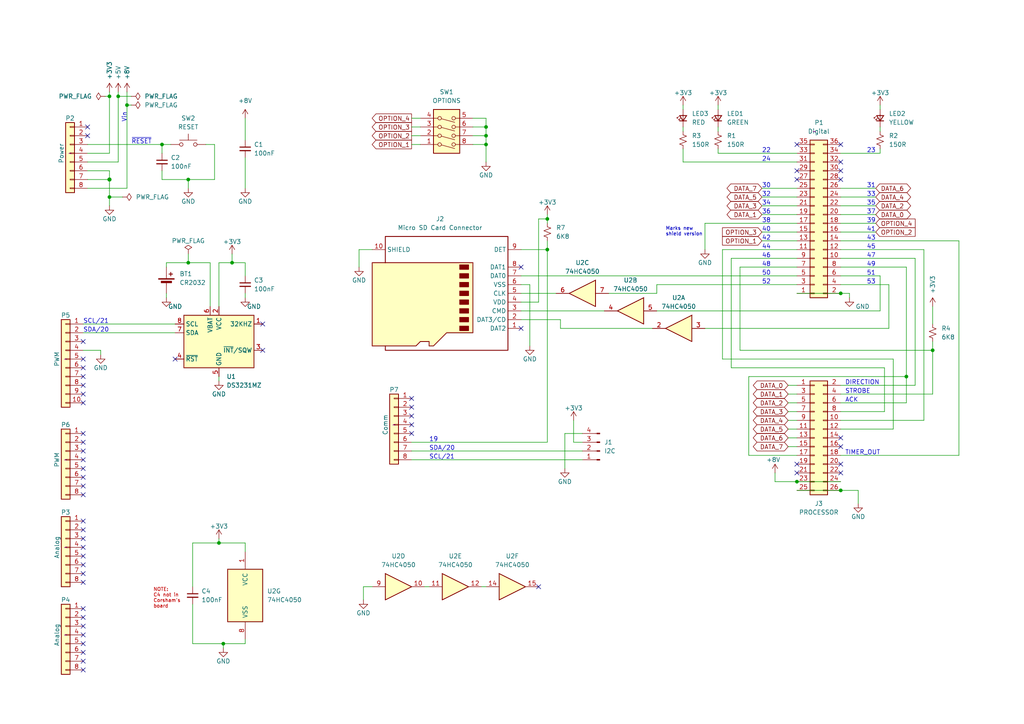
<source format=kicad_sch>
(kicad_sch (version 20230121) (generator eeschema)

  (uuid e63e39d7-6ac0-4ffd-8aa3-1841a4541b55)

  (paper "A4")

  (title_block
    (title "Corsham's SD Shield rev. 9")
    (date "2023-10-12")
    (rev "1")
  )

  (lib_symbols
    (symbol "4xxx:4050" (pin_names (offset 1.016)) (in_bom yes) (on_board yes)
      (property "Reference" "U" (at 0 1.27 0)
        (effects (font (size 1.27 1.27)))
      )
      (property "Value" "4050" (at 0 -1.27 0)
        (effects (font (size 1.27 1.27)))
      )
      (property "Footprint" "" (at 0 0 0)
        (effects (font (size 1.27 1.27)) hide)
      )
      (property "Datasheet" "http://www.intersil.com/content/dam/intersil/documents/cd40/cd4050bms.pdf" (at 0 0 0)
        (effects (font (size 1.27 1.27)) hide)
      )
      (property "ki_locked" "" (at 0 0 0)
        (effects (font (size 1.27 1.27)))
      )
      (property "ki_keywords" "CMOS BUFFER" (at 0 0 0)
        (effects (font (size 1.27 1.27)) hide)
      )
      (property "ki_description" "Hex Buffer" (at 0 0 0)
        (effects (font (size 1.27 1.27)) hide)
      )
      (property "ki_fp_filters" "DIP?16*" (at 0 0 0)
        (effects (font (size 1.27 1.27)) hide)
      )
      (symbol "4050_1_0"
        (polyline
          (pts
            (xy -3.81 3.81)
            (xy -3.81 -3.81)
            (xy 3.81 0)
            (xy -3.81 3.81)
          )
          (stroke (width 0.254) (type default))
          (fill (type background))
        )
        (pin output line (at 7.62 0 180) (length 3.81)
          (name "~" (effects (font (size 1.27 1.27))))
          (number "2" (effects (font (size 1.27 1.27))))
        )
        (pin input line (at -7.62 0 0) (length 3.81)
          (name "~" (effects (font (size 1.27 1.27))))
          (number "3" (effects (font (size 1.27 1.27))))
        )
      )
      (symbol "4050_2_0"
        (polyline
          (pts
            (xy -3.81 3.81)
            (xy -3.81 -3.81)
            (xy 3.81 0)
            (xy -3.81 3.81)
          )
          (stroke (width 0.254) (type default))
          (fill (type background))
        )
        (pin output line (at 7.62 0 180) (length 3.81)
          (name "~" (effects (font (size 1.27 1.27))))
          (number "4" (effects (font (size 1.27 1.27))))
        )
        (pin input line (at -7.62 0 0) (length 3.81)
          (name "~" (effects (font (size 1.27 1.27))))
          (number "5" (effects (font (size 1.27 1.27))))
        )
      )
      (symbol "4050_3_0"
        (polyline
          (pts
            (xy -3.81 3.81)
            (xy -3.81 -3.81)
            (xy 3.81 0)
            (xy -3.81 3.81)
          )
          (stroke (width 0.254) (type default))
          (fill (type background))
        )
        (pin output line (at 7.62 0 180) (length 3.81)
          (name "~" (effects (font (size 1.27 1.27))))
          (number "6" (effects (font (size 1.27 1.27))))
        )
        (pin input line (at -7.62 0 0) (length 3.81)
          (name "~" (effects (font (size 1.27 1.27))))
          (number "7" (effects (font (size 1.27 1.27))))
        )
      )
      (symbol "4050_4_0"
        (polyline
          (pts
            (xy -3.81 3.81)
            (xy -3.81 -3.81)
            (xy 3.81 0)
            (xy -3.81 3.81)
          )
          (stroke (width 0.254) (type default))
          (fill (type background))
        )
        (pin output line (at 7.62 0 180) (length 3.81)
          (name "~" (effects (font (size 1.27 1.27))))
          (number "10" (effects (font (size 1.27 1.27))))
        )
        (pin input line (at -7.62 0 0) (length 3.81)
          (name "~" (effects (font (size 1.27 1.27))))
          (number "9" (effects (font (size 1.27 1.27))))
        )
      )
      (symbol "4050_5_0"
        (polyline
          (pts
            (xy -3.81 3.81)
            (xy -3.81 -3.81)
            (xy 3.81 0)
            (xy -3.81 3.81)
          )
          (stroke (width 0.254) (type default))
          (fill (type background))
        )
        (pin input line (at -7.62 0 0) (length 3.81)
          (name "~" (effects (font (size 1.27 1.27))))
          (number "11" (effects (font (size 1.27 1.27))))
        )
        (pin output line (at 7.62 0 180) (length 3.81)
          (name "~" (effects (font (size 1.27 1.27))))
          (number "12" (effects (font (size 1.27 1.27))))
        )
      )
      (symbol "4050_6_0"
        (polyline
          (pts
            (xy -3.81 3.81)
            (xy -3.81 -3.81)
            (xy 3.81 0)
            (xy -3.81 3.81)
          )
          (stroke (width 0.254) (type default))
          (fill (type background))
        )
        (pin input line (at -7.62 0 0) (length 3.81)
          (name "~" (effects (font (size 1.27 1.27))))
          (number "14" (effects (font (size 1.27 1.27))))
        )
        (pin output line (at 7.62 0 180) (length 3.81)
          (name "~" (effects (font (size 1.27 1.27))))
          (number "15" (effects (font (size 1.27 1.27))))
        )
      )
      (symbol "4050_7_0"
        (pin power_in line (at 0 12.7 270) (length 5.08)
          (name "VCC" (effects (font (size 1.27 1.27))))
          (number "1" (effects (font (size 1.27 1.27))))
        )
        (pin power_in line (at 0 -12.7 90) (length 5.08)
          (name "VSS" (effects (font (size 1.27 1.27))))
          (number "8" (effects (font (size 1.27 1.27))))
        )
      )
      (symbol "4050_7_1"
        (rectangle (start -5.08 7.62) (end 5.08 -7.62)
          (stroke (width 0.254) (type default))
          (fill (type background))
        )
      )
    )
    (symbol "Connector:Conn_01x04_Pin" (pin_names (offset 1.016) hide) (in_bom yes) (on_board yes)
      (property "Reference" "J" (at 0 5.08 0)
        (effects (font (size 1.27 1.27)))
      )
      (property "Value" "Conn_01x04_Pin" (at 0 -7.62 0)
        (effects (font (size 1.27 1.27)))
      )
      (property "Footprint" "" (at 0 0 0)
        (effects (font (size 1.27 1.27)) hide)
      )
      (property "Datasheet" "~" (at 0 0 0)
        (effects (font (size 1.27 1.27)) hide)
      )
      (property "ki_locked" "" (at 0 0 0)
        (effects (font (size 1.27 1.27)))
      )
      (property "ki_keywords" "connector" (at 0 0 0)
        (effects (font (size 1.27 1.27)) hide)
      )
      (property "ki_description" "Generic connector, single row, 01x04, script generated" (at 0 0 0)
        (effects (font (size 1.27 1.27)) hide)
      )
      (property "ki_fp_filters" "Connector*:*_1x??_*" (at 0 0 0)
        (effects (font (size 1.27 1.27)) hide)
      )
      (symbol "Conn_01x04_Pin_1_1"
        (polyline
          (pts
            (xy 1.27 -5.08)
            (xy 0.8636 -5.08)
          )
          (stroke (width 0.1524) (type default))
          (fill (type none))
        )
        (polyline
          (pts
            (xy 1.27 -2.54)
            (xy 0.8636 -2.54)
          )
          (stroke (width 0.1524) (type default))
          (fill (type none))
        )
        (polyline
          (pts
            (xy 1.27 0)
            (xy 0.8636 0)
          )
          (stroke (width 0.1524) (type default))
          (fill (type none))
        )
        (polyline
          (pts
            (xy 1.27 2.54)
            (xy 0.8636 2.54)
          )
          (stroke (width 0.1524) (type default))
          (fill (type none))
        )
        (rectangle (start 0.8636 -4.953) (end 0 -5.207)
          (stroke (width 0.1524) (type default))
          (fill (type outline))
        )
        (rectangle (start 0.8636 -2.413) (end 0 -2.667)
          (stroke (width 0.1524) (type default))
          (fill (type outline))
        )
        (rectangle (start 0.8636 0.127) (end 0 -0.127)
          (stroke (width 0.1524) (type default))
          (fill (type outline))
        )
        (rectangle (start 0.8636 2.667) (end 0 2.413)
          (stroke (width 0.1524) (type default))
          (fill (type outline))
        )
        (pin passive line (at 5.08 2.54 180) (length 3.81)
          (name "Pin_1" (effects (font (size 1.27 1.27))))
          (number "1" (effects (font (size 1.27 1.27))))
        )
        (pin passive line (at 5.08 0 180) (length 3.81)
          (name "Pin_2" (effects (font (size 1.27 1.27))))
          (number "2" (effects (font (size 1.27 1.27))))
        )
        (pin passive line (at 5.08 -2.54 180) (length 3.81)
          (name "Pin_3" (effects (font (size 1.27 1.27))))
          (number "3" (effects (font (size 1.27 1.27))))
        )
        (pin passive line (at 5.08 -5.08 180) (length 3.81)
          (name "Pin_4" (effects (font (size 1.27 1.27))))
          (number "4" (effects (font (size 1.27 1.27))))
        )
      )
    )
    (symbol "Connector:Micro_SD_Card_Det1" (in_bom yes) (on_board yes)
      (property "Reference" "J" (at -16.51 17.78 0)
        (effects (font (size 1.27 1.27)))
      )
      (property "Value" "Micro_SD_Card_Det1" (at 16.51 17.78 0)
        (effects (font (size 1.27 1.27)) (justify right))
      )
      (property "Footprint" "" (at 52.07 17.78 0)
        (effects (font (size 1.27 1.27)) hide)
      )
      (property "Datasheet" "https://datasheet.lcsc.com/lcsc/2110151630_XKB-Connectivity-XKTF-015-N_C381082.pdf" (at 0 2.54 0)
        (effects (font (size 1.27 1.27)) hide)
      )
      (property "ki_keywords" "connector SD microsd" (at 0 0 0)
        (effects (font (size 1.27 1.27)) hide)
      )
      (property "ki_description" "Micro SD Card Socket with one card detection pin" (at 0 0 0)
        (effects (font (size 1.27 1.27)) hide)
      )
      (property "ki_fp_filters" "microSD*" (at 0 0 0)
        (effects (font (size 1.27 1.27)) hide)
      )
      (symbol "Micro_SD_Card_Det1_0_1"
        (rectangle (start -7.62 -6.985) (end -5.08 -8.255)
          (stroke (width 0.254) (type default))
          (fill (type outline))
        )
        (rectangle (start -7.62 -4.445) (end -5.08 -5.715)
          (stroke (width 0.254) (type default))
          (fill (type outline))
        )
        (rectangle (start -7.62 -1.905) (end -5.08 -3.175)
          (stroke (width 0.254) (type default))
          (fill (type outline))
        )
        (rectangle (start -7.62 0.635) (end -5.08 -0.635)
          (stroke (width 0.254) (type default))
          (fill (type outline))
        )
        (rectangle (start -7.62 3.175) (end -5.08 1.905)
          (stroke (width 0.254) (type default))
          (fill (type outline))
        )
        (rectangle (start -7.62 5.715) (end -5.08 4.445)
          (stroke (width 0.254) (type default))
          (fill (type outline))
        )
        (rectangle (start -7.62 8.255) (end -5.08 6.985)
          (stroke (width 0.254) (type default))
          (fill (type outline))
        )
        (rectangle (start -7.62 10.795) (end -5.08 9.525)
          (stroke (width 0.254) (type default))
          (fill (type outline))
        )
        (polyline
          (pts
            (xy 16.51 15.24)
            (xy 16.51 16.51)
            (xy -19.05 16.51)
            (xy -19.05 -16.51)
            (xy 16.51 -16.51)
            (xy 16.51 -8.89)
          )
          (stroke (width 0.254) (type default))
          (fill (type none))
        )
        (polyline
          (pts
            (xy -8.89 -8.89)
            (xy -8.89 11.43)
            (xy -1.27 11.43)
            (xy 2.54 15.24)
            (xy 3.81 15.24)
            (xy 3.81 13.97)
            (xy 6.35 13.97)
            (xy 7.62 15.24)
            (xy 20.32 15.24)
            (xy 20.32 -8.89)
            (xy -8.89 -8.89)
          )
          (stroke (width 0.254) (type default))
          (fill (type background))
        )
      )
      (symbol "Micro_SD_Card_Det1_1_1"
        (pin bidirectional line (at -22.86 10.16 0) (length 3.81)
          (name "DAT2" (effects (font (size 1.27 1.27))))
          (number "1" (effects (font (size 1.27 1.27))))
        )
        (pin passive line (at 20.32 -12.7 180) (length 3.81)
          (name "SHIELD" (effects (font (size 1.27 1.27))))
          (number "10" (effects (font (size 1.27 1.27))))
        )
        (pin bidirectional line (at -22.86 7.62 0) (length 3.81)
          (name "DAT3/CD" (effects (font (size 1.27 1.27))))
          (number "2" (effects (font (size 1.27 1.27))))
        )
        (pin input line (at -22.86 5.08 0) (length 3.81)
          (name "CMD" (effects (font (size 1.27 1.27))))
          (number "3" (effects (font (size 1.27 1.27))))
        )
        (pin power_in line (at -22.86 2.54 0) (length 3.81)
          (name "VDD" (effects (font (size 1.27 1.27))))
          (number "4" (effects (font (size 1.27 1.27))))
        )
        (pin input line (at -22.86 0 0) (length 3.81)
          (name "CLK" (effects (font (size 1.27 1.27))))
          (number "5" (effects (font (size 1.27 1.27))))
        )
        (pin power_in line (at -22.86 -2.54 0) (length 3.81)
          (name "VSS" (effects (font (size 1.27 1.27))))
          (number "6" (effects (font (size 1.27 1.27))))
        )
        (pin bidirectional line (at -22.86 -5.08 0) (length 3.81)
          (name "DAT0" (effects (font (size 1.27 1.27))))
          (number "7" (effects (font (size 1.27 1.27))))
        )
        (pin bidirectional line (at -22.86 -7.62 0) (length 3.81)
          (name "DAT1" (effects (font (size 1.27 1.27))))
          (number "8" (effects (font (size 1.27 1.27))))
        )
        (pin passive line (at -22.86 -12.7 0) (length 3.81)
          (name "DET" (effects (font (size 1.27 1.27))))
          (number "9" (effects (font (size 1.27 1.27))))
        )
      )
    )
    (symbol "Connector_Generic:Conn_01x08" (pin_names (offset 1.016) hide) (in_bom yes) (on_board yes)
      (property "Reference" "J" (at 0 10.16 0)
        (effects (font (size 1.27 1.27)))
      )
      (property "Value" "Conn_01x08" (at 0 -12.7 0)
        (effects (font (size 1.27 1.27)))
      )
      (property "Footprint" "" (at 0 0 0)
        (effects (font (size 1.27 1.27)) hide)
      )
      (property "Datasheet" "~" (at 0 0 0)
        (effects (font (size 1.27 1.27)) hide)
      )
      (property "ki_keywords" "connector" (at 0 0 0)
        (effects (font (size 1.27 1.27)) hide)
      )
      (property "ki_description" "Generic connector, single row, 01x08, script generated (kicad-library-utils/schlib/autogen/connector/)" (at 0 0 0)
        (effects (font (size 1.27 1.27)) hide)
      )
      (property "ki_fp_filters" "Connector*:*_1x??_*" (at 0 0 0)
        (effects (font (size 1.27 1.27)) hide)
      )
      (symbol "Conn_01x08_1_1"
        (rectangle (start -1.27 -10.033) (end 0 -10.287)
          (stroke (width 0.1524) (type default))
          (fill (type none))
        )
        (rectangle (start -1.27 -7.493) (end 0 -7.747)
          (stroke (width 0.1524) (type default))
          (fill (type none))
        )
        (rectangle (start -1.27 -4.953) (end 0 -5.207)
          (stroke (width 0.1524) (type default))
          (fill (type none))
        )
        (rectangle (start -1.27 -2.413) (end 0 -2.667)
          (stroke (width 0.1524) (type default))
          (fill (type none))
        )
        (rectangle (start -1.27 0.127) (end 0 -0.127)
          (stroke (width 0.1524) (type default))
          (fill (type none))
        )
        (rectangle (start -1.27 2.667) (end 0 2.413)
          (stroke (width 0.1524) (type default))
          (fill (type none))
        )
        (rectangle (start -1.27 5.207) (end 0 4.953)
          (stroke (width 0.1524) (type default))
          (fill (type none))
        )
        (rectangle (start -1.27 7.747) (end 0 7.493)
          (stroke (width 0.1524) (type default))
          (fill (type none))
        )
        (rectangle (start -1.27 8.89) (end 1.27 -11.43)
          (stroke (width 0.254) (type default))
          (fill (type background))
        )
        (pin passive line (at -5.08 7.62 0) (length 3.81)
          (name "Pin_1" (effects (font (size 1.27 1.27))))
          (number "1" (effects (font (size 1.27 1.27))))
        )
        (pin passive line (at -5.08 5.08 0) (length 3.81)
          (name "Pin_2" (effects (font (size 1.27 1.27))))
          (number "2" (effects (font (size 1.27 1.27))))
        )
        (pin passive line (at -5.08 2.54 0) (length 3.81)
          (name "Pin_3" (effects (font (size 1.27 1.27))))
          (number "3" (effects (font (size 1.27 1.27))))
        )
        (pin passive line (at -5.08 0 0) (length 3.81)
          (name "Pin_4" (effects (font (size 1.27 1.27))))
          (number "4" (effects (font (size 1.27 1.27))))
        )
        (pin passive line (at -5.08 -2.54 0) (length 3.81)
          (name "Pin_5" (effects (font (size 1.27 1.27))))
          (number "5" (effects (font (size 1.27 1.27))))
        )
        (pin passive line (at -5.08 -5.08 0) (length 3.81)
          (name "Pin_6" (effects (font (size 1.27 1.27))))
          (number "6" (effects (font (size 1.27 1.27))))
        )
        (pin passive line (at -5.08 -7.62 0) (length 3.81)
          (name "Pin_7" (effects (font (size 1.27 1.27))))
          (number "7" (effects (font (size 1.27 1.27))))
        )
        (pin passive line (at -5.08 -10.16 0) (length 3.81)
          (name "Pin_8" (effects (font (size 1.27 1.27))))
          (number "8" (effects (font (size 1.27 1.27))))
        )
      )
    )
    (symbol "Connector_Generic:Conn_01x10" (pin_names (offset 1.016) hide) (in_bom yes) (on_board yes)
      (property "Reference" "J" (at 0 12.7 0)
        (effects (font (size 1.27 1.27)))
      )
      (property "Value" "Conn_01x10" (at 0 -15.24 0)
        (effects (font (size 1.27 1.27)))
      )
      (property "Footprint" "" (at 0 0 0)
        (effects (font (size 1.27 1.27)) hide)
      )
      (property "Datasheet" "~" (at 0 0 0)
        (effects (font (size 1.27 1.27)) hide)
      )
      (property "ki_keywords" "connector" (at 0 0 0)
        (effects (font (size 1.27 1.27)) hide)
      )
      (property "ki_description" "Generic connector, single row, 01x10, script generated (kicad-library-utils/schlib/autogen/connector/)" (at 0 0 0)
        (effects (font (size 1.27 1.27)) hide)
      )
      (property "ki_fp_filters" "Connector*:*_1x??_*" (at 0 0 0)
        (effects (font (size 1.27 1.27)) hide)
      )
      (symbol "Conn_01x10_1_1"
        (rectangle (start -1.27 -12.573) (end 0 -12.827)
          (stroke (width 0.1524) (type default))
          (fill (type none))
        )
        (rectangle (start -1.27 -10.033) (end 0 -10.287)
          (stroke (width 0.1524) (type default))
          (fill (type none))
        )
        (rectangle (start -1.27 -7.493) (end 0 -7.747)
          (stroke (width 0.1524) (type default))
          (fill (type none))
        )
        (rectangle (start -1.27 -4.953) (end 0 -5.207)
          (stroke (width 0.1524) (type default))
          (fill (type none))
        )
        (rectangle (start -1.27 -2.413) (end 0 -2.667)
          (stroke (width 0.1524) (type default))
          (fill (type none))
        )
        (rectangle (start -1.27 0.127) (end 0 -0.127)
          (stroke (width 0.1524) (type default))
          (fill (type none))
        )
        (rectangle (start -1.27 2.667) (end 0 2.413)
          (stroke (width 0.1524) (type default))
          (fill (type none))
        )
        (rectangle (start -1.27 5.207) (end 0 4.953)
          (stroke (width 0.1524) (type default))
          (fill (type none))
        )
        (rectangle (start -1.27 7.747) (end 0 7.493)
          (stroke (width 0.1524) (type default))
          (fill (type none))
        )
        (rectangle (start -1.27 10.287) (end 0 10.033)
          (stroke (width 0.1524) (type default))
          (fill (type none))
        )
        (rectangle (start -1.27 11.43) (end 1.27 -13.97)
          (stroke (width 0.254) (type default))
          (fill (type background))
        )
        (pin passive line (at -5.08 10.16 0) (length 3.81)
          (name "Pin_1" (effects (font (size 1.27 1.27))))
          (number "1" (effects (font (size 1.27 1.27))))
        )
        (pin passive line (at -5.08 -12.7 0) (length 3.81)
          (name "Pin_10" (effects (font (size 1.27 1.27))))
          (number "10" (effects (font (size 1.27 1.27))))
        )
        (pin passive line (at -5.08 7.62 0) (length 3.81)
          (name "Pin_2" (effects (font (size 1.27 1.27))))
          (number "2" (effects (font (size 1.27 1.27))))
        )
        (pin passive line (at -5.08 5.08 0) (length 3.81)
          (name "Pin_3" (effects (font (size 1.27 1.27))))
          (number "3" (effects (font (size 1.27 1.27))))
        )
        (pin passive line (at -5.08 2.54 0) (length 3.81)
          (name "Pin_4" (effects (font (size 1.27 1.27))))
          (number "4" (effects (font (size 1.27 1.27))))
        )
        (pin passive line (at -5.08 0 0) (length 3.81)
          (name "Pin_5" (effects (font (size 1.27 1.27))))
          (number "5" (effects (font (size 1.27 1.27))))
        )
        (pin passive line (at -5.08 -2.54 0) (length 3.81)
          (name "Pin_6" (effects (font (size 1.27 1.27))))
          (number "6" (effects (font (size 1.27 1.27))))
        )
        (pin passive line (at -5.08 -5.08 0) (length 3.81)
          (name "Pin_7" (effects (font (size 1.27 1.27))))
          (number "7" (effects (font (size 1.27 1.27))))
        )
        (pin passive line (at -5.08 -7.62 0) (length 3.81)
          (name "Pin_8" (effects (font (size 1.27 1.27))))
          (number "8" (effects (font (size 1.27 1.27))))
        )
        (pin passive line (at -5.08 -10.16 0) (length 3.81)
          (name "Pin_9" (effects (font (size 1.27 1.27))))
          (number "9" (effects (font (size 1.27 1.27))))
        )
      )
    )
    (symbol "Connector_Generic:Conn_02x13_Odd_Even" (pin_names (offset 1.016) hide) (in_bom yes) (on_board yes)
      (property "Reference" "J" (at 1.27 17.78 0)
        (effects (font (size 1.27 1.27)))
      )
      (property "Value" "Conn_02x13_Odd_Even" (at 1.27 -17.78 0)
        (effects (font (size 1.27 1.27)))
      )
      (property "Footprint" "" (at 0 0 0)
        (effects (font (size 1.27 1.27)) hide)
      )
      (property "Datasheet" "~" (at 0 0 0)
        (effects (font (size 1.27 1.27)) hide)
      )
      (property "ki_keywords" "connector" (at 0 0 0)
        (effects (font (size 1.27 1.27)) hide)
      )
      (property "ki_description" "Generic connector, double row, 02x13, odd/even pin numbering scheme (row 1 odd numbers, row 2 even numbers), script generated (kicad-library-utils/schlib/autogen/connector/)" (at 0 0 0)
        (effects (font (size 1.27 1.27)) hide)
      )
      (property "ki_fp_filters" "Connector*:*_2x??_*" (at 0 0 0)
        (effects (font (size 1.27 1.27)) hide)
      )
      (symbol "Conn_02x13_Odd_Even_1_1"
        (rectangle (start -1.27 -15.113) (end 0 -15.367)
          (stroke (width 0.1524) (type default))
          (fill (type none))
        )
        (rectangle (start -1.27 -12.573) (end 0 -12.827)
          (stroke (width 0.1524) (type default))
          (fill (type none))
        )
        (rectangle (start -1.27 -10.033) (end 0 -10.287)
          (stroke (width 0.1524) (type default))
          (fill (type none))
        )
        (rectangle (start -1.27 -7.493) (end 0 -7.747)
          (stroke (width 0.1524) (type default))
          (fill (type none))
        )
        (rectangle (start -1.27 -4.953) (end 0 -5.207)
          (stroke (width 0.1524) (type default))
          (fill (type none))
        )
        (rectangle (start -1.27 -2.413) (end 0 -2.667)
          (stroke (width 0.1524) (type default))
          (fill (type none))
        )
        (rectangle (start -1.27 0.127) (end 0 -0.127)
          (stroke (width 0.1524) (type default))
          (fill (type none))
        )
        (rectangle (start -1.27 2.667) (end 0 2.413)
          (stroke (width 0.1524) (type default))
          (fill (type none))
        )
        (rectangle (start -1.27 5.207) (end 0 4.953)
          (stroke (width 0.1524) (type default))
          (fill (type none))
        )
        (rectangle (start -1.27 7.747) (end 0 7.493)
          (stroke (width 0.1524) (type default))
          (fill (type none))
        )
        (rectangle (start -1.27 10.287) (end 0 10.033)
          (stroke (width 0.1524) (type default))
          (fill (type none))
        )
        (rectangle (start -1.27 12.827) (end 0 12.573)
          (stroke (width 0.1524) (type default))
          (fill (type none))
        )
        (rectangle (start -1.27 15.367) (end 0 15.113)
          (stroke (width 0.1524) (type default))
          (fill (type none))
        )
        (rectangle (start -1.27 16.51) (end 3.81 -16.51)
          (stroke (width 0.254) (type default))
          (fill (type background))
        )
        (rectangle (start 3.81 -15.113) (end 2.54 -15.367)
          (stroke (width 0.1524) (type default))
          (fill (type none))
        )
        (rectangle (start 3.81 -12.573) (end 2.54 -12.827)
          (stroke (width 0.1524) (type default))
          (fill (type none))
        )
        (rectangle (start 3.81 -10.033) (end 2.54 -10.287)
          (stroke (width 0.1524) (type default))
          (fill (type none))
        )
        (rectangle (start 3.81 -7.493) (end 2.54 -7.747)
          (stroke (width 0.1524) (type default))
          (fill (type none))
        )
        (rectangle (start 3.81 -4.953) (end 2.54 -5.207)
          (stroke (width 0.1524) (type default))
          (fill (type none))
        )
        (rectangle (start 3.81 -2.413) (end 2.54 -2.667)
          (stroke (width 0.1524) (type default))
          (fill (type none))
        )
        (rectangle (start 3.81 0.127) (end 2.54 -0.127)
          (stroke (width 0.1524) (type default))
          (fill (type none))
        )
        (rectangle (start 3.81 2.667) (end 2.54 2.413)
          (stroke (width 0.1524) (type default))
          (fill (type none))
        )
        (rectangle (start 3.81 5.207) (end 2.54 4.953)
          (stroke (width 0.1524) (type default))
          (fill (type none))
        )
        (rectangle (start 3.81 7.747) (end 2.54 7.493)
          (stroke (width 0.1524) (type default))
          (fill (type none))
        )
        (rectangle (start 3.81 10.287) (end 2.54 10.033)
          (stroke (width 0.1524) (type default))
          (fill (type none))
        )
        (rectangle (start 3.81 12.827) (end 2.54 12.573)
          (stroke (width 0.1524) (type default))
          (fill (type none))
        )
        (rectangle (start 3.81 15.367) (end 2.54 15.113)
          (stroke (width 0.1524) (type default))
          (fill (type none))
        )
        (pin passive line (at -5.08 15.24 0) (length 3.81)
          (name "Pin_1" (effects (font (size 1.27 1.27))))
          (number "1" (effects (font (size 1.27 1.27))))
        )
        (pin passive line (at 7.62 5.08 180) (length 3.81)
          (name "Pin_10" (effects (font (size 1.27 1.27))))
          (number "10" (effects (font (size 1.27 1.27))))
        )
        (pin passive line (at -5.08 2.54 0) (length 3.81)
          (name "Pin_11" (effects (font (size 1.27 1.27))))
          (number "11" (effects (font (size 1.27 1.27))))
        )
        (pin passive line (at 7.62 2.54 180) (length 3.81)
          (name "Pin_12" (effects (font (size 1.27 1.27))))
          (number "12" (effects (font (size 1.27 1.27))))
        )
        (pin passive line (at -5.08 0 0) (length 3.81)
          (name "Pin_13" (effects (font (size 1.27 1.27))))
          (number "13" (effects (font (size 1.27 1.27))))
        )
        (pin passive line (at 7.62 0 180) (length 3.81)
          (name "Pin_14" (effects (font (size 1.27 1.27))))
          (number "14" (effects (font (size 1.27 1.27))))
        )
        (pin passive line (at -5.08 -2.54 0) (length 3.81)
          (name "Pin_15" (effects (font (size 1.27 1.27))))
          (number "15" (effects (font (size 1.27 1.27))))
        )
        (pin passive line (at 7.62 -2.54 180) (length 3.81)
          (name "Pin_16" (effects (font (size 1.27 1.27))))
          (number "16" (effects (font (size 1.27 1.27))))
        )
        (pin passive line (at -5.08 -5.08 0) (length 3.81)
          (name "Pin_17" (effects (font (size 1.27 1.27))))
          (number "17" (effects (font (size 1.27 1.27))))
        )
        (pin passive line (at 7.62 -5.08 180) (length 3.81)
          (name "Pin_18" (effects (font (size 1.27 1.27))))
          (number "18" (effects (font (size 1.27 1.27))))
        )
        (pin passive line (at -5.08 -7.62 0) (length 3.81)
          (name "Pin_19" (effects (font (size 1.27 1.27))))
          (number "19" (effects (font (size 1.27 1.27))))
        )
        (pin passive line (at 7.62 15.24 180) (length 3.81)
          (name "Pin_2" (effects (font (size 1.27 1.27))))
          (number "2" (effects (font (size 1.27 1.27))))
        )
        (pin passive line (at 7.62 -7.62 180) (length 3.81)
          (name "Pin_20" (effects (font (size 1.27 1.27))))
          (number "20" (effects (font (size 1.27 1.27))))
        )
        (pin passive line (at -5.08 -10.16 0) (length 3.81)
          (name "Pin_21" (effects (font (size 1.27 1.27))))
          (number "21" (effects (font (size 1.27 1.27))))
        )
        (pin passive line (at 7.62 -10.16 180) (length 3.81)
          (name "Pin_22" (effects (font (size 1.27 1.27))))
          (number "22" (effects (font (size 1.27 1.27))))
        )
        (pin passive line (at -5.08 -12.7 0) (length 3.81)
          (name "Pin_23" (effects (font (size 1.27 1.27))))
          (number "23" (effects (font (size 1.27 1.27))))
        )
        (pin passive line (at 7.62 -12.7 180) (length 3.81)
          (name "Pin_24" (effects (font (size 1.27 1.27))))
          (number "24" (effects (font (size 1.27 1.27))))
        )
        (pin passive line (at -5.08 -15.24 0) (length 3.81)
          (name "Pin_25" (effects (font (size 1.27 1.27))))
          (number "25" (effects (font (size 1.27 1.27))))
        )
        (pin passive line (at 7.62 -15.24 180) (length 3.81)
          (name "Pin_26" (effects (font (size 1.27 1.27))))
          (number "26" (effects (font (size 1.27 1.27))))
        )
        (pin passive line (at -5.08 12.7 0) (length 3.81)
          (name "Pin_3" (effects (font (size 1.27 1.27))))
          (number "3" (effects (font (size 1.27 1.27))))
        )
        (pin passive line (at 7.62 12.7 180) (length 3.81)
          (name "Pin_4" (effects (font (size 1.27 1.27))))
          (number "4" (effects (font (size 1.27 1.27))))
        )
        (pin passive line (at -5.08 10.16 0) (length 3.81)
          (name "Pin_5" (effects (font (size 1.27 1.27))))
          (number "5" (effects (font (size 1.27 1.27))))
        )
        (pin passive line (at 7.62 10.16 180) (length 3.81)
          (name "Pin_6" (effects (font (size 1.27 1.27))))
          (number "6" (effects (font (size 1.27 1.27))))
        )
        (pin passive line (at -5.08 7.62 0) (length 3.81)
          (name "Pin_7" (effects (font (size 1.27 1.27))))
          (number "7" (effects (font (size 1.27 1.27))))
        )
        (pin passive line (at 7.62 7.62 180) (length 3.81)
          (name "Pin_8" (effects (font (size 1.27 1.27))))
          (number "8" (effects (font (size 1.27 1.27))))
        )
        (pin passive line (at -5.08 5.08 0) (length 3.81)
          (name "Pin_9" (effects (font (size 1.27 1.27))))
          (number "9" (effects (font (size 1.27 1.27))))
        )
      )
    )
    (symbol "Connector_Generic:Conn_02x18_Odd_Even" (pin_names (offset 1.016) hide) (in_bom yes) (on_board yes)
      (property "Reference" "J" (at 1.27 22.86 0)
        (effects (font (size 1.27 1.27)))
      )
      (property "Value" "Conn_02x18_Odd_Even" (at 1.27 -25.4 0)
        (effects (font (size 1.27 1.27)))
      )
      (property "Footprint" "" (at 0 0 0)
        (effects (font (size 1.27 1.27)) hide)
      )
      (property "Datasheet" "~" (at 0 0 0)
        (effects (font (size 1.27 1.27)) hide)
      )
      (property "ki_keywords" "connector" (at 0 0 0)
        (effects (font (size 1.27 1.27)) hide)
      )
      (property "ki_description" "Generic connector, double row, 02x18, odd/even pin numbering scheme (row 1 odd numbers, row 2 even numbers), script generated (kicad-library-utils/schlib/autogen/connector/)" (at 0 0 0)
        (effects (font (size 1.27 1.27)) hide)
      )
      (property "ki_fp_filters" "Connector*:*_2x??_*" (at 0 0 0)
        (effects (font (size 1.27 1.27)) hide)
      )
      (symbol "Conn_02x18_Odd_Even_1_1"
        (rectangle (start -1.27 -22.733) (end 0 -22.987)
          (stroke (width 0.1524) (type default))
          (fill (type none))
        )
        (rectangle (start -1.27 -20.193) (end 0 -20.447)
          (stroke (width 0.1524) (type default))
          (fill (type none))
        )
        (rectangle (start -1.27 -17.653) (end 0 -17.907)
          (stroke (width 0.1524) (type default))
          (fill (type none))
        )
        (rectangle (start -1.27 -15.113) (end 0 -15.367)
          (stroke (width 0.1524) (type default))
          (fill (type none))
        )
        (rectangle (start -1.27 -12.573) (end 0 -12.827)
          (stroke (width 0.1524) (type default))
          (fill (type none))
        )
        (rectangle (start -1.27 -10.033) (end 0 -10.287)
          (stroke (width 0.1524) (type default))
          (fill (type none))
        )
        (rectangle (start -1.27 -7.493) (end 0 -7.747)
          (stroke (width 0.1524) (type default))
          (fill (type none))
        )
        (rectangle (start -1.27 -4.953) (end 0 -5.207)
          (stroke (width 0.1524) (type default))
          (fill (type none))
        )
        (rectangle (start -1.27 -2.413) (end 0 -2.667)
          (stroke (width 0.1524) (type default))
          (fill (type none))
        )
        (rectangle (start -1.27 0.127) (end 0 -0.127)
          (stroke (width 0.1524) (type default))
          (fill (type none))
        )
        (rectangle (start -1.27 2.667) (end 0 2.413)
          (stroke (width 0.1524) (type default))
          (fill (type none))
        )
        (rectangle (start -1.27 5.207) (end 0 4.953)
          (stroke (width 0.1524) (type default))
          (fill (type none))
        )
        (rectangle (start -1.27 7.747) (end 0 7.493)
          (stroke (width 0.1524) (type default))
          (fill (type none))
        )
        (rectangle (start -1.27 10.287) (end 0 10.033)
          (stroke (width 0.1524) (type default))
          (fill (type none))
        )
        (rectangle (start -1.27 12.827) (end 0 12.573)
          (stroke (width 0.1524) (type default))
          (fill (type none))
        )
        (rectangle (start -1.27 15.367) (end 0 15.113)
          (stroke (width 0.1524) (type default))
          (fill (type none))
        )
        (rectangle (start -1.27 17.907) (end 0 17.653)
          (stroke (width 0.1524) (type default))
          (fill (type none))
        )
        (rectangle (start -1.27 20.447) (end 0 20.193)
          (stroke (width 0.1524) (type default))
          (fill (type none))
        )
        (rectangle (start -1.27 21.59) (end 3.81 -24.13)
          (stroke (width 0.254) (type default))
          (fill (type background))
        )
        (rectangle (start 3.81 -22.733) (end 2.54 -22.987)
          (stroke (width 0.1524) (type default))
          (fill (type none))
        )
        (rectangle (start 3.81 -20.193) (end 2.54 -20.447)
          (stroke (width 0.1524) (type default))
          (fill (type none))
        )
        (rectangle (start 3.81 -17.653) (end 2.54 -17.907)
          (stroke (width 0.1524) (type default))
          (fill (type none))
        )
        (rectangle (start 3.81 -15.113) (end 2.54 -15.367)
          (stroke (width 0.1524) (type default))
          (fill (type none))
        )
        (rectangle (start 3.81 -12.573) (end 2.54 -12.827)
          (stroke (width 0.1524) (type default))
          (fill (type none))
        )
        (rectangle (start 3.81 -10.033) (end 2.54 -10.287)
          (stroke (width 0.1524) (type default))
          (fill (type none))
        )
        (rectangle (start 3.81 -7.493) (end 2.54 -7.747)
          (stroke (width 0.1524) (type default))
          (fill (type none))
        )
        (rectangle (start 3.81 -4.953) (end 2.54 -5.207)
          (stroke (width 0.1524) (type default))
          (fill (type none))
        )
        (rectangle (start 3.81 -2.413) (end 2.54 -2.667)
          (stroke (width 0.1524) (type default))
          (fill (type none))
        )
        (rectangle (start 3.81 0.127) (end 2.54 -0.127)
          (stroke (width 0.1524) (type default))
          (fill (type none))
        )
        (rectangle (start 3.81 2.667) (end 2.54 2.413)
          (stroke (width 0.1524) (type default))
          (fill (type none))
        )
        (rectangle (start 3.81 5.207) (end 2.54 4.953)
          (stroke (width 0.1524) (type default))
          (fill (type none))
        )
        (rectangle (start 3.81 7.747) (end 2.54 7.493)
          (stroke (width 0.1524) (type default))
          (fill (type none))
        )
        (rectangle (start 3.81 10.287) (end 2.54 10.033)
          (stroke (width 0.1524) (type default))
          (fill (type none))
        )
        (rectangle (start 3.81 12.827) (end 2.54 12.573)
          (stroke (width 0.1524) (type default))
          (fill (type none))
        )
        (rectangle (start 3.81 15.367) (end 2.54 15.113)
          (stroke (width 0.1524) (type default))
          (fill (type none))
        )
        (rectangle (start 3.81 17.907) (end 2.54 17.653)
          (stroke (width 0.1524) (type default))
          (fill (type none))
        )
        (rectangle (start 3.81 20.447) (end 2.54 20.193)
          (stroke (width 0.1524) (type default))
          (fill (type none))
        )
        (pin passive line (at -5.08 20.32 0) (length 3.81)
          (name "Pin_1" (effects (font (size 1.27 1.27))))
          (number "1" (effects (font (size 1.27 1.27))))
        )
        (pin passive line (at 7.62 10.16 180) (length 3.81)
          (name "Pin_10" (effects (font (size 1.27 1.27))))
          (number "10" (effects (font (size 1.27 1.27))))
        )
        (pin passive line (at -5.08 7.62 0) (length 3.81)
          (name "Pin_11" (effects (font (size 1.27 1.27))))
          (number "11" (effects (font (size 1.27 1.27))))
        )
        (pin passive line (at 7.62 7.62 180) (length 3.81)
          (name "Pin_12" (effects (font (size 1.27 1.27))))
          (number "12" (effects (font (size 1.27 1.27))))
        )
        (pin passive line (at -5.08 5.08 0) (length 3.81)
          (name "Pin_13" (effects (font (size 1.27 1.27))))
          (number "13" (effects (font (size 1.27 1.27))))
        )
        (pin passive line (at 7.62 5.08 180) (length 3.81)
          (name "Pin_14" (effects (font (size 1.27 1.27))))
          (number "14" (effects (font (size 1.27 1.27))))
        )
        (pin passive line (at -5.08 2.54 0) (length 3.81)
          (name "Pin_15" (effects (font (size 1.27 1.27))))
          (number "15" (effects (font (size 1.27 1.27))))
        )
        (pin passive line (at 7.62 2.54 180) (length 3.81)
          (name "Pin_16" (effects (font (size 1.27 1.27))))
          (number "16" (effects (font (size 1.27 1.27))))
        )
        (pin passive line (at -5.08 0 0) (length 3.81)
          (name "Pin_17" (effects (font (size 1.27 1.27))))
          (number "17" (effects (font (size 1.27 1.27))))
        )
        (pin passive line (at 7.62 0 180) (length 3.81)
          (name "Pin_18" (effects (font (size 1.27 1.27))))
          (number "18" (effects (font (size 1.27 1.27))))
        )
        (pin passive line (at -5.08 -2.54 0) (length 3.81)
          (name "Pin_19" (effects (font (size 1.27 1.27))))
          (number "19" (effects (font (size 1.27 1.27))))
        )
        (pin passive line (at 7.62 20.32 180) (length 3.81)
          (name "Pin_2" (effects (font (size 1.27 1.27))))
          (number "2" (effects (font (size 1.27 1.27))))
        )
        (pin passive line (at 7.62 -2.54 180) (length 3.81)
          (name "Pin_20" (effects (font (size 1.27 1.27))))
          (number "20" (effects (font (size 1.27 1.27))))
        )
        (pin passive line (at -5.08 -5.08 0) (length 3.81)
          (name "Pin_21" (effects (font (size 1.27 1.27))))
          (number "21" (effects (font (size 1.27 1.27))))
        )
        (pin passive line (at 7.62 -5.08 180) (length 3.81)
          (name "Pin_22" (effects (font (size 1.27 1.27))))
          (number "22" (effects (font (size 1.27 1.27))))
        )
        (pin passive line (at -5.08 -7.62 0) (length 3.81)
          (name "Pin_23" (effects (font (size 1.27 1.27))))
          (number "23" (effects (font (size 1.27 1.27))))
        )
        (pin passive line (at 7.62 -7.62 180) (length 3.81)
          (name "Pin_24" (effects (font (size 1.27 1.27))))
          (number "24" (effects (font (size 1.27 1.27))))
        )
        (pin passive line (at -5.08 -10.16 0) (length 3.81)
          (name "Pin_25" (effects (font (size 1.27 1.27))))
          (number "25" (effects (font (size 1.27 1.27))))
        )
        (pin passive line (at 7.62 -10.16 180) (length 3.81)
          (name "Pin_26" (effects (font (size 1.27 1.27))))
          (number "26" (effects (font (size 1.27 1.27))))
        )
        (pin passive line (at -5.08 -12.7 0) (length 3.81)
          (name "Pin_27" (effects (font (size 1.27 1.27))))
          (number "27" (effects (font (size 1.27 1.27))))
        )
        (pin passive line (at 7.62 -12.7 180) (length 3.81)
          (name "Pin_28" (effects (font (size 1.27 1.27))))
          (number "28" (effects (font (size 1.27 1.27))))
        )
        (pin passive line (at -5.08 -15.24 0) (length 3.81)
          (name "Pin_29" (effects (font (size 1.27 1.27))))
          (number "29" (effects (font (size 1.27 1.27))))
        )
        (pin passive line (at -5.08 17.78 0) (length 3.81)
          (name "Pin_3" (effects (font (size 1.27 1.27))))
          (number "3" (effects (font (size 1.27 1.27))))
        )
        (pin passive line (at 7.62 -15.24 180) (length 3.81)
          (name "Pin_30" (effects (font (size 1.27 1.27))))
          (number "30" (effects (font (size 1.27 1.27))))
        )
        (pin passive line (at -5.08 -17.78 0) (length 3.81)
          (name "Pin_31" (effects (font (size 1.27 1.27))))
          (number "31" (effects (font (size 1.27 1.27))))
        )
        (pin passive line (at 7.62 -17.78 180) (length 3.81)
          (name "Pin_32" (effects (font (size 1.27 1.27))))
          (number "32" (effects (font (size 1.27 1.27))))
        )
        (pin passive line (at -5.08 -20.32 0) (length 3.81)
          (name "Pin_33" (effects (font (size 1.27 1.27))))
          (number "33" (effects (font (size 1.27 1.27))))
        )
        (pin passive line (at 7.62 -20.32 180) (length 3.81)
          (name "Pin_34" (effects (font (size 1.27 1.27))))
          (number "34" (effects (font (size 1.27 1.27))))
        )
        (pin passive line (at -5.08 -22.86 0) (length 3.81)
          (name "Pin_35" (effects (font (size 1.27 1.27))))
          (number "35" (effects (font (size 1.27 1.27))))
        )
        (pin passive line (at 7.62 -22.86 180) (length 3.81)
          (name "Pin_36" (effects (font (size 1.27 1.27))))
          (number "36" (effects (font (size 1.27 1.27))))
        )
        (pin passive line (at 7.62 17.78 180) (length 3.81)
          (name "Pin_4" (effects (font (size 1.27 1.27))))
          (number "4" (effects (font (size 1.27 1.27))))
        )
        (pin passive line (at -5.08 15.24 0) (length 3.81)
          (name "Pin_5" (effects (font (size 1.27 1.27))))
          (number "5" (effects (font (size 1.27 1.27))))
        )
        (pin passive line (at 7.62 15.24 180) (length 3.81)
          (name "Pin_6" (effects (font (size 1.27 1.27))))
          (number "6" (effects (font (size 1.27 1.27))))
        )
        (pin passive line (at -5.08 12.7 0) (length 3.81)
          (name "Pin_7" (effects (font (size 1.27 1.27))))
          (number "7" (effects (font (size 1.27 1.27))))
        )
        (pin passive line (at 7.62 12.7 180) (length 3.81)
          (name "Pin_8" (effects (font (size 1.27 1.27))))
          (number "8" (effects (font (size 1.27 1.27))))
        )
        (pin passive line (at -5.08 10.16 0) (length 3.81)
          (name "Pin_9" (effects (font (size 1.27 1.27))))
          (number "9" (effects (font (size 1.27 1.27))))
        )
      )
    )
    (symbol "Device:Battery_Cell" (pin_numbers hide) (pin_names (offset 0) hide) (in_bom yes) (on_board yes)
      (property "Reference" "BT" (at 2.54 2.54 0)
        (effects (font (size 1.27 1.27)) (justify left))
      )
      (property "Value" "Battery_Cell" (at 2.54 0 0)
        (effects (font (size 1.27 1.27)) (justify left))
      )
      (property "Footprint" "" (at 0 1.524 90)
        (effects (font (size 1.27 1.27)) hide)
      )
      (property "Datasheet" "~" (at 0 1.524 90)
        (effects (font (size 1.27 1.27)) hide)
      )
      (property "ki_keywords" "battery cell" (at 0 0 0)
        (effects (font (size 1.27 1.27)) hide)
      )
      (property "ki_description" "Single-cell battery" (at 0 0 0)
        (effects (font (size 1.27 1.27)) hide)
      )
      (symbol "Battery_Cell_0_1"
        (rectangle (start -2.286 1.778) (end 2.286 1.524)
          (stroke (width 0) (type default))
          (fill (type outline))
        )
        (rectangle (start -1.524 1.016) (end 1.524 0.508)
          (stroke (width 0) (type default))
          (fill (type outline))
        )
        (polyline
          (pts
            (xy 0 0.762)
            (xy 0 0)
          )
          (stroke (width 0) (type default))
          (fill (type none))
        )
        (polyline
          (pts
            (xy 0 1.778)
            (xy 0 2.54)
          )
          (stroke (width 0) (type default))
          (fill (type none))
        )
        (polyline
          (pts
            (xy 0.762 3.048)
            (xy 1.778 3.048)
          )
          (stroke (width 0.254) (type default))
          (fill (type none))
        )
        (polyline
          (pts
            (xy 1.27 3.556)
            (xy 1.27 2.54)
          )
          (stroke (width 0.254) (type default))
          (fill (type none))
        )
      )
      (symbol "Battery_Cell_1_1"
        (pin passive line (at 0 5.08 270) (length 2.54)
          (name "+" (effects (font (size 1.27 1.27))))
          (number "1" (effects (font (size 1.27 1.27))))
        )
        (pin passive line (at 0 -2.54 90) (length 2.54)
          (name "-" (effects (font (size 1.27 1.27))))
          (number "2" (effects (font (size 1.27 1.27))))
        )
      )
    )
    (symbol "Device:C_Small" (pin_numbers hide) (pin_names (offset 0.254) hide) (in_bom yes) (on_board yes)
      (property "Reference" "C" (at 0.254 1.778 0)
        (effects (font (size 1.27 1.27)) (justify left))
      )
      (property "Value" "C_Small" (at 0.254 -2.032 0)
        (effects (font (size 1.27 1.27)) (justify left))
      )
      (property "Footprint" "" (at 0 0 0)
        (effects (font (size 1.27 1.27)) hide)
      )
      (property "Datasheet" "~" (at 0 0 0)
        (effects (font (size 1.27 1.27)) hide)
      )
      (property "ki_keywords" "capacitor cap" (at 0 0 0)
        (effects (font (size 1.27 1.27)) hide)
      )
      (property "ki_description" "Unpolarized capacitor, small symbol" (at 0 0 0)
        (effects (font (size 1.27 1.27)) hide)
      )
      (property "ki_fp_filters" "C_*" (at 0 0 0)
        (effects (font (size 1.27 1.27)) hide)
      )
      (symbol "C_Small_0_1"
        (polyline
          (pts
            (xy -1.524 -0.508)
            (xy 1.524 -0.508)
          )
          (stroke (width 0.3302) (type default))
          (fill (type none))
        )
        (polyline
          (pts
            (xy -1.524 0.508)
            (xy 1.524 0.508)
          )
          (stroke (width 0.3048) (type default))
          (fill (type none))
        )
      )
      (symbol "C_Small_1_1"
        (pin passive line (at 0 2.54 270) (length 2.032)
          (name "~" (effects (font (size 1.27 1.27))))
          (number "1" (effects (font (size 1.27 1.27))))
        )
        (pin passive line (at 0 -2.54 90) (length 2.032)
          (name "~" (effects (font (size 1.27 1.27))))
          (number "2" (effects (font (size 1.27 1.27))))
        )
      )
    )
    (symbol "Device:LED_Small" (pin_numbers hide) (pin_names (offset 0.254) hide) (in_bom yes) (on_board yes)
      (property "Reference" "D" (at -1.27 3.175 0)
        (effects (font (size 1.27 1.27)) (justify left))
      )
      (property "Value" "LED_Small" (at -4.445 -2.54 0)
        (effects (font (size 1.27 1.27)) (justify left))
      )
      (property "Footprint" "" (at 0 0 90)
        (effects (font (size 1.27 1.27)) hide)
      )
      (property "Datasheet" "~" (at 0 0 90)
        (effects (font (size 1.27 1.27)) hide)
      )
      (property "ki_keywords" "LED diode light-emitting-diode" (at 0 0 0)
        (effects (font (size 1.27 1.27)) hide)
      )
      (property "ki_description" "Light emitting diode, small symbol" (at 0 0 0)
        (effects (font (size 1.27 1.27)) hide)
      )
      (property "ki_fp_filters" "LED* LED_SMD:* LED_THT:*" (at 0 0 0)
        (effects (font (size 1.27 1.27)) hide)
      )
      (symbol "LED_Small_0_1"
        (polyline
          (pts
            (xy -0.762 -1.016)
            (xy -0.762 1.016)
          )
          (stroke (width 0.254) (type default))
          (fill (type none))
        )
        (polyline
          (pts
            (xy 1.016 0)
            (xy -0.762 0)
          )
          (stroke (width 0) (type default))
          (fill (type none))
        )
        (polyline
          (pts
            (xy 0.762 -1.016)
            (xy -0.762 0)
            (xy 0.762 1.016)
            (xy 0.762 -1.016)
          )
          (stroke (width 0.254) (type default))
          (fill (type none))
        )
        (polyline
          (pts
            (xy 0 0.762)
            (xy -0.508 1.27)
            (xy -0.254 1.27)
            (xy -0.508 1.27)
            (xy -0.508 1.016)
          )
          (stroke (width 0) (type default))
          (fill (type none))
        )
        (polyline
          (pts
            (xy 0.508 1.27)
            (xy 0 1.778)
            (xy 0.254 1.778)
            (xy 0 1.778)
            (xy 0 1.524)
          )
          (stroke (width 0) (type default))
          (fill (type none))
        )
      )
      (symbol "LED_Small_1_1"
        (pin passive line (at -2.54 0 0) (length 1.778)
          (name "K" (effects (font (size 1.27 1.27))))
          (number "1" (effects (font (size 1.27 1.27))))
        )
        (pin passive line (at 2.54 0 180) (length 1.778)
          (name "A" (effects (font (size 1.27 1.27))))
          (number "2" (effects (font (size 1.27 1.27))))
        )
      )
    )
    (symbol "Device:R_Small_US" (pin_numbers hide) (pin_names (offset 0.254) hide) (in_bom yes) (on_board yes)
      (property "Reference" "R" (at 0.762 0.508 0)
        (effects (font (size 1.27 1.27)) (justify left))
      )
      (property "Value" "R_Small_US" (at 0.762 -1.016 0)
        (effects (font (size 1.27 1.27)) (justify left))
      )
      (property "Footprint" "" (at 0 0 0)
        (effects (font (size 1.27 1.27)) hide)
      )
      (property "Datasheet" "~" (at 0 0 0)
        (effects (font (size 1.27 1.27)) hide)
      )
      (property "ki_keywords" "r resistor" (at 0 0 0)
        (effects (font (size 1.27 1.27)) hide)
      )
      (property "ki_description" "Resistor, small US symbol" (at 0 0 0)
        (effects (font (size 1.27 1.27)) hide)
      )
      (property "ki_fp_filters" "R_*" (at 0 0 0)
        (effects (font (size 1.27 1.27)) hide)
      )
      (symbol "R_Small_US_1_1"
        (polyline
          (pts
            (xy 0 0)
            (xy 1.016 -0.381)
            (xy 0 -0.762)
            (xy -1.016 -1.143)
            (xy 0 -1.524)
          )
          (stroke (width 0) (type default))
          (fill (type none))
        )
        (polyline
          (pts
            (xy 0 1.524)
            (xy 1.016 1.143)
            (xy 0 0.762)
            (xy -1.016 0.381)
            (xy 0 0)
          )
          (stroke (width 0) (type default))
          (fill (type none))
        )
        (pin passive line (at 0 2.54 270) (length 1.016)
          (name "~" (effects (font (size 1.27 1.27))))
          (number "1" (effects (font (size 1.27 1.27))))
        )
        (pin passive line (at 0 -2.54 90) (length 1.016)
          (name "~" (effects (font (size 1.27 1.27))))
          (number "2" (effects (font (size 1.27 1.27))))
        )
      )
    )
    (symbol "Switch:SW_DIP_x04" (pin_names (offset 0) hide) (in_bom yes) (on_board yes)
      (property "Reference" "SW" (at 0 8.89 0)
        (effects (font (size 1.27 1.27)))
      )
      (property "Value" "SW_DIP_x04" (at 0 -6.35 0)
        (effects (font (size 1.27 1.27)))
      )
      (property "Footprint" "" (at 0 0 0)
        (effects (font (size 1.27 1.27)) hide)
      )
      (property "Datasheet" "~" (at 0 0 0)
        (effects (font (size 1.27 1.27)) hide)
      )
      (property "ki_keywords" "dip switch" (at 0 0 0)
        (effects (font (size 1.27 1.27)) hide)
      )
      (property "ki_description" "4x DIP Switch, Single Pole Single Throw (SPST) switch, small symbol" (at 0 0 0)
        (effects (font (size 1.27 1.27)) hide)
      )
      (property "ki_fp_filters" "SW?DIP?x4*" (at 0 0 0)
        (effects (font (size 1.27 1.27)) hide)
      )
      (symbol "SW_DIP_x04_0_0"
        (circle (center -2.032 -2.54) (radius 0.508)
          (stroke (width 0) (type default))
          (fill (type none))
        )
        (circle (center -2.032 0) (radius 0.508)
          (stroke (width 0) (type default))
          (fill (type none))
        )
        (circle (center -2.032 2.54) (radius 0.508)
          (stroke (width 0) (type default))
          (fill (type none))
        )
        (circle (center -2.032 5.08) (radius 0.508)
          (stroke (width 0) (type default))
          (fill (type none))
        )
        (polyline
          (pts
            (xy -1.524 -2.3876)
            (xy 2.3622 -1.3462)
          )
          (stroke (width 0) (type default))
          (fill (type none))
        )
        (polyline
          (pts
            (xy -1.524 0.127)
            (xy 2.3622 1.1684)
          )
          (stroke (width 0) (type default))
          (fill (type none))
        )
        (polyline
          (pts
            (xy -1.524 2.667)
            (xy 2.3622 3.7084)
          )
          (stroke (width 0) (type default))
          (fill (type none))
        )
        (polyline
          (pts
            (xy -1.524 5.207)
            (xy 2.3622 6.2484)
          )
          (stroke (width 0) (type default))
          (fill (type none))
        )
        (circle (center 2.032 -2.54) (radius 0.508)
          (stroke (width 0) (type default))
          (fill (type none))
        )
        (circle (center 2.032 0) (radius 0.508)
          (stroke (width 0) (type default))
          (fill (type none))
        )
        (circle (center 2.032 2.54) (radius 0.508)
          (stroke (width 0) (type default))
          (fill (type none))
        )
        (circle (center 2.032 5.08) (radius 0.508)
          (stroke (width 0) (type default))
          (fill (type none))
        )
      )
      (symbol "SW_DIP_x04_0_1"
        (rectangle (start -3.81 7.62) (end 3.81 -5.08)
          (stroke (width 0.254) (type default))
          (fill (type background))
        )
      )
      (symbol "SW_DIP_x04_1_1"
        (pin passive line (at -7.62 5.08 0) (length 5.08)
          (name "~" (effects (font (size 1.27 1.27))))
          (number "1" (effects (font (size 1.27 1.27))))
        )
        (pin passive line (at -7.62 2.54 0) (length 5.08)
          (name "~" (effects (font (size 1.27 1.27))))
          (number "2" (effects (font (size 1.27 1.27))))
        )
        (pin passive line (at -7.62 0 0) (length 5.08)
          (name "~" (effects (font (size 1.27 1.27))))
          (number "3" (effects (font (size 1.27 1.27))))
        )
        (pin passive line (at -7.62 -2.54 0) (length 5.08)
          (name "~" (effects (font (size 1.27 1.27))))
          (number "4" (effects (font (size 1.27 1.27))))
        )
        (pin passive line (at 7.62 -2.54 180) (length 5.08)
          (name "~" (effects (font (size 1.27 1.27))))
          (number "5" (effects (font (size 1.27 1.27))))
        )
        (pin passive line (at 7.62 0 180) (length 5.08)
          (name "~" (effects (font (size 1.27 1.27))))
          (number "6" (effects (font (size 1.27 1.27))))
        )
        (pin passive line (at 7.62 2.54 180) (length 5.08)
          (name "~" (effects (font (size 1.27 1.27))))
          (number "7" (effects (font (size 1.27 1.27))))
        )
        (pin passive line (at 7.62 5.08 180) (length 5.08)
          (name "~" (effects (font (size 1.27 1.27))))
          (number "8" (effects (font (size 1.27 1.27))))
        )
      )
    )
    (symbol "Switch:SW_Push" (pin_numbers hide) (pin_names (offset 1.016) hide) (in_bom yes) (on_board yes)
      (property "Reference" "SW" (at 1.27 2.54 0)
        (effects (font (size 1.27 1.27)) (justify left))
      )
      (property "Value" "SW_Push" (at 0 -1.524 0)
        (effects (font (size 1.27 1.27)))
      )
      (property "Footprint" "" (at 0 5.08 0)
        (effects (font (size 1.27 1.27)) hide)
      )
      (property "Datasheet" "~" (at 0 5.08 0)
        (effects (font (size 1.27 1.27)) hide)
      )
      (property "ki_keywords" "switch normally-open pushbutton push-button" (at 0 0 0)
        (effects (font (size 1.27 1.27)) hide)
      )
      (property "ki_description" "Push button switch, generic, two pins" (at 0 0 0)
        (effects (font (size 1.27 1.27)) hide)
      )
      (symbol "SW_Push_0_1"
        (circle (center -2.032 0) (radius 0.508)
          (stroke (width 0) (type default))
          (fill (type none))
        )
        (polyline
          (pts
            (xy 0 1.27)
            (xy 0 3.048)
          )
          (stroke (width 0) (type default))
          (fill (type none))
        )
        (polyline
          (pts
            (xy 2.54 1.27)
            (xy -2.54 1.27)
          )
          (stroke (width 0) (type default))
          (fill (type none))
        )
        (circle (center 2.032 0) (radius 0.508)
          (stroke (width 0) (type default))
          (fill (type none))
        )
        (pin passive line (at -5.08 0 0) (length 2.54)
          (name "1" (effects (font (size 1.27 1.27))))
          (number "1" (effects (font (size 1.27 1.27))))
        )
        (pin passive line (at 5.08 0 180) (length 2.54)
          (name "2" (effects (font (size 1.27 1.27))))
          (number "2" (effects (font (size 1.27 1.27))))
        )
      )
    )
    (symbol "Timer_RTC:DS3231MZ" (in_bom yes) (on_board yes)
      (property "Reference" "U" (at -7.62 8.89 0)
        (effects (font (size 1.27 1.27)) (justify right))
      )
      (property "Value" "DS3231MZ" (at 11.43 8.89 0)
        (effects (font (size 1.27 1.27)) (justify right))
      )
      (property "Footprint" "Package_SO:SOIC-8_3.9x4.9mm_P1.27mm" (at 0 -12.7 0)
        (effects (font (size 1.27 1.27)) hide)
      )
      (property "Datasheet" "http://datasheets.maximintegrated.com/en/ds/DS3231M.pdf" (at 0 -15.24 0)
        (effects (font (size 1.27 1.27)) hide)
      )
      (property "ki_keywords" "RTC TCXO Realtime Time Clock MEMS I2C" (at 0 0 0)
        (effects (font (size 1.27 1.27)) hide)
      )
      (property "ki_description" "±5ppm, I2C Real-Time Clock SOIC-8" (at 0 0 0)
        (effects (font (size 1.27 1.27)) hide)
      )
      (property "ki_fp_filters" "SOIC*3.9x4.9mm*P1.27mm*" (at 0 0 0)
        (effects (font (size 1.27 1.27)) hide)
      )
      (symbol "DS3231MZ_0_1"
        (rectangle (start -10.16 7.62) (end 10.16 -7.62)
          (stroke (width 0.254) (type default))
          (fill (type background))
        )
      )
      (symbol "DS3231MZ_1_1"
        (pin open_collector line (at 12.7 5.08 180) (length 2.54)
          (name "32KHZ" (effects (font (size 1.27 1.27))))
          (number "1" (effects (font (size 1.27 1.27))))
        )
        (pin power_in line (at 0 10.16 270) (length 2.54)
          (name "VCC" (effects (font (size 1.27 1.27))))
          (number "2" (effects (font (size 1.27 1.27))))
        )
        (pin open_collector line (at 12.7 -2.54 180) (length 2.54)
          (name "~{INT}/SQW" (effects (font (size 1.27 1.27))))
          (number "3" (effects (font (size 1.27 1.27))))
        )
        (pin bidirectional line (at -12.7 -5.08 0) (length 2.54)
          (name "~{RST}" (effects (font (size 1.27 1.27))))
          (number "4" (effects (font (size 1.27 1.27))))
        )
        (pin power_in line (at 0 -10.16 90) (length 2.54)
          (name "GND" (effects (font (size 1.27 1.27))))
          (number "5" (effects (font (size 1.27 1.27))))
        )
        (pin power_in line (at -2.54 10.16 270) (length 2.54)
          (name "VBAT" (effects (font (size 1.27 1.27))))
          (number "6" (effects (font (size 1.27 1.27))))
        )
        (pin bidirectional line (at -12.7 2.54 0) (length 2.54)
          (name "SDA" (effects (font (size 1.27 1.27))))
          (number "7" (effects (font (size 1.27 1.27))))
        )
        (pin input line (at -12.7 5.08 0) (length 2.54)
          (name "SCL" (effects (font (size 1.27 1.27))))
          (number "8" (effects (font (size 1.27 1.27))))
        )
      )
    )
    (symbol "power:+3V3" (power) (pin_names (offset 0)) (in_bom yes) (on_board yes)
      (property "Reference" "#PWR" (at 0 -3.81 0)
        (effects (font (size 1.27 1.27)) hide)
      )
      (property "Value" "+3V3" (at 0 3.556 0)
        (effects (font (size 1.27 1.27)))
      )
      (property "Footprint" "" (at 0 0 0)
        (effects (font (size 1.27 1.27)) hide)
      )
      (property "Datasheet" "" (at 0 0 0)
        (effects (font (size 1.27 1.27)) hide)
      )
      (property "ki_keywords" "global power" (at 0 0 0)
        (effects (font (size 1.27 1.27)) hide)
      )
      (property "ki_description" "Power symbol creates a global label with name \"+3V3\"" (at 0 0 0)
        (effects (font (size 1.27 1.27)) hide)
      )
      (symbol "+3V3_0_1"
        (polyline
          (pts
            (xy -0.762 1.27)
            (xy 0 2.54)
          )
          (stroke (width 0) (type default))
          (fill (type none))
        )
        (polyline
          (pts
            (xy 0 0)
            (xy 0 2.54)
          )
          (stroke (width 0) (type default))
          (fill (type none))
        )
        (polyline
          (pts
            (xy 0 2.54)
            (xy 0.762 1.27)
          )
          (stroke (width 0) (type default))
          (fill (type none))
        )
      )
      (symbol "+3V3_1_1"
        (pin power_in line (at 0 0 90) (length 0) hide
          (name "+3V3" (effects (font (size 1.27 1.27))))
          (number "1" (effects (font (size 1.27 1.27))))
        )
      )
    )
    (symbol "power:+5V" (power) (pin_names (offset 0)) (in_bom yes) (on_board yes)
      (property "Reference" "#PWR" (at 0 -3.81 0)
        (effects (font (size 1.27 1.27)) hide)
      )
      (property "Value" "+5V" (at 0 3.556 0)
        (effects (font (size 1.27 1.27)))
      )
      (property "Footprint" "" (at 0 0 0)
        (effects (font (size 1.27 1.27)) hide)
      )
      (property "Datasheet" "" (at 0 0 0)
        (effects (font (size 1.27 1.27)) hide)
      )
      (property "ki_keywords" "global power" (at 0 0 0)
        (effects (font (size 1.27 1.27)) hide)
      )
      (property "ki_description" "Power symbol creates a global label with name \"+5V\"" (at 0 0 0)
        (effects (font (size 1.27 1.27)) hide)
      )
      (symbol "+5V_0_1"
        (polyline
          (pts
            (xy -0.762 1.27)
            (xy 0 2.54)
          )
          (stroke (width 0) (type default))
          (fill (type none))
        )
        (polyline
          (pts
            (xy 0 0)
            (xy 0 2.54)
          )
          (stroke (width 0) (type default))
          (fill (type none))
        )
        (polyline
          (pts
            (xy 0 2.54)
            (xy 0.762 1.27)
          )
          (stroke (width 0) (type default))
          (fill (type none))
        )
      )
      (symbol "+5V_1_1"
        (pin power_in line (at 0 0 90) (length 0) hide
          (name "+5V" (effects (font (size 1.27 1.27))))
          (number "1" (effects (font (size 1.27 1.27))))
        )
      )
    )
    (symbol "power:+8V" (power) (pin_names (offset 0)) (in_bom yes) (on_board yes)
      (property "Reference" "#PWR" (at 0 -3.81 0)
        (effects (font (size 1.27 1.27)) hide)
      )
      (property "Value" "+8V" (at 0 3.556 0)
        (effects (font (size 1.27 1.27)))
      )
      (property "Footprint" "" (at 0 0 0)
        (effects (font (size 1.27 1.27)) hide)
      )
      (property "Datasheet" "" (at 0 0 0)
        (effects (font (size 1.27 1.27)) hide)
      )
      (property "ki_keywords" "global power" (at 0 0 0)
        (effects (font (size 1.27 1.27)) hide)
      )
      (property "ki_description" "Power symbol creates a global label with name \"+8V\"" (at 0 0 0)
        (effects (font (size 1.27 1.27)) hide)
      )
      (symbol "+8V_0_1"
        (polyline
          (pts
            (xy -0.762 1.27)
            (xy 0 2.54)
          )
          (stroke (width 0) (type default))
          (fill (type none))
        )
        (polyline
          (pts
            (xy 0 0)
            (xy 0 2.54)
          )
          (stroke (width 0) (type default))
          (fill (type none))
        )
        (polyline
          (pts
            (xy 0 2.54)
            (xy 0.762 1.27)
          )
          (stroke (width 0) (type default))
          (fill (type none))
        )
      )
      (symbol "+8V_1_1"
        (pin power_in line (at 0 0 90) (length 0) hide
          (name "+8V" (effects (font (size 1.27 1.27))))
          (number "1" (effects (font (size 1.27 1.27))))
        )
      )
    )
    (symbol "power:GND" (power) (pin_names (offset 0)) (in_bom yes) (on_board yes)
      (property "Reference" "#PWR" (at 0 -6.35 0)
        (effects (font (size 1.27 1.27)) hide)
      )
      (property "Value" "GND" (at 0 -3.81 0)
        (effects (font (size 1.27 1.27)))
      )
      (property "Footprint" "" (at 0 0 0)
        (effects (font (size 1.27 1.27)) hide)
      )
      (property "Datasheet" "" (at 0 0 0)
        (effects (font (size 1.27 1.27)) hide)
      )
      (property "ki_keywords" "global power" (at 0 0 0)
        (effects (font (size 1.27 1.27)) hide)
      )
      (property "ki_description" "Power symbol creates a global label with name \"GND\" , ground" (at 0 0 0)
        (effects (font (size 1.27 1.27)) hide)
      )
      (symbol "GND_0_1"
        (polyline
          (pts
            (xy 0 0)
            (xy 0 -1.27)
            (xy 1.27 -1.27)
            (xy 0 -2.54)
            (xy -1.27 -1.27)
            (xy 0 -1.27)
          )
          (stroke (width 0) (type default))
          (fill (type none))
        )
      )
      (symbol "GND_1_1"
        (pin power_in line (at 0 0 270) (length 0) hide
          (name "GND" (effects (font (size 1.27 1.27))))
          (number "1" (effects (font (size 1.27 1.27))))
        )
      )
    )
    (symbol "power:PWR_FLAG" (power) (pin_numbers hide) (pin_names (offset 0) hide) (in_bom yes) (on_board yes)
      (property "Reference" "#FLG" (at 0 1.905 0)
        (effects (font (size 1.27 1.27)) hide)
      )
      (property "Value" "PWR_FLAG" (at 0 3.81 0)
        (effects (font (size 1.27 1.27)))
      )
      (property "Footprint" "" (at 0 0 0)
        (effects (font (size 1.27 1.27)) hide)
      )
      (property "Datasheet" "~" (at 0 0 0)
        (effects (font (size 1.27 1.27)) hide)
      )
      (property "ki_keywords" "flag power" (at 0 0 0)
        (effects (font (size 1.27 1.27)) hide)
      )
      (property "ki_description" "Special symbol for telling ERC where power comes from" (at 0 0 0)
        (effects (font (size 1.27 1.27)) hide)
      )
      (symbol "PWR_FLAG_0_0"
        (pin power_out line (at 0 0 90) (length 0)
          (name "pwr" (effects (font (size 1.27 1.27))))
          (number "1" (effects (font (size 1.27 1.27))))
        )
      )
      (symbol "PWR_FLAG_0_1"
        (polyline
          (pts
            (xy 0 0)
            (xy 0 1.27)
            (xy -1.016 1.905)
            (xy 0 2.54)
            (xy 1.016 1.905)
            (xy 0 1.27)
          )
          (stroke (width 0) (type default))
          (fill (type none))
        )
      )
    )
  )

  (junction (at 63.5 157.48) (diameter 0) (color 0 0 0 0)
    (uuid 1830c77e-7e8c-42ee-99c4-6be189325528)
  )
  (junction (at 243.84 85.09) (diameter 0) (color 0 0 0 0)
    (uuid 23cc3807-b0cd-4055-ae74-58b33cf6ebc0)
  )
  (junction (at 64.77 186.69) (diameter 0) (color 0 0 0 0)
    (uuid 2557f44e-e1cc-4923-b0ec-aff8a51f9549)
  )
  (junction (at 54.61 52.07) (diameter 0) (color 0 0 0 0)
    (uuid 34b12849-2ec5-4a6f-be55-67ec19936ad0)
  )
  (junction (at 54.61 76.2) (diameter 0) (color 0 0 0 0)
    (uuid 3e7ac00d-21a9-458f-9589-5e97fbb8c04e)
  )
  (junction (at 158.75 63.5) (diameter 0) (color 0 0 0 0)
    (uuid 483b11f2-2fdb-4732-a8ac-609affc11305)
  )
  (junction (at 31.75 52.07) (diameter 1.016) (color 0 0 0 0)
    (uuid 48ab88d7-7084-4d02-b109-3ad55a30bb11)
  )
  (junction (at 231.14 139.7) (diameter 0) (color 0 0 0 0)
    (uuid 6517aa5d-1015-4bd4-97db-9e0536062ec4)
  )
  (junction (at 140.97 41.91) (diameter 0) (color 0 0 0 0)
    (uuid 7bb8ecaa-712c-4579-9311-b2cb3df97fb1)
  )
  (junction (at 36.83 30.48) (diameter 0) (color 0 0 0 0)
    (uuid 8a9cf55b-dcb7-443d-bd63-29bebec5ca6e)
  )
  (junction (at 140.97 39.37) (diameter 0) (color 0 0 0 0)
    (uuid 98ecfef6-c7c8-4959-9bd2-bff8cf5ffc31)
  )
  (junction (at 270.51 101.6) (diameter 0) (color 0 0 0 0)
    (uuid 9ae748c0-0d67-4ac6-8557-d7b091748eac)
  )
  (junction (at 262.89 109.22) (diameter 0) (color 0 0 0 0)
    (uuid a08499ca-f72a-41f2-85d1-226051753aa9)
  )
  (junction (at 158.75 72.39) (diameter 0) (color 0 0 0 0)
    (uuid a340397c-7516-4bba-be15-7ab49709a2da)
  )
  (junction (at 46.99 41.91) (diameter 0) (color 0 0 0 0)
    (uuid b3451af8-972e-4674-bf89-0c45ca1bd589)
  )
  (junction (at 34.29 27.94) (diameter 0) (color 0 0 0 0)
    (uuid bf77a77f-44c3-4007-aec2-7dc8008cee8e)
  )
  (junction (at 31.75 27.94) (diameter 0) (color 0 0 0 0)
    (uuid c273c0a2-8832-4dec-9f55-dbc02348a212)
  )
  (junction (at 140.97 36.83) (diameter 0) (color 0 0 0 0)
    (uuid c575f51f-a256-4d11-95e9-287f272e321c)
  )
  (junction (at 31.75 57.15) (diameter 0) (color 0 0 0 0)
    (uuid e0849b50-8019-4273-8b17-fc2be437da91)
  )
  (junction (at 67.31 76.2) (diameter 0) (color 0 0 0 0)
    (uuid ead5716f-ac8a-4766-b6dd-fc11a0ab1b74)
  )
  (junction (at 243.84 142.24) (diameter 0) (color 0 0 0 0)
    (uuid f4efc403-5fc1-4295-9cc1-516747146511)
  )

  (no_connect (at 24.13 181.61) (uuid 02f14551-ba78-4107-8023-63f5da134296))
  (no_connect (at 24.13 111.76) (uuid 07207887-f7b8-4cba-bd69-2ea0f2489900))
  (no_connect (at 119.38 118.11) (uuid 3348f86a-8608-4714-a182-4297ddf55088))
  (no_connect (at 24.13 153.67) (uuid 335cbdff-b611-4ecf-bd79-b91dd07077d4))
  (no_connect (at 50.8 104.14) (uuid 3b1d009d-4cea-4c08-bb77-3fb691b98d41))
  (no_connect (at 119.38 125.73) (uuid 3b68ceae-5ad1-4ce8-b463-65f5d2cc9ebe))
  (no_connect (at 243.84 134.62) (uuid 3b9e4da3-72e5-4aeb-972a-0e648456036b))
  (no_connect (at 24.13 168.91) (uuid 4594ebd0-5bfd-427a-9a2f-ddb7949ec660))
  (no_connect (at 243.84 49.53) (uuid 46c0a9b6-cdf2-483d-afba-5b87a15b912b))
  (no_connect (at 24.13 104.14) (uuid 4aab35e2-48c0-4fa2-8da2-b38e1f0c9c84))
  (no_connect (at 24.13 143.51) (uuid 50f3aadf-feb0-4b40-8718-9b2a6ca5c39b))
  (no_connect (at 24.13 140.97) (uuid 5ba89478-70d3-41bf-807d-5eb2334a7032))
  (no_connect (at 24.13 114.3) (uuid 6017e35d-736a-477a-8ea9-6c671112a418))
  (no_connect (at 24.13 156.21) (uuid 63e66806-1b5b-4fd6-bf1c-88facbaf8eb6))
  (no_connect (at 24.13 176.53) (uuid 660446d7-39a1-4d31-92ce-c55748294d62))
  (no_connect (at 24.13 125.73) (uuid 69d46b75-3c5c-4a36-8ac7-89bb0026a1ff))
  (no_connect (at 24.13 184.15) (uuid 6ff5b321-3aa4-418e-8288-0e5380e1d280))
  (no_connect (at 119.38 115.57) (uuid 70b246ca-c92c-45b5-8fef-459364a4d5e6))
  (no_connect (at 24.13 166.37) (uuid 714c09d0-7f14-4e70-b216-71a66acccdba))
  (no_connect (at 231.14 137.16) (uuid 74fa783f-4772-459a-8096-546aa9e018a4))
  (no_connect (at 24.13 106.68) (uuid 7e60fbc9-7c34-4812-b7d7-3b1bd90ac6c9))
  (no_connect (at 231.14 41.91) (uuid 84c252e9-6976-444f-899b-9292de270546))
  (no_connect (at 24.13 186.69) (uuid 84c74e5c-6015-4372-b57c-b1666bbfd7ad))
  (no_connect (at 231.14 134.62) (uuid 87592f03-a9f5-42c0-92fc-cdf195209a7e))
  (no_connect (at 151.13 77.47) (uuid 882d8523-b2e1-432a-a67f-a191066be0e6))
  (no_connect (at 156.21 170.18) (uuid 88f1fa1b-91ad-437f-9524-aba32bf75ee1))
  (no_connect (at 24.13 151.13) (uuid 8f0c54ee-7390-4b21-8af1-b5ffdc9e06d4))
  (no_connect (at 24.13 135.89) (uuid 921a0d6b-83eb-42ee-a337-17b208290d53))
  (no_connect (at 76.2 101.6) (uuid 97e1ef87-b9cf-4143-a840-17f4e8431443))
  (no_connect (at 24.13 133.35) (uuid a0519c4b-415a-4de7-94e3-c35145d1e705))
  (no_connect (at 24.13 161.29) (uuid a147f1bb-5884-489c-9451-3e228d76d8c0))
  (no_connect (at 24.13 158.75) (uuid a17bbf11-5e9f-427b-9b11-741484531703))
  (no_connect (at 151.13 95.25) (uuid a520bd85-ec8b-4cc1-a5a3-e48a3bb0dfe2))
  (no_connect (at 243.84 129.54) (uuid a69e677f-b94e-4829-8a03-c0425f43c67a))
  (no_connect (at 25.4 39.37) (uuid a79b865e-aa85-4bb6-8f46-2297d990cd46))
  (no_connect (at 24.13 116.84) (uuid bfef3a66-4a58-43ae-88f1-da90bd1af8a9))
  (no_connect (at 119.38 123.19) (uuid c046b037-f5c8-4117-850a-ea3f2588ce19))
  (no_connect (at 24.13 130.81) (uuid c2a153fc-c046-4b00-ad98-59dbe1f53496))
  (no_connect (at 231.14 52.07) (uuid c2a87221-26a3-4c1c-a234-70ef63703d86))
  (no_connect (at 24.13 138.43) (uuid cba006fa-74b7-4771-9a47-f8a083645ba3))
  (no_connect (at 76.2 93.98) (uuid ce5ef5b9-fff3-4d5e-ad63-2d508045903f))
  (no_connect (at 24.13 191.77) (uuid d060bef0-297a-468a-87ce-c8bcb4d36e9f))
  (no_connect (at 25.4 36.83) (uuid d181157c-7812-47e5-a0cf-9580c905fc86))
  (no_connect (at 243.84 137.16) (uuid d24366c3-1eda-4a81-ad45-3bd413ed5043))
  (no_connect (at 24.13 109.22) (uuid d4612d47-4fae-4c76-a6de-95bd58fb590b))
  (no_connect (at 243.84 127) (uuid d619d79b-195e-47a8-856a-9de4a55d78c3))
  (no_connect (at 24.13 179.07) (uuid dc3aabbd-2b0c-4c5c-947c-83f4482178f7))
  (no_connect (at 119.38 120.65) (uuid dcd5ef49-6b5a-4d1e-a247-9c5a4da4331a))
  (no_connect (at 243.84 52.07) (uuid de0751f7-4cf4-4081-a395-a307a397dbfc))
  (no_connect (at 24.13 194.31) (uuid ded802b0-6d68-48ed-aed2-b8e3e22c7865))
  (no_connect (at 243.84 41.91) (uuid e204500e-2bb4-4688-943e-ee5d37433463))
  (no_connect (at 231.14 49.53) (uuid e61ecbee-6483-4a9d-9484-ec15c259d60f))
  (no_connect (at 24.13 99.06) (uuid e9d22292-5e73-44bd-bd05-7d05d3f8de73))
  (no_connect (at 243.84 46.99) (uuid f112dcf4-7c29-4f57-a66a-9f2236009a42))
  (no_connect (at 24.13 189.23) (uuid f64db1bf-e048-47cc-abb2-d69b5c9c4417))
  (no_connect (at 24.13 128.27) (uuid f706a6bf-cded-4821-bd56-5609348f45d6))
  (no_connect (at 24.13 163.83) (uuid fff981a9-ad4f-4998-9a34-7d3aab7aa6b2))

  (wire (pts (xy 243.84 85.09) (xy 246.38 85.09))
    (stroke (width 0) (type default))
    (uuid 037fb494-7be5-4fe8-ae28-107c1fae2811)
  )
  (wire (pts (xy 71.12 76.2) (xy 71.12 80.01))
    (stroke (width 0) (type default))
    (uuid 03d8c654-eeb3-4c18-9e3c-8d75b66808bd)
  )
  (wire (pts (xy 30.48 27.94) (xy 31.75 27.94))
    (stroke (width 0) (type default))
    (uuid 04e181fb-a9f8-4672-ae9f-1f3e0bfe9da3)
  )
  (wire (pts (xy 255.27 36.83) (xy 255.27 38.1))
    (stroke (width 0) (type default))
    (uuid 06c3bed4-23bc-4eb1-bd4e-d49e0dfde9c3)
  )
  (wire (pts (xy 104.14 72.39) (xy 107.95 72.39))
    (stroke (width 0) (type default))
    (uuid 07f56bac-b48e-450a-8396-164b15ac3537)
  )
  (wire (pts (xy 220.98 67.31) (xy 231.14 67.31))
    (stroke (width 0) (type solid))
    (uuid 09bae494-828c-4c2a-b830-a0a856467655)
  )
  (wire (pts (xy 62.23 41.91) (xy 62.23 52.07))
    (stroke (width 0) (type default))
    (uuid 0a32e8a8-e487-45de-a2e6-65b434186866)
  )
  (wire (pts (xy 243.84 116.84) (xy 262.89 116.84))
    (stroke (width 0) (type default))
    (uuid 0ad76cfb-3422-47f5-b360-13fd2008d0c1)
  )
  (wire (pts (xy 71.12 85.09) (xy 71.12 86.36))
    (stroke (width 0) (type default))
    (uuid 0ce9d7a1-9400-494e-ada3-dacd52bc86af)
  )
  (wire (pts (xy 46.99 52.07) (xy 46.99 49.53))
    (stroke (width 0) (type default))
    (uuid 0ee9fc41-e21e-47b4-b93b-7a4e713f945e)
  )
  (wire (pts (xy 228.6 121.92) (xy 231.14 121.92))
    (stroke (width 0) (type default))
    (uuid 0f317836-d5a7-4ffb-829a-bdf6eca4f568)
  )
  (wire (pts (xy 24.13 93.98) (xy 50.8 93.98))
    (stroke (width 0) (type solid))
    (uuid 0f5d2189-4ead-42fa-8f7a-cfa3af4de132)
  )
  (wire (pts (xy 270.51 88.9) (xy 270.51 93.98))
    (stroke (width 0) (type default))
    (uuid 0f771784-e8e4-42f7-95a1-108bb44241ea)
  )
  (wire (pts (xy 31.75 26.67) (xy 31.75 27.94))
    (stroke (width 0) (type solid))
    (uuid 12316958-4697-4f00-93f9-ebc27729999b)
  )
  (wire (pts (xy 243.84 111.76) (xy 265.43 111.76))
    (stroke (width 0) (type default))
    (uuid 16136c4f-89dd-4256-b37a-af43be249f89)
  )
  (wire (pts (xy 119.38 39.37) (xy 121.92 39.37))
    (stroke (width 0) (type default))
    (uuid 192e9d88-c10d-4f58-b91b-5c6829537d59)
  )
  (wire (pts (xy 137.16 34.29) (xy 140.97 34.29))
    (stroke (width 0) (type default))
    (uuid 1c2acc96-30d5-447f-a489-be99b152410a)
  )
  (wire (pts (xy 243.84 124.46) (xy 259.08 124.46))
    (stroke (width 0) (type default))
    (uuid 1c2b2e07-6509-4d21-b891-49eb5d3c3bb4)
  )
  (wire (pts (xy 31.75 49.53) (xy 31.75 52.07))
    (stroke (width 0) (type solid))
    (uuid 1c31b835-925f-4a5c-92df-8f2558bb711b)
  )
  (wire (pts (xy 168.91 128.27) (xy 166.37 128.27))
    (stroke (width 0) (type default))
    (uuid 1faf7a1f-be7d-4108-8682-077535f075d0)
  )
  (wire (pts (xy 243.84 62.23) (xy 254 62.23))
    (stroke (width 0) (type solid))
    (uuid 2082ad00-caf1-4c27-a300-bb74cbea51d5)
  )
  (wire (pts (xy 255.27 30.48) (xy 255.27 31.75))
    (stroke (width 0) (type default))
    (uuid 22affc57-6251-41ef-a977-42e5b243ace1)
  )
  (wire (pts (xy 220.98 57.15) (xy 231.14 57.15))
    (stroke (width 0) (type solid))
    (uuid 240a4724-43ab-4c76-a4be-faba45871514)
  )
  (wire (pts (xy 67.31 73.66) (xy 67.31 76.2))
    (stroke (width 0) (type default))
    (uuid 242b640f-5031-436c-bab0-03c4cfe31bff)
  )
  (wire (pts (xy 151.13 82.55) (xy 153.67 82.55))
    (stroke (width 0) (type default))
    (uuid 261023f3-8658-4ecd-9651-b9275f284409)
  )
  (wire (pts (xy 228.6 124.46) (xy 231.14 124.46))
    (stroke (width 0) (type default))
    (uuid 264dc48c-5c6c-474a-a650-a590278d42fb)
  )
  (wire (pts (xy 151.13 80.01) (xy 231.14 80.01))
    (stroke (width 0) (type solid))
    (uuid 26bea2f6-8ba9-43a7-b08e-44ff1d53c861)
  )
  (wire (pts (xy 208.28 44.45) (xy 231.14 44.45))
    (stroke (width 0) (type solid))
    (uuid 26d78356-26a3-485e-b0af-424b53a233d6)
  )
  (wire (pts (xy 140.97 39.37) (xy 140.97 41.91))
    (stroke (width 0) (type default))
    (uuid 27bd60e7-91ff-43be-bd35-f5bb4a698a17)
  )
  (wire (pts (xy 214.63 77.47) (xy 214.63 101.6))
    (stroke (width 0) (type solid))
    (uuid 2d1c6da4-c358-4f97-bacd-f6a3a0161991)
  )
  (wire (pts (xy 259.08 104.14) (xy 209.55 104.14))
    (stroke (width 0) (type default))
    (uuid 2dbca1cf-98f5-4092-b930-0d3e15003c55)
  )
  (wire (pts (xy 31.75 52.07) (xy 31.75 57.15))
    (stroke (width 0) (type solid))
    (uuid 2df788b2-ce68-49bc-a497-4b6570a17f30)
  )
  (wire (pts (xy 214.63 101.6) (xy 270.51 101.6))
    (stroke (width 0) (type solid))
    (uuid 2e16b272-497f-4582-85bd-aa6d4fdf80cb)
  )
  (wire (pts (xy 71.12 186.69) (xy 71.12 185.42))
    (stroke (width 0) (type default))
    (uuid 2e5f76e0-c975-4738-95f8-3d87fe5bbbb9)
  )
  (wire (pts (xy 163.83 125.73) (xy 163.83 135.89))
    (stroke (width 0) (type default))
    (uuid 31dca457-6cb6-4050-94f2-2dc1d9ec8f5e)
  )
  (wire (pts (xy 140.97 34.29) (xy 140.97 36.83))
    (stroke (width 0) (type default))
    (uuid 32107fed-2199-4cb0-b7aa-96eaaf678123)
  )
  (wire (pts (xy 208.28 43.18) (xy 208.28 44.45))
    (stroke (width 0) (type default))
    (uuid 32f1f176-070a-402a-a664-f75241377c73)
  )
  (wire (pts (xy 25.4 44.45) (xy 31.75 44.45))
    (stroke (width 0) (type solid))
    (uuid 3334b11d-5a13-40b4-a117-d693c543e4ab)
  )
  (wire (pts (xy 220.98 69.85) (xy 231.14 69.85))
    (stroke (width 0) (type solid))
    (uuid 338b140a-cde8-42cb-8e1b-f5142dc1f9a8)
  )
  (wire (pts (xy 25.4 46.99) (xy 34.29 46.99))
    (stroke (width 0) (type solid))
    (uuid 3661f80c-fef8-4441-83be-df8930b3b45e)
  )
  (wire (pts (xy 243.84 59.69) (xy 254 59.69))
    (stroke (width 0) (type solid))
    (uuid 36dc773e-391f-493a-ac15-7ab79ba58e0e)
  )
  (wire (pts (xy 34.29 26.67) (xy 34.29 27.94))
    (stroke (width 0) (type solid))
    (uuid 392bf1f6-bf67-427d-8d4c-0a87cb757556)
  )
  (wire (pts (xy 107.95 170.18) (xy 105.41 170.18))
    (stroke (width 0) (type default))
    (uuid 3ab7d60d-a60a-4cf2-b1f4-f736f2770abf)
  )
  (wire (pts (xy 212.09 106.68) (xy 256.54 106.68))
    (stroke (width 0) (type solid))
    (uuid 3c0a8f18-aa81-4fcb-b528-383c630317b2)
  )
  (wire (pts (xy 231.14 139.7) (xy 224.79 139.7))
    (stroke (width 0) (type default))
    (uuid 3ca06d99-c491-443b-b69b-990f6033b3cf)
  )
  (wire (pts (xy 243.84 139.7) (xy 231.14 139.7))
    (stroke (width 0) (type default))
    (uuid 40c498e8-8f8f-4a19-9a4f-598a0346fa31)
  )
  (wire (pts (xy 140.97 41.91) (xy 140.97 46.99))
    (stroke (width 0) (type default))
    (uuid 42984967-c632-4fa3-a86d-f84cd4e7de0f)
  )
  (wire (pts (xy 105.41 170.18) (xy 105.41 173.99))
    (stroke (width 0) (type default))
    (uuid 449346d8-60be-4b9a-9edc-5344a9f04e2c)
  )
  (wire (pts (xy 59.69 41.91) (xy 62.23 41.91))
    (stroke (width 0) (type default))
    (uuid 45d4c8b0-1111-49f2-b2db-e83d65c9bfcd)
  )
  (wire (pts (xy 34.29 27.94) (xy 38.1 27.94))
    (stroke (width 0) (type default))
    (uuid 45f12405-42b7-487c-951c-102c04894024)
  )
  (wire (pts (xy 208.28 30.48) (xy 208.28 31.75))
    (stroke (width 0) (type default))
    (uuid 46ab1851-65f0-4305-89d5-641c20ce1ae0)
  )
  (wire (pts (xy 158.75 63.5) (xy 158.75 64.77))
    (stroke (width 0) (type default))
    (uuid 49772da3-01da-4cea-88b8-5d5e6f6cab05)
  )
  (wire (pts (xy 246.38 85.09) (xy 246.38 86.36))
    (stroke (width 0) (type default))
    (uuid 4abb348a-f8b7-4a28-8573-25e15a12df8e)
  )
  (wire (pts (xy 46.99 41.91) (xy 46.99 44.45))
    (stroke (width 0) (type default))
    (uuid 4b9adae2-50ff-47c6-8d36-f116f61e03e0)
  )
  (wire (pts (xy 156.21 63.5) (xy 158.75 63.5))
    (stroke (width 0) (type default))
    (uuid 4d544282-163e-4e9f-98bc-e0b6701d8e9e)
  )
  (wire (pts (xy 255.27 44.45) (xy 255.27 43.18))
    (stroke (width 0) (type solid))
    (uuid 4e11a750-63ad-4d71-9009-ffdc1b15ebf9)
  )
  (wire (pts (xy 119.38 128.27) (xy 158.75 128.27))
    (stroke (width 0) (type solid))
    (uuid 535f236c-2664-4c6c-ba0b-0e76f0bfcd2b)
  )
  (wire (pts (xy 123.19 170.18) (xy 124.46 170.18))
    (stroke (width 0) (type default))
    (uuid 555b6edc-12a8-4a29-b72d-cd0132d761ac)
  )
  (wire (pts (xy 267.97 121.92) (xy 243.84 121.92))
    (stroke (width 0) (type solid))
    (uuid 5612098c-158c-459a-85ed-1df639bfb5e7)
  )
  (wire (pts (xy 208.28 36.83) (xy 208.28 38.1))
    (stroke (width 0) (type default))
    (uuid 580fad5d-d8a1-432b-bd40-71e28dba53bb)
  )
  (wire (pts (xy 220.98 59.69) (xy 231.14 59.69))
    (stroke (width 0) (type solid))
    (uuid 59c6c290-eb1c-4aa2-a21c-a10a8fdf2286)
  )
  (wire (pts (xy 255.27 80.01) (xy 255.27 90.17))
    (stroke (width 0) (type default))
    (uuid 5a8ad608-d25e-4752-b0cd-29df5bb83f91)
  )
  (wire (pts (xy 212.09 74.93) (xy 231.14 74.93))
    (stroke (width 0) (type solid))
    (uuid 5e62b16e-38db-42bd-ad8c-358f9473713c)
  )
  (wire (pts (xy 162.56 95.25) (xy 189.23 95.25))
    (stroke (width 0) (type default))
    (uuid 5edcce0c-b642-418a-8b1b-2e65993368fb)
  )
  (wire (pts (xy 243.84 74.93) (xy 265.43 74.93))
    (stroke (width 0) (type solid))
    (uuid 5f8ba212-8640-43b3-9ff6-f13bb40bac0d)
  )
  (wire (pts (xy 63.5 76.2) (xy 67.31 76.2))
    (stroke (width 0) (type default))
    (uuid 628ed1f1-3dcc-46d2-b553-5c823053ae98)
  )
  (wire (pts (xy 54.61 52.07) (xy 54.61 54.61))
    (stroke (width 0) (type default))
    (uuid 64651e6f-5794-483d-b0e8-028267c719ae)
  )
  (wire (pts (xy 190.5 82.55) (xy 190.5 85.09))
    (stroke (width 0) (type default))
    (uuid 672acea3-4c06-4eef-9094-e0cb082218dc)
  )
  (wire (pts (xy 220.98 54.61) (xy 231.14 54.61))
    (stroke (width 0) (type solid))
    (uuid 6772e3c2-e9d4-45a9-9f91-dd1614632304)
  )
  (wire (pts (xy 243.84 72.39) (xy 267.97 72.39))
    (stroke (width 0) (type solid))
    (uuid 68c75ba6-c731-42ef-8d53-9a56e3d17fcd)
  )
  (wire (pts (xy 243.84 54.61) (xy 254 54.61))
    (stroke (width 0) (type solid))
    (uuid 6915c7d6-0c66-4f1c-9860-30d64fcbf380)
  )
  (wire (pts (xy 243.84 77.47) (xy 262.89 77.47))
    (stroke (width 0) (type solid))
    (uuid 693f44c5-77cf-4cee-ad7d-108d8f5a082e)
  )
  (wire (pts (xy 198.12 46.99) (xy 231.14 46.99))
    (stroke (width 0) (type solid))
    (uuid 695106bf-52d9-4889-bfa0-4d4b46b093a7)
  )
  (wire (pts (xy 198.12 36.83) (xy 198.12 38.1))
    (stroke (width 0) (type default))
    (uuid 69c3fce2-4bd7-4fed-820d-cfe1619d05a2)
  )
  (wire (pts (xy 31.75 57.15) (xy 35.56 57.15))
    (stroke (width 0) (type default))
    (uuid 6da9da20-5b05-4e18-aeab-7b5a647fdc56)
  )
  (wire (pts (xy 243.84 69.85) (xy 278.13 69.85))
    (stroke (width 0) (type default))
    (uuid 6e9412e3-6416-4d87-8a69-7c5716fe6256)
  )
  (wire (pts (xy 140.97 36.83) (xy 140.97 39.37))
    (stroke (width 0) (type default))
    (uuid 6ec04b14-4d50-46c4-bb6d-dadeec8a704e)
  )
  (wire (pts (xy 63.5 156.21) (xy 63.5 157.48))
    (stroke (width 0) (type default))
    (uuid 6ed58549-94ea-458c-9bb2-a9746733f349)
  )
  (wire (pts (xy 243.84 67.31) (xy 254 67.31))
    (stroke (width 0) (type solid))
    (uuid 6f14c3c2-bfbb-4091-9631-ad0369c04397)
  )
  (wire (pts (xy 36.83 30.48) (xy 36.83 26.67))
    (stroke (width 0) (type solid))
    (uuid 7007ba3c-8c62-4c45-84f1-5d21518c2399)
  )
  (wire (pts (xy 166.37 128.27) (xy 166.37 121.92))
    (stroke (width 0) (type default))
    (uuid 70d894e7-24fc-4926-b44e-03b7acdb13f0)
  )
  (wire (pts (xy 48.26 85.09) (xy 48.26 86.36))
    (stroke (width 0) (type default))
    (uuid 71b7af76-fdfc-40f6-8cae-f0b98921e6a2)
  )
  (wire (pts (xy 139.7 170.18) (xy 140.97 170.18))
    (stroke (width 0) (type default))
    (uuid 73b35b64-2448-46bb-8e4c-7ef0e6aa3755)
  )
  (wire (pts (xy 198.12 46.99) (xy 198.12 43.18))
    (stroke (width 0) (type solid))
    (uuid 746d59aa-8586-4dfa-806f-a26c9875d5fb)
  )
  (wire (pts (xy 151.13 87.63) (xy 156.21 87.63))
    (stroke (width 0) (type default))
    (uuid 74bec9ba-c57a-47b3-ae87-b96887162e64)
  )
  (wire (pts (xy 248.92 142.24) (xy 248.92 146.05))
    (stroke (width 0) (type default))
    (uuid 77b2aa62-471d-485a-8219-e65b051ae645)
  )
  (wire (pts (xy 151.13 85.09) (xy 161.29 85.09))
    (stroke (width 0) (type default))
    (uuid 78d41558-bd31-466a-8f78-7705a6e96482)
  )
  (wire (pts (xy 55.88 157.48) (xy 63.5 157.48))
    (stroke (width 0) (type default))
    (uuid 7ae0c3b3-02cd-4e41-a9a5-5fc3bd0a7f18)
  )
  (wire (pts (xy 156.21 87.63) (xy 156.21 63.5))
    (stroke (width 0) (type default))
    (uuid 7b562513-888a-4d7a-9d9d-c3dab9c8fdeb)
  )
  (wire (pts (xy 190.5 85.09) (xy 176.53 85.09))
    (stroke (width 0) (type default))
    (uuid 7d3157de-6a7a-4f72-b72f-b3e5743ffd99)
  )
  (wire (pts (xy 36.83 30.48) (xy 38.1 30.48))
    (stroke (width 0) (type default))
    (uuid 7e18c906-db37-4423-a439-8bbb7ffcf3fd)
  )
  (wire (pts (xy 48.26 76.2) (xy 54.61 76.2))
    (stroke (width 0) (type default))
    (uuid 7eda5c34-0c2b-4a0b-a14c-d66486669731)
  )
  (wire (pts (xy 62.23 52.07) (xy 54.61 52.07))
    (stroke (width 0) (type default))
    (uuid 8233429d-c3d7-490a-9319-1e20696d6543)
  )
  (wire (pts (xy 55.88 170.18) (xy 55.88 157.48))
    (stroke (width 0) (type default))
    (uuid 829dc769-0340-4204-a799-6060327889d1)
  )
  (wire (pts (xy 29.21 101.6) (xy 29.21 102.87))
    (stroke (width 0) (type solid))
    (uuid 84ce350c-b0c1-4e69-9ab2-f7ec7b8bb312)
  )
  (wire (pts (xy 270.51 101.6) (xy 270.51 114.3))
    (stroke (width 0) (type solid))
    (uuid 8563075f-e8ee-441f-8639-11bcaedb9fa9)
  )
  (wire (pts (xy 119.38 133.35) (xy 168.91 133.35))
    (stroke (width 0) (type solid))
    (uuid 86cb4f21-03a8-4c74-83fa-9f5796375280)
  )
  (wire (pts (xy 231.14 85.09) (xy 243.84 85.09))
    (stroke (width 0) (type default))
    (uuid 8754c838-2cc1-44ba-ab99-44ea2c1a4549)
  )
  (wire (pts (xy 63.5 109.22) (xy 63.5 110.49))
    (stroke (width 0) (type default))
    (uuid 876c3454-a190-4a47-a246-4e32f1e2a6d8)
  )
  (wire (pts (xy 198.12 30.48) (xy 198.12 31.75))
    (stroke (width 0) (type default))
    (uuid 8780063e-540c-4ee6-8977-ae5494072872)
  )
  (wire (pts (xy 217.17 132.08) (xy 217.17 109.22))
    (stroke (width 0) (type default))
    (uuid 879d6f9d-5702-42c4-a712-557be83acf66)
  )
  (wire (pts (xy 162.56 92.71) (xy 162.56 95.25))
    (stroke (width 0) (type default))
    (uuid 87d7814d-5952-490d-adff-f3be059d3339)
  )
  (wire (pts (xy 212.09 74.93) (xy 212.09 106.68))
    (stroke (width 0) (type solid))
    (uuid 8869d4e1-ae35-4abf-bf4b-4df920dd262a)
  )
  (wire (pts (xy 224.79 137.16) (xy 224.79 139.7))
    (stroke (width 0) (type default))
    (uuid 8ceeb2f9-35f4-48e6-be1f-12b1c51c8121)
  )
  (wire (pts (xy 137.16 39.37) (xy 140.97 39.37))
    (stroke (width 0) (type default))
    (uuid 907bf495-36a8-49a9-9cae-c8590904f594)
  )
  (wire (pts (xy 151.13 90.17) (xy 175.26 90.17))
    (stroke (width 0) (type default))
    (uuid 911e3380-f824-4773-9b61-64e099252897)
  )
  (wire (pts (xy 217.17 109.22) (xy 262.89 109.22))
    (stroke (width 0) (type default))
    (uuid 91e45d13-42e5-4214-b2c2-dde0448370a1)
  )
  (wire (pts (xy 63.5 157.48) (xy 71.12 157.48))
    (stroke (width 0) (type default))
    (uuid 9229f092-8a66-42eb-9b17-271548d50861)
  )
  (wire (pts (xy 243.84 142.24) (xy 248.92 142.24))
    (stroke (width 0) (type default))
    (uuid 936ddf73-38a1-4964-958e-6f567b41f2cd)
  )
  (wire (pts (xy 25.4 41.91) (xy 46.99 41.91))
    (stroke (width 0) (type solid))
    (uuid 93e52853-9d1e-4afe-aee8-b825ab9f5d09)
  )
  (wire (pts (xy 24.13 96.52) (xy 50.8 96.52))
    (stroke (width 0) (type solid))
    (uuid 9632f8e6-74fa-44b1-b3a6-f7feb49eaba5)
  )
  (wire (pts (xy 265.43 74.93) (xy 265.43 111.76))
    (stroke (width 0) (type solid))
    (uuid 9677380f-8d2d-4cc9-97ff-3786abd6f891)
  )
  (wire (pts (xy 48.26 76.2) (xy 48.26 77.47))
    (stroke (width 0) (type default))
    (uuid 97a608b9-6b1c-463f-be04-14688efa1890)
  )
  (wire (pts (xy 228.6 114.3) (xy 231.14 114.3))
    (stroke (width 0) (type default))
    (uuid 97aff40e-cf65-4a0e-91db-681d0ff90558)
  )
  (wire (pts (xy 25.4 52.07) (xy 31.75 52.07))
    (stroke (width 0) (type solid))
    (uuid 97df9ac9-dbb8-472e-b84f-3684d0eb5efc)
  )
  (wire (pts (xy 243.84 80.01) (xy 255.27 80.01))
    (stroke (width 0) (type default))
    (uuid 9894c65c-2e45-4097-a053-9e426bde392f)
  )
  (wire (pts (xy 104.14 77.47) (xy 104.14 72.39))
    (stroke (width 0) (type default))
    (uuid 98b35f09-20bd-4448-bb38-d7cb7ebe08e9)
  )
  (wire (pts (xy 262.89 109.22) (xy 262.89 116.84))
    (stroke (width 0) (type solid))
    (uuid 9a5e7a80-caea-446f-baaa-ead816f83962)
  )
  (wire (pts (xy 71.12 45.72) (xy 71.12 54.61))
    (stroke (width 0) (type default))
    (uuid 9a920200-5416-4bbb-a61e-fb4934dbc535)
  )
  (wire (pts (xy 231.14 142.24) (xy 243.84 142.24))
    (stroke (width 0) (type default))
    (uuid 9c039fbb-a4c0-4fe2-b10f-89264c40f565)
  )
  (wire (pts (xy 204.47 95.25) (xy 257.81 95.25))
    (stroke (width 0) (type default))
    (uuid 9d0b6526-b07d-4919-a1f6-1e84e78cff2b)
  )
  (wire (pts (xy 151.13 72.39) (xy 158.75 72.39))
    (stroke (width 0) (type default))
    (uuid 9ecbccdd-bf71-4504-9d62-8380d80995ec)
  )
  (wire (pts (xy 257.81 95.25) (xy 257.81 82.55))
    (stroke (width 0) (type default))
    (uuid 9f2010a3-1c5d-48cd-805b-abbee5bb9a2f)
  )
  (wire (pts (xy 137.16 41.91) (xy 140.97 41.91))
    (stroke (width 0) (type default))
    (uuid a0a20f54-ade1-4535-8788-3ddcfe257fe7)
  )
  (wire (pts (xy 204.47 64.77) (xy 231.14 64.77))
    (stroke (width 0) (type solid))
    (uuid a21d5c27-17cb-4c10-bfb7-7d5ff8c7973d)
  )
  (wire (pts (xy 153.67 82.55) (xy 153.67 100.33))
    (stroke (width 0) (type default))
    (uuid a4b3d9fc-e8fc-4caf-bbaa-2c2034400533)
  )
  (wire (pts (xy 137.16 36.83) (xy 140.97 36.83))
    (stroke (width 0) (type default))
    (uuid a4c83588-7f0e-4160-9a89-875da112c8bf)
  )
  (wire (pts (xy 25.4 54.61) (xy 36.83 54.61))
    (stroke (width 0) (type solid))
    (uuid a7518f9d-05df-4211-ba17-5d615f04ec46)
  )
  (wire (pts (xy 278.13 69.85) (xy 278.13 132.08))
    (stroke (width 0) (type default))
    (uuid aa381eaa-74d7-45f8-bee2-0c214fc62c1c)
  )
  (wire (pts (xy 190.5 90.17) (xy 255.27 90.17))
    (stroke (width 0) (type default))
    (uuid aab76520-f54f-455f-936c-59bbced89d52)
  )
  (wire (pts (xy 209.55 104.14) (xy 209.55 72.39))
    (stroke (width 0) (type default))
    (uuid ac02a2be-b166-4665-a713-05272b0651ac)
  )
  (wire (pts (xy 54.61 52.07) (xy 46.99 52.07))
    (stroke (width 0) (type default))
    (uuid acb15093-5ea4-48f5-a0f0-5719f0b22498)
  )
  (wire (pts (xy 49.53 41.91) (xy 46.99 41.91))
    (stroke (width 0) (type default))
    (uuid ae6ee835-05d1-489d-89fe-24257fa31981)
  )
  (wire (pts (xy 278.13 132.08) (xy 243.84 132.08))
    (stroke (width 0) (type default))
    (uuid aee22747-04c9-498f-9c58-319043788c98)
  )
  (wire (pts (xy 119.38 36.83) (xy 121.92 36.83))
    (stroke (width 0) (type default))
    (uuid b04f3efb-abfb-4cd1-af7b-3cc562820d1e)
  )
  (wire (pts (xy 270.51 101.6) (xy 270.51 99.06))
    (stroke (width 0) (type default))
    (uuid b28c2899-d4a0-4d28-baff-366a2366b9ee)
  )
  (wire (pts (xy 67.31 76.2) (xy 71.12 76.2))
    (stroke (width 0) (type default))
    (uuid b43ed3e4-8ae0-4ba3-8f06-e7ecd9ff825f)
  )
  (wire (pts (xy 243.84 57.15) (xy 254 57.15))
    (stroke (width 0) (type solid))
    (uuid b63bc819-7b59-4a1f-ad62-990c3daa90d9)
  )
  (wire (pts (xy 64.77 187.96) (xy 64.77 186.69))
    (stroke (width 0) (type default))
    (uuid bb4004c9-196c-4c20-bba1-8b73e1791a8b)
  )
  (wire (pts (xy 24.13 101.6) (xy 29.21 101.6))
    (stroke (width 0) (type solid))
    (uuid bcbc7302-8a54-4b9b-98b9-f277f1b20941)
  )
  (wire (pts (xy 55.88 186.69) (xy 64.77 186.69))
    (stroke (width 0) (type default))
    (uuid bcf0b7fc-c0e0-4b70-bd37-a8a188992d5f)
  )
  (wire (pts (xy 243.84 64.77) (xy 254 64.77))
    (stroke (width 0) (type solid))
    (uuid bd37f6ec-1c69-4512-a679-1de130223883)
  )
  (wire (pts (xy 158.75 62.23) (xy 158.75 63.5))
    (stroke (width 0) (type default))
    (uuid bd7b3d60-8bcf-4f0a-9444-4af4b80ae045)
  )
  (wire (pts (xy 55.88 175.26) (xy 55.88 186.69))
    (stroke (width 0) (type default))
    (uuid bfdc1c5a-f472-4d4e-8000-85fb58a2399d)
  )
  (wire (pts (xy 158.75 72.39) (xy 158.75 128.27))
    (stroke (width 0) (type default))
    (uuid c1c1c1bc-6ff1-4c0e-9c3d-5592cc335e0a)
  )
  (wire (pts (xy 204.47 64.77) (xy 204.47 72.39))
    (stroke (width 0) (type solid))
    (uuid c49f3148-bc83-4b10-8204-cdb1556f2ae3)
  )
  (wire (pts (xy 151.13 92.71) (xy 162.56 92.71))
    (stroke (width 0) (type default))
    (uuid c6a53fee-c1f6-4749-a441-c4cfec18ee34)
  )
  (wire (pts (xy 243.84 82.55) (xy 257.81 82.55))
    (stroke (width 0) (type default))
    (uuid c81d9837-1905-404f-af4b-9c28939896e4)
  )
  (wire (pts (xy 220.98 62.23) (xy 231.14 62.23))
    (stroke (width 0) (type solid))
    (uuid c89b58e4-ab6b-4c5b-9c2e-ddf6dcd4b4c2)
  )
  (wire (pts (xy 231.14 82.55) (xy 190.5 82.55))
    (stroke (width 0) (type default))
    (uuid c9dad0b8-da57-420c-96ea-e6eabdc16b01)
  )
  (wire (pts (xy 34.29 27.94) (xy 34.29 46.99))
    (stroke (width 0) (type solid))
    (uuid ca2ff2d6-e7e3-417d-b816-25b59f9503f5)
  )
  (wire (pts (xy 31.75 27.94) (xy 31.75 44.45))
    (stroke (width 0) (type solid))
    (uuid ca40f1da-50b5-44a9-b23b-7404cd1a94bd)
  )
  (wire (pts (xy 60.96 88.9) (xy 60.96 76.2))
    (stroke (width 0) (type default))
    (uuid cbb286c0-9c42-4a23-a64c-706ffd54157e)
  )
  (wire (pts (xy 71.12 34.29) (xy 71.12 40.64))
    (stroke (width 0) (type default))
    (uuid cc992c78-0cba-4311-b1aa-3c30fd0f75ba)
  )
  (wire (pts (xy 119.38 34.29) (xy 121.92 34.29))
    (stroke (width 0) (type default))
    (uuid d3541c89-2e8e-483d-b72a-8018ed281c9f)
  )
  (wire (pts (xy 168.91 125.73) (xy 163.83 125.73))
    (stroke (width 0) (type default))
    (uuid d39f70dd-bdee-4c50-af54-5e297c29206c)
  )
  (wire (pts (xy 214.63 77.47) (xy 231.14 77.47))
    (stroke (width 0) (type solid))
    (uuid d44b79c0-52cc-450f-8b63-1e0e3581f8cd)
  )
  (wire (pts (xy 228.6 111.76) (xy 231.14 111.76))
    (stroke (width 0) (type default))
    (uuid d5f50d53-8596-47d2-9350-e052e98b50d3)
  )
  (wire (pts (xy 256.54 106.68) (xy 256.54 119.38))
    (stroke (width 0) (type solid))
    (uuid d7eb0faf-077e-481f-aa06-04bd9c155606)
  )
  (wire (pts (xy 119.38 130.81) (xy 168.91 130.81))
    (stroke (width 0) (type solid))
    (uuid d8dca6cb-64e3-4d5e-8e73-4b1fdf2bae54)
  )
  (wire (pts (xy 259.08 124.46) (xy 259.08 104.14))
    (stroke (width 0) (type default))
    (uuid d94920cb-abf5-4bd7-b151-b1bd1c2e67fd)
  )
  (wire (pts (xy 119.38 41.91) (xy 121.92 41.91))
    (stroke (width 0) (type default))
    (uuid deb39b63-4829-4510-85d7-f8c96af3c87e)
  )
  (wire (pts (xy 228.6 116.84) (xy 231.14 116.84))
    (stroke (width 0) (type default))
    (uuid e11b74f9-8350-41e0-9725-cf5c0ff1d569)
  )
  (wire (pts (xy 71.12 157.48) (xy 71.12 160.02))
    (stroke (width 0) (type default))
    (uuid e1d3163c-ae47-4799-b8f8-84f51214b231)
  )
  (wire (pts (xy 243.84 114.3) (xy 270.51 114.3))
    (stroke (width 0) (type solid))
    (uuid e1dd4d2a-f219-4251-9a09-508914429d58)
  )
  (wire (pts (xy 31.75 57.15) (xy 31.75 59.69))
    (stroke (width 0) (type solid))
    (uuid e28c880f-4a46-4b6d-9901-ffed0b3dc5e2)
  )
  (wire (pts (xy 231.14 127) (xy 228.6 127))
    (stroke (width 0) (type default))
    (uuid e2ce3e2b-0ccc-4ce7-9e74-9bca72095be4)
  )
  (wire (pts (xy 243.84 44.45) (xy 255.27 44.45))
    (stroke (width 0) (type solid))
    (uuid e33f795a-9024-4a11-af62-b0dd42d6db71)
  )
  (wire (pts (xy 25.4 49.53) (xy 31.75 49.53))
    (stroke (width 0) (type solid))
    (uuid e8d90b8b-e4ce-4a99-803e-be9d7fbe5f55)
  )
  (wire (pts (xy 267.97 72.39) (xy 267.97 121.92))
    (stroke (width 0) (type solid))
    (uuid e97aad2c-2934-4b0b-abb9-2056f3adb21e)
  )
  (wire (pts (xy 158.75 69.85) (xy 158.75 72.39))
    (stroke (width 0) (type default))
    (uuid ea6f2b19-4d94-4bb1-8873-c4f23eeed18d)
  )
  (wire (pts (xy 63.5 88.9) (xy 63.5 76.2))
    (stroke (width 0) (type default))
    (uuid ead8faba-ec9e-4235-b1c5-b3d7b8dd0be5)
  )
  (wire (pts (xy 64.77 186.69) (xy 71.12 186.69))
    (stroke (width 0) (type default))
    (uuid ec603a2b-b6ff-4961-bd1a-f024fc886700)
  )
  (wire (pts (xy 256.54 119.38) (xy 243.84 119.38))
    (stroke (width 0) (type solid))
    (uuid ed543764-5ac8-4c9e-9d77-c921de40cc23)
  )
  (wire (pts (xy 209.55 72.39) (xy 231.14 72.39))
    (stroke (width 0) (type default))
    (uuid eeee6d25-ac79-4095-9499-3c3dd4baacc3)
  )
  (wire (pts (xy 262.89 77.47) (xy 262.89 109.22))
    (stroke (width 0) (type solid))
    (uuid ef42b882-3e56-49ab-9772-c5ecc679e959)
  )
  (wire (pts (xy 54.61 73.66) (xy 54.61 76.2))
    (stroke (width 0) (type default))
    (uuid f08da1c3-2034-4b42-b3b7-50b455deb82b)
  )
  (wire (pts (xy 54.61 76.2) (xy 60.96 76.2))
    (stroke (width 0) (type default))
    (uuid f7478f57-5d98-45c8-b8bb-666b7ea30f09)
  )
  (wire (pts (xy 36.83 54.61) (xy 36.83 30.48))
    (stroke (width 0) (type solid))
    (uuid f8de70cd-e47d-4e80-8f3a-077e9df93aa8)
  )
  (wire (pts (xy 217.17 132.08) (xy 231.14 132.08))
    (stroke (width 0) (type default))
    (uuid f9b7d72d-5be4-48cc-8aa8-6bd9a9c71072)
  )
  (wire (pts (xy 228.6 129.54) (xy 231.14 129.54))
    (stroke (width 0) (type default))
    (uuid fe6e59b2-4679-4a46-850f-3329c6862297)
  )
  (wire (pts (xy 228.6 119.38) (xy 231.14 119.38))
    (stroke (width 0) (type default))
    (uuid fe9fc14a-0183-4405-9d73-27d4bcc83f15)
  )

  (text "24" (at 220.98 46.99 0)
    (effects (font (size 1.27 1.27)) (justify left bottom))
    (uuid 059c9784-3cee-4822-ae1e-7120b2276fa6)
  )
  (text "30" (at 220.98 54.61 0)
    (effects (font (size 1.27 1.27)) (justify left bottom))
    (uuid 0616c0c0-cc98-412d-838e-f164c3d2a8b8)
  )
  (text "45" (at 254 72.39 0)
    (effects (font (size 1.27 1.27)) (justify right bottom))
    (uuid 07b8fe24-aa3e-40a5-bf97-6375ce58df13)
  )
  (text "33" (at 254 57.15 0)
    (effects (font (size 1.27 1.27)) (justify right bottom))
    (uuid 08104e53-0c73-4261-8c6e-426f22dab9d3)
  )
  (text "49" (at 254 77.47 0)
    (effects (font (size 1.27 1.27)) (justify right bottom))
    (uuid 08dfb1a2-9426-4d50-9236-090335e59d03)
  )
  (text "52" (at 220.98 82.55 0)
    (effects (font (size 1.27 1.27)) (justify left bottom))
    (uuid 0a2406a4-4e4d-447d-8c54-a30b6d836d83)
  )
  (text "TIMER_OUT" (at 245.11 132.08 0)
    (effects (font (size 1.27 1.27)) (justify left bottom))
    (uuid 0c679685-64c8-4b1e-9d49-0a1112bc8086)
  )
  (text "23" (at 254 44.45 0)
    (effects (font (size 1.27 1.27)) (justify right bottom))
    (uuid 0fc3f3e0-ebbc-43ef-b771-91f90b8288e2)
  )
  (text "Vin" (at 36.83 35.56 90)
    (effects (font (size 1.27 1.27)) (justify left bottom))
    (uuid 1fffc248-26f7-4a19-b985-96ef000a578e)
  )
  (text "31" (at 254 54.61 0)
    (effects (font (size 1.27 1.27)) (justify right bottom))
    (uuid 23db3ad5-1006-41ef-bc36-5a2d32929107)
  )
  (text "38" (at 220.98 64.77 0)
    (effects (font (size 1.27 1.27)) (justify left bottom))
    (uuid 311517f3-21ac-416c-82b0-977f4553dc03)
  )
  (text "42" (at 220.98 69.85 0)
    (effects (font (size 1.27 1.27)) (justify left bottom))
    (uuid 391ecab5-86e6-4e1e-88bb-691899b09cfe)
  )
  (text "47" (at 254 74.93 0)
    (effects (font (size 1.27 1.27)) (justify right bottom))
    (uuid 3b77eb5a-388c-4dfc-840d-ceca13a9ff94)
  )
  (text "48" (at 220.98 77.47 0)
    (effects (font (size 1.27 1.27)) (justify left bottom))
    (uuid 3fcca0e1-b985-4907-a1cc-e1251172957c)
  )
  (text "50" (at 220.98 80.01 0)
    (effects (font (size 1.27 1.27)) (justify left bottom))
    (uuid 4a16323c-9b54-4441-a088-ae4bc1a0e536)
  )
  (text "22" (at 220.98 44.45 0)
    (effects (font (size 1.27 1.27)) (justify left bottom))
    (uuid 5a31a2e9-de70-4e53-9b2b-7a15ab3a6ec2)
  )
  (text "~{RESET}" (at 38.1 41.91 0)
    (effects (font (size 1.27 1.27)) (justify left bottom))
    (uuid 63604e77-e964-41a7-aa91-e55a14fc3f1b)
  )
  (text "46" (at 220.98 74.93 0)
    (effects (font (size 1.27 1.27)) (justify left bottom))
    (uuid 678ac167-c754-4b55-81b1-1d9eccf5e35a)
  )
  (text "53" (at 254 82.55 0)
    (effects (font (size 1.27 1.27)) (justify right bottom))
    (uuid 6849c8b1-f3c4-4a27-9fc0-164196bd0b13)
  )
  (text "NOTE:\nC4 not in\nCorsham's\nboard" (at 44.45 176.53 0)
    (effects (font (size 1 1) (color 194 0 0 1)) (justify left bottom))
    (uuid 6b504e0b-2960-4962-af1e-5eba2a80a8fc)
  )
  (text "41" (at 254 67.31 0)
    (effects (font (size 1.27 1.27)) (justify right bottom))
    (uuid 7137cf22-6d5a-4010-b896-51822673bfaf)
  )
  (text "37" (at 254 62.23 0)
    (effects (font (size 1.27 1.27)) (justify right bottom))
    (uuid 792c8fd0-f5fc-4552-941c-23599731d1b3)
  )
  (text "SDA/20" (at 124.46 130.81 0)
    (effects (font (size 1.27 1.27)) (justify left bottom))
    (uuid 7f25f4e9-15a0-42a7-ae7d-9046d84471f0)
  )
  (text "34" (at 220.98 59.69 0)
    (effects (font (size 1.27 1.27)) (justify left bottom))
    (uuid 882d8155-4514-497f-a824-0a9ab4166ce5)
  )
  (text "19" (at 124.46 128.27 0)
    (effects (font (size 1.27 1.27)) (justify left bottom))
    (uuid 8ace23b2-19da-4e34-b0f6-72c1059c7477)
  )
  (text "51" (at 254 80.01 0)
    (effects (font (size 1.27 1.27)) (justify right bottom))
    (uuid 943eeeff-f277-4806-a551-1af5dde02d53)
  )
  (text "44" (at 220.98 72.39 0)
    (effects (font (size 1.27 1.27)) (justify left bottom))
    (uuid 971b1d4a-0770-44e1-85b5-18b7c9fc6121)
  )
  (text "STROBE" (at 245.11 114.3 0)
    (effects (font (size 1.27 1.27)) (justify left bottom))
    (uuid 9935954f-dec8-4740-bb0f-170cbfc1fdd2)
  )
  (text "DIRECTION" (at 245.11 111.76 0)
    (effects (font (size 1.27 1.27)) (justify left bottom))
    (uuid a9b3cdb4-d3ed-4047-bcde-7efc0be15114)
  )
  (text "35" (at 254 59.69 0)
    (effects (font (size 1.27 1.27)) (justify right bottom))
    (uuid aa3d3132-ecc4-4c50-8498-a481c5073d91)
  )
  (text "32" (at 220.98 57.15 0)
    (effects (font (size 1.27 1.27)) (justify left bottom))
    (uuid b683e2b6-871b-4e96-89ec-638c2f7aeb91)
  )
  (text "SCL/21" (at 124.46 133.35 0)
    (effects (font (size 1.27 1.27)) (justify left bottom))
    (uuid b87f2e66-f421-4e4a-b4ff-ab24b498a270)
  )
  (text "Marks new\nshield version" (at 193.04 68.58 0)
    (effects (font (size 1 1)) (justify left bottom))
    (uuid b960bced-f934-484d-bbf4-ca4d89ff5e91)
  )
  (text "43" (at 254 69.85 0)
    (effects (font (size 1.27 1.27)) (justify right bottom))
    (uuid bd31ae6b-44e2-4300-b48a-3c5ed66bf476)
  )
  (text "SCL/21" (at 24.13 93.98 0)
    (effects (font (size 1.27 1.27)) (justify left bottom))
    (uuid c3bfe071-442f-4cc6-9670-2802641580a9)
  )
  (text "ACK" (at 245.11 116.84 0)
    (effects (font (size 1.27 1.27)) (justify left bottom))
    (uuid d7076413-e41c-4c10-8450-92290290093d)
  )
  (text "40" (at 220.98 67.31 0)
    (effects (font (size 1.27 1.27)) (justify left bottom))
    (uuid d77e80b7-ce98-4e16-9641-6284bd2eb18a)
  )
  (text "39" (at 254 64.77 0)
    (effects (font (size 1.27 1.27)) (justify right bottom))
    (uuid dec5d5ff-ff3d-4055-ab97-dfefdc053333)
  )
  (text "SDA/20" (at 24.13 96.52 0)
    (effects (font (size 1.27 1.27)) (justify left bottom))
    (uuid e1ac78ad-f0c2-4aa6-9e81-2bb9ad89088d)
  )
  (text "36" (at 220.98 62.23 0)
    (effects (font (size 1.27 1.27)) (justify left bottom))
    (uuid fd2148b0-4d5a-456e-ad6b-4742ba0a7471)
  )

  (global_label "DATA_3" (shape bidirectional) (at 228.6 119.38 180) (fields_autoplaced)
    (effects (font (size 1.27 1.27)) (justify right))
    (uuid 0c637327-25d7-4dd9-b999-3dd50b805695)
    (property "Intersheetrefs" "${INTERSHEET_REFS}" (at 217.9118 119.38 0)
      (effects (font (size 1.27 1.27)) (justify right) hide)
    )
  )
  (global_label "DATA_6" (shape bidirectional) (at 254 54.61 0) (fields_autoplaced)
    (effects (font (size 1.27 1.27)) (justify left))
    (uuid 12de8645-1c01-4ca1-b6cd-f7ab308baeb8)
    (property "Intersheetrefs" "${INTERSHEET_REFS}" (at 264.6882 54.61 0)
      (effects (font (size 1.27 1.27)) (justify left) hide)
    )
  )
  (global_label "DATA_4" (shape bidirectional) (at 228.6 121.92 180) (fields_autoplaced)
    (effects (font (size 1.27 1.27)) (justify right))
    (uuid 1ad0510c-19b8-40f4-b10c-4fcac813e6e6)
    (property "Intersheetrefs" "${INTERSHEET_REFS}" (at 217.9118 121.92 0)
      (effects (font (size 1.27 1.27)) (justify right) hide)
    )
  )
  (global_label "DATA_2" (shape bidirectional) (at 254 59.69 0) (fields_autoplaced)
    (effects (font (size 1.27 1.27)) (justify left))
    (uuid 21c4b388-5ef4-4e91-810c-85ac5d8c6b20)
    (property "Intersheetrefs" "${INTERSHEET_REFS}" (at 264.6882 59.69 0)
      (effects (font (size 1.27 1.27)) (justify left) hide)
    )
  )
  (global_label "DATA_7" (shape bidirectional) (at 228.6 129.54 180) (fields_autoplaced)
    (effects (font (size 1.27 1.27)) (justify right))
    (uuid 3ade142b-3797-47d1-986b-8724f5393765)
    (property "Intersheetrefs" "${INTERSHEET_REFS}" (at 217.9118 129.54 0)
      (effects (font (size 1.27 1.27)) (justify right) hide)
    )
  )
  (global_label "DATA_5" (shape bidirectional) (at 228.6 124.46 180) (fields_autoplaced)
    (effects (font (size 1.27 1.27)) (justify right))
    (uuid 5b2483ec-e71d-4527-95a7-9ecc4fbafacf)
    (property "Intersheetrefs" "${INTERSHEET_REFS}" (at 217.9118 124.46 0)
      (effects (font (size 1.27 1.27)) (justify right) hide)
    )
  )
  (global_label "OPTION_4" (shape input) (at 254 64.77 0) (fields_autoplaced)
    (effects (font (size 1.27 1.27)) (justify left))
    (uuid 6219e328-a459-46b6-a598-41c948ed2e31)
    (property "Intersheetrefs" "${INTERSHEET_REFS}" (at 266.0913 64.77 0)
      (effects (font (size 1.27 1.27)) (justify left) hide)
    )
  )
  (global_label "DATA_1" (shape bidirectional) (at 228.6 114.3 180) (fields_autoplaced)
    (effects (font (size 1.27 1.27)) (justify right))
    (uuid 63d514e2-ed95-42c4-ad0c-6638233ac6b3)
    (property "Intersheetrefs" "${INTERSHEET_REFS}" (at 217.9118 114.3 0)
      (effects (font (size 1.27 1.27)) (justify right) hide)
    )
  )
  (global_label "OPTION_3" (shape input) (at 220.98 67.31 180) (fields_autoplaced)
    (effects (font (size 1.27 1.27)) (justify right))
    (uuid 656980b7-c6b0-421c-b7cf-69662803364a)
    (property "Intersheetrefs" "${INTERSHEET_REFS}" (at 208.8887 67.31 0)
      (effects (font (size 1.27 1.27)) (justify right) hide)
    )
  )
  (global_label "OPTION_1" (shape input) (at 220.98 69.85 180) (fields_autoplaced)
    (effects (font (size 1.27 1.27)) (justify right))
    (uuid 7066157a-d0c7-4dbf-8ff0-037ab321301b)
    (property "Intersheetrefs" "${INTERSHEET_REFS}" (at 208.8887 69.85 0)
      (effects (font (size 1.27 1.27)) (justify right) hide)
    )
  )
  (global_label "OPTION_2" (shape output) (at 119.38 39.37 180) (fields_autoplaced)
    (effects (font (size 1.27 1.27)) (justify right))
    (uuid 7e6b9698-dfc7-4445-b415-3ac955da4d3d)
    (property "Intersheetrefs" "${INTERSHEET_REFS}" (at 107.2887 39.37 0)
      (effects (font (size 1.27 1.27)) (justify right) hide)
    )
  )
  (global_label "DATA_0" (shape bidirectional) (at 254 62.23 0) (fields_autoplaced)
    (effects (font (size 1.27 1.27)) (justify left))
    (uuid 9e121893-fc95-4e93-8828-f21a2c95d53b)
    (property "Intersheetrefs" "${INTERSHEET_REFS}" (at 264.6882 62.23 0)
      (effects (font (size 1.27 1.27)) (justify left) hide)
    )
  )
  (global_label "OPTION_2" (shape input) (at 254 67.31 0) (fields_autoplaced)
    (effects (font (size 1.27 1.27)) (justify left))
    (uuid a06ab8d6-4ddf-435b-8dcd-98c4932e597c)
    (property "Intersheetrefs" "${INTERSHEET_REFS}" (at 266.0913 67.31 0)
      (effects (font (size 1.27 1.27)) (justify left) hide)
    )
  )
  (global_label "DATA_1" (shape bidirectional) (at 220.98 62.23 180) (fields_autoplaced)
    (effects (font (size 1.27 1.27)) (justify right))
    (uuid a87ac538-7044-42fb-ac0a-be615ac97c62)
    (property "Intersheetrefs" "${INTERSHEET_REFS}" (at 210.2918 62.23 0)
      (effects (font (size 1.27 1.27)) (justify right) hide)
    )
  )
  (global_label "DATA_4" (shape bidirectional) (at 254 57.15 0) (fields_autoplaced)
    (effects (font (size 1.27 1.27)) (justify left))
    (uuid af0cddf1-0f61-4e70-a3c0-2d1ef32f7628)
    (property "Intersheetrefs" "${INTERSHEET_REFS}" (at 264.6882 57.15 0)
      (effects (font (size 1.27 1.27)) (justify left) hide)
    )
  )
  (global_label "DATA_2" (shape bidirectional) (at 228.6 116.84 180) (fields_autoplaced)
    (effects (font (size 1.27 1.27)) (justify right))
    (uuid af1f840d-d3f3-4db2-bb09-30c8b6db7cdc)
    (property "Intersheetrefs" "${INTERSHEET_REFS}" (at 217.9118 116.84 0)
      (effects (font (size 1.27 1.27)) (justify right) hide)
    )
  )
  (global_label "OPTION_4" (shape output) (at 119.38 34.29 180) (fields_autoplaced)
    (effects (font (size 1.27 1.27)) (justify right))
    (uuid b28c59bd-7cce-45d1-88ee-88d3877a3b63)
    (property "Intersheetrefs" "${INTERSHEET_REFS}" (at 107.2887 34.29 0)
      (effects (font (size 1.27 1.27)) (justify right) hide)
    )
  )
  (global_label "DATA_3" (shape bidirectional) (at 220.98 59.69 180) (fields_autoplaced)
    (effects (font (size 1.27 1.27)) (justify right))
    (uuid bc24c6f8-d5f8-46b8-830b-cd6a29a233ec)
    (property "Intersheetrefs" "${INTERSHEET_REFS}" (at 210.2918 59.69 0)
      (effects (font (size 1.27 1.27)) (justify right) hide)
    )
  )
  (global_label "DATA_6" (shape bidirectional) (at 228.6 127 180) (fields_autoplaced)
    (effects (font (size 1.27 1.27)) (justify right))
    (uuid c64af2e0-9681-4db5-bdf3-d1e8afaeb3e5)
    (property "Intersheetrefs" "${INTERSHEET_REFS}" (at 217.9118 127 0)
      (effects (font (size 1.27 1.27)) (justify right) hide)
    )
  )
  (global_label "OPTION_3" (shape output) (at 119.38 36.83 180) (fields_autoplaced)
    (effects (font (size 1.27 1.27)) (justify right))
    (uuid e3780039-0293-4d3a-8636-25626ce5835a)
    (property "Intersheetrefs" "${INTERSHEET_REFS}" (at 107.2887 36.83 0)
      (effects (font (size 1.27 1.27)) (justify right) hide)
    )
  )
  (global_label "DATA_0" (shape bidirectional) (at 228.6 111.76 180) (fields_autoplaced)
    (effects (font (size 1.27 1.27)) (justify right))
    (uuid e90ff307-d537-4914-9b11-39b9b185aa0d)
    (property "Intersheetrefs" "${INTERSHEET_REFS}" (at 217.9118 111.76 0)
      (effects (font (size 1.27 1.27)) (justify right) hide)
    )
  )
  (global_label "OPTION_1" (shape output) (at 119.38 41.91 180) (fields_autoplaced)
    (effects (font (size 1.27 1.27)) (justify right))
    (uuid ed7ad8e9-9ce7-45d8-9fda-6cffda4acc81)
    (property "Intersheetrefs" "${INTERSHEET_REFS}" (at 107.2887 41.91 0)
      (effects (font (size 1.27 1.27)) (justify right) hide)
    )
  )
  (global_label "DATA_5" (shape bidirectional) (at 220.98 57.15 180) (fields_autoplaced)
    (effects (font (size 1.27 1.27)) (justify right))
    (uuid f1865aaf-26d1-44fc-be1a-8297b0ffade9)
    (property "Intersheetrefs" "${INTERSHEET_REFS}" (at 210.2918 57.15 0)
      (effects (font (size 1.27 1.27)) (justify right) hide)
    )
  )
  (global_label "DATA_7" (shape bidirectional) (at 220.98 54.61 180) (fields_autoplaced)
    (effects (font (size 1.27 1.27)) (justify right))
    (uuid fbaeee04-a92b-495d-98ec-653297c30837)
    (property "Intersheetrefs" "${INTERSHEET_REFS}" (at 210.2918 54.61 0)
      (effects (font (size 1.27 1.27)) (justify right) hide)
    )
  )

  (symbol (lib_id "Connector_Generic:Conn_01x08") (at 20.32 44.45 0) (mirror y) (unit 1)
    (in_bom yes) (on_board yes) (dnp no)
    (uuid 00000000-0000-0000-0000-000056d71773)
    (property "Reference" "P2" (at 20.32 34.29 0)
      (effects (font (size 1.27 1.27)))
    )
    (property "Value" "Power" (at 17.78 44.45 90)
      (effects (font (size 1.27 1.27)))
    )
    (property "Footprint" "Connector_PinSocket_2.54mm:PinSocket_1x08_P2.54mm_Vertical" (at 20.32 44.45 0)
      (effects (font (size 1.27 1.27)) hide)
    )
    (property "Datasheet" "~" (at 20.32 44.45 0)
      (effects (font (size 1.27 1.27)))
    )
    (pin "1" (uuid f83e48ec-b4d8-40d8-aed9-2d7bdf8b03a8))
    (pin "2" (uuid 833ee414-e538-44bc-8280-d36452a0a77e))
    (pin "3" (uuid 7f89928c-5b5e-4a98-9e9a-0284191e396f))
    (pin "4" (uuid f37e7837-8d80-4d09-9864-c6be9b4f86b0))
    (pin "5" (uuid be47d14e-e805-46e9-bc01-d1ccc3ba5085))
    (pin "6" (uuid e89f5d61-58c9-4b72-991b-13a0a9a6172f))
    (pin "7" (uuid cb1632e7-0144-4d3d-8d0f-be8e919b9f58))
    (pin "8" (uuid 9548c7bc-7e73-45f0-98e2-9b09bc3287bb))
    (instances
      (project "sd-card-shield"
        (path "/e63e39d7-6ac0-4ffd-8aa3-1841a4541b55"
          (reference "P2") (unit 1)
        )
      )
    )
  )

  (symbol (lib_id "power:+3V3") (at 31.75 26.67 0) (mirror y) (unit 1)
    (in_bom yes) (on_board yes) (dnp no)
    (uuid 00000000-0000-0000-0000-000056d71aa9)
    (property "Reference" "#PWR03" (at 31.75 30.48 0)
      (effects (font (size 1.27 1.27)) hide)
    )
    (property "Value" "+3V3" (at 31.75 17.78 90)
      (effects (font (size 1.27 1.27)) (justify right))
    )
    (property "Footprint" "" (at 31.75 26.67 0)
      (effects (font (size 1.27 1.27)))
    )
    (property "Datasheet" "" (at 31.75 26.67 0)
      (effects (font (size 1.27 1.27)))
    )
    (pin "1" (uuid d1dcb3f1-656a-48f8-9d45-cd3776b70266))
    (instances
      (project "sd-card-shield"
        (path "/e63e39d7-6ac0-4ffd-8aa3-1841a4541b55"
          (reference "#PWR03") (unit 1)
        )
      )
    )
  )

  (symbol (lib_id "power:+5V") (at 34.29 26.67 0) (mirror y) (unit 1)
    (in_bom yes) (on_board yes) (dnp no)
    (uuid 00000000-0000-0000-0000-000056d71d10)
    (property "Reference" "#PWR02" (at 34.29 30.48 0)
      (effects (font (size 1.27 1.27)) hide)
    )
    (property "Value" "+5V" (at 34.29 19.05 90)
      (effects (font (size 1.27 1.27)) (justify right))
    )
    (property "Footprint" "" (at 34.29 26.67 0)
      (effects (font (size 1.27 1.27)))
    )
    (property "Datasheet" "" (at 34.29 26.67 0)
      (effects (font (size 1.27 1.27)))
    )
    (pin "1" (uuid fdd33dcf-399e-4ac6-99f5-9ccff615cf55))
    (instances
      (project "sd-card-shield"
        (path "/e63e39d7-6ac0-4ffd-8aa3-1841a4541b55"
          (reference "#PWR02") (unit 1)
        )
      )
    )
  )

  (symbol (lib_id "power:GND") (at 31.75 59.69 0) (mirror y) (unit 1)
    (in_bom yes) (on_board yes) (dnp no)
    (uuid 00000000-0000-0000-0000-000056d721e6)
    (property "Reference" "#PWR04" (at 31.75 66.04 0)
      (effects (font (size 1.27 1.27)) hide)
    )
    (property "Value" "GND" (at 31.75 63.5 0)
      (effects (font (size 1.27 1.27)))
    )
    (property "Footprint" "" (at 31.75 59.69 0)
      (effects (font (size 1.27 1.27)))
    )
    (property "Datasheet" "" (at 31.75 59.69 0)
      (effects (font (size 1.27 1.27)))
    )
    (pin "1" (uuid f2db2935-cb40-4479-8290-5896e956f28a))
    (instances
      (project "sd-card-shield"
        (path "/e63e39d7-6ac0-4ffd-8aa3-1841a4541b55"
          (reference "#PWR04") (unit 1)
        )
      )
    )
  )

  (symbol (lib_id "Connector_Generic:Conn_01x10") (at 19.05 104.14 0) (mirror y) (unit 1)
    (in_bom yes) (on_board yes) (dnp no)
    (uuid 00000000-0000-0000-0000-000056d72368)
    (property "Reference" "P5" (at 19.05 91.44 0)
      (effects (font (size 1.27 1.27)))
    )
    (property "Value" "PWM" (at 16.51 104.14 90)
      (effects (font (size 1.27 1.27)))
    )
    (property "Footprint" "Connector_PinSocket_2.54mm:PinSocket_1x10_P2.54mm_Vertical" (at 19.05 104.14 0)
      (effects (font (size 1.27 1.27)) hide)
    )
    (property "Datasheet" "~" (at 19.05 104.14 0)
      (effects (font (size 1.27 1.27)))
    )
    (pin "1" (uuid 34aeee5c-c629-4515-95a0-eacc8c43a6e6))
    (pin "10" (uuid 812f40da-d774-40d4-840a-e25963b860ba))
    (pin "2" (uuid 0303ff45-dd48-4eed-bcda-257111589417))
    (pin "3" (uuid b36696e7-97a1-4c9c-a011-00ab8366597b))
    (pin "4" (uuid 10a0f841-e5c6-472c-9706-a44760f24b45))
    (pin "5" (uuid 0d516398-f0a6-4547-a672-d27e6ff7ca4f))
    (pin "6" (uuid 69ad4471-9588-4914-88af-93ee91140473))
    (pin "7" (uuid e9c2cc8a-4671-49f1-bc28-43a08b30f930))
    (pin "8" (uuid 6ae5a384-2e8c-4284-8298-d464feb33e2e))
    (pin "9" (uuid 120a532a-f84a-41c7-842c-5d79914d00d5))
    (instances
      (project "sd-card-shield"
        (path "/e63e39d7-6ac0-4ffd-8aa3-1841a4541b55"
          (reference "P5") (unit 1)
        )
      )
    )
  )

  (symbol (lib_id "power:GND") (at 29.21 102.87 0) (unit 1)
    (in_bom yes) (on_board yes) (dnp no)
    (uuid 00000000-0000-0000-0000-000056d72a3d)
    (property "Reference" "#PWR05" (at 29.21 109.22 0)
      (effects (font (size 1.27 1.27)) hide)
    )
    (property "Value" "GND" (at 29.21 106.68 0)
      (effects (font (size 1.27 1.27)))
    )
    (property "Footprint" "" (at 29.21 102.87 0)
      (effects (font (size 1.27 1.27)))
    )
    (property "Datasheet" "" (at 29.21 102.87 0)
      (effects (font (size 1.27 1.27)))
    )
    (pin "1" (uuid 594d8758-9fd1-40c4-b2b4-217369b68564))
    (instances
      (project "sd-card-shield"
        (path "/e63e39d7-6ac0-4ffd-8aa3-1841a4541b55"
          (reference "#PWR05") (unit 1)
        )
      )
    )
  )

  (symbol (lib_id "Connector_Generic:Conn_01x08") (at 19.05 158.75 0) (mirror y) (unit 1)
    (in_bom yes) (on_board yes) (dnp no)
    (uuid 00000000-0000-0000-0000-000056d72f1c)
    (property "Reference" "P3" (at 19.05 148.59 0)
      (effects (font (size 1.27 1.27)))
    )
    (property "Value" "Analog" (at 16.51 158.75 90)
      (effects (font (size 1.27 1.27)))
    )
    (property "Footprint" "Connector_PinSocket_2.54mm:PinSocket_1x08_P2.54mm_Vertical" (at 19.05 158.75 0)
      (effects (font (size 1.27 1.27)) hide)
    )
    (property "Datasheet" "~" (at 19.05 158.75 0)
      (effects (font (size 1.27 1.27)))
    )
    (pin "1" (uuid 1e1d0a18-dba5-42d5-95e9-627b560e331d))
    (pin "2" (uuid 11423bda-2cc6-48db-b907-033a5ced98b7))
    (pin "3" (uuid 20a4b56c-be89-418e-a029-3b98e8beca2b))
    (pin "4" (uuid 163db149-f951-4db7-8045-a808c21d7a66))
    (pin "5" (uuid d47b8a11-7971-42ed-a188-2ff9f0b98c7a))
    (pin "6" (uuid 57b1224b-fab7-4047-863e-42b792ecf64b))
    (pin "7" (uuid c25423b3-e8bd-4c42-aff3-f761be09db2f))
    (pin "8" (uuid 1a0716cb-e60e-4a13-b94d-a22dce20bc7e))
    (instances
      (project "sd-card-shield"
        (path "/e63e39d7-6ac0-4ffd-8aa3-1841a4541b55"
          (reference "P3") (unit 1)
        )
      )
    )
  )

  (symbol (lib_id "Connector_Generic:Conn_01x08") (at 19.05 133.35 0) (mirror y) (unit 1)
    (in_bom yes) (on_board yes) (dnp no)
    (uuid 00000000-0000-0000-0000-000056d734d0)
    (property "Reference" "P6" (at 19.05 123.19 0)
      (effects (font (size 1.27 1.27)))
    )
    (property "Value" "PWM" (at 16.51 133.35 90)
      (effects (font (size 1.27 1.27)))
    )
    (property "Footprint" "Connector_PinSocket_2.54mm:PinSocket_1x08_P2.54mm_Vertical" (at 19.05 133.35 0)
      (effects (font (size 1.27 1.27)) hide)
    )
    (property "Datasheet" "~" (at 19.05 133.35 0)
      (effects (font (size 1.27 1.27)))
    )
    (pin "1" (uuid 5381a37b-26e9-4dc5-a1df-d5846cca7e02))
    (pin "2" (uuid a4e4eabd-ecd9-495d-83e1-d1e1e828ff74))
    (pin "3" (uuid b659d690-5ae4-4e88-8049-6e4694137cd1))
    (pin "4" (uuid 01e4a515-1e76-4ac0-8443-cb9dae94686e))
    (pin "5" (uuid fadf7cf0-7a5e-4d79-8b36-09596a4f1208))
    (pin "6" (uuid 848129ec-e7db-4164-95a7-d7b289ecb7c4))
    (pin "7" (uuid b7a20e44-a4b2-4578-93ae-e5a04c1f0135))
    (pin "8" (uuid c0cfa2f9-a894-4c72-b71e-f8c87c0a0712))
    (instances
      (project "sd-card-shield"
        (path "/e63e39d7-6ac0-4ffd-8aa3-1841a4541b55"
          (reference "P6") (unit 1)
        )
      )
    )
  )

  (symbol (lib_id "Connector_Generic:Conn_01x08") (at 19.05 184.15 0) (mirror y) (unit 1)
    (in_bom yes) (on_board yes) (dnp no)
    (uuid 00000000-0000-0000-0000-000056d73a0e)
    (property "Reference" "P4" (at 19.05 173.99 0)
      (effects (font (size 1.27 1.27)))
    )
    (property "Value" "Analog" (at 16.51 184.15 90)
      (effects (font (size 1.27 1.27)))
    )
    (property "Footprint" "Connector_PinSocket_2.54mm:PinSocket_1x08_P2.54mm_Vertical" (at 19.05 184.15 0)
      (effects (font (size 1.27 1.27)) hide)
    )
    (property "Datasheet" "~" (at 19.05 184.15 0)
      (effects (font (size 1.27 1.27)))
    )
    (pin "1" (uuid 8b35dad4-9e8b-4aac-a2cd-a15d08c2e265))
    (pin "2" (uuid 6d33b681-2db2-48d9-b47b-0ecf13d9debc))
    (pin "3" (uuid 546c1bb1-f394-48f1-8ffa-aa75fdb97e4c))
    (pin "4" (uuid d1f2acc5-0068-4f2d-b4a5-a7fe924b8830))
    (pin "5" (uuid 35ec06c8-edcf-46c6-970f-9dbe0eb3206c))
    (pin "6" (uuid a3a280ad-6b8a-4a3a-ab2d-817bd8cae2c4))
    (pin "7" (uuid a37e6725-a02f-4aee-a2e3-80701c5f3175))
    (pin "8" (uuid ace50a19-73ab-43fc-82ea-30961057d9e7))
    (instances
      (project "sd-card-shield"
        (path "/e63e39d7-6ac0-4ffd-8aa3-1841a4541b55"
          (reference "P4") (unit 1)
        )
      )
    )
  )

  (symbol (lib_id "Connector_Generic:Conn_01x08") (at 114.3 123.19 0) (mirror y) (unit 1)
    (in_bom yes) (on_board yes) (dnp no)
    (uuid 00000000-0000-0000-0000-000056d73f2c)
    (property "Reference" "P7" (at 114.3 113.03 0)
      (effects (font (size 1.27 1.27)))
    )
    (property "Value" "Comm" (at 111.76 123.19 90)
      (effects (font (size 1.27 1.27)))
    )
    (property "Footprint" "Connector_PinSocket_2.54mm:PinSocket_1x08_P2.54mm_Vertical" (at 114.3 123.19 0)
      (effects (font (size 1.27 1.27)) hide)
    )
    (property "Datasheet" "~" (at 114.3 123.19 0)
      (effects (font (size 1.27 1.27)))
    )
    (pin "1" (uuid 5db57af1-2216-44d4-b307-0fc365def099))
    (pin "2" (uuid 2c114a4b-b782-4eaf-95e7-d175d9d82846))
    (pin "3" (uuid 80d05c43-2a8d-4823-91f6-3430def550d3))
    (pin "4" (uuid 37db3b7e-e429-4a52-a8e9-7b3827c0e69f))
    (pin "5" (uuid 79ce6b3f-f20b-4dd0-a83b-e06a9a8f67f7))
    (pin "6" (uuid 8c475ad2-d899-46e9-9cc9-9159d1fb8010))
    (pin "7" (uuid 2ec5acb7-02c5-43e8-bf6d-2042d4d565cf))
    (pin "8" (uuid 268fd867-700c-42f6-88f2-203eeb3b286a))
    (instances
      (project "sd-card-shield"
        (path "/e63e39d7-6ac0-4ffd-8aa3-1841a4541b55"
          (reference "P7") (unit 1)
        )
      )
    )
  )

  (symbol (lib_id "Connector_Generic:Conn_02x18_Odd_Even") (at 236.22 64.77 0) (mirror x) (unit 1)
    (in_bom yes) (on_board yes) (dnp no)
    (uuid 00000000-0000-0000-0000-000056d743b5)
    (property "Reference" "P1" (at 236.22 35.56 0)
      (effects (font (size 1.27 1.27)) (justify left))
    )
    (property "Value" "Digital" (at 237.49 38.1 0)
      (effects (font (size 1.27 1.27)))
    )
    (property "Footprint" "Connector_PinSocket_2.54mm:PinSocket_2x18_P2.54mm_Vertical" (at 236.22 38.1 0)
      (effects (font (size 1.27 1.27)) hide)
    )
    (property "Datasheet" "~" (at 236.22 38.1 0)
      (effects (font (size 1.27 1.27)))
    )
    (pin "1" (uuid d22b70ad-c04e-4a24-a75e-f08fa765903c))
    (pin "10" (uuid 78591a57-ee69-4da0-af8d-54987dd2eb76))
    (pin "11" (uuid 698bebcb-8bbd-4b2c-840e-50ffc15b5891))
    (pin "12" (uuid 53596bf3-148c-48a4-bb60-58f976e32766))
    (pin "13" (uuid 944cf60c-d59d-4bb5-9bbe-2ae65a71fa08))
    (pin "14" (uuid 082845c9-b1ce-4cd5-812f-fffe9b196045))
    (pin "15" (uuid d218c3ab-f1ac-4634-866c-a69dcea87928))
    (pin "16" (uuid 4e553c0e-7e75-4df6-a6e1-629429bd52cd))
    (pin "17" (uuid 3851fe54-3307-4aa2-815e-4f094c61ba73))
    (pin "18" (uuid bba6eaf4-0e61-4df1-9a70-7a112a56c029))
    (pin "19" (uuid 56a6b7ec-b226-4ebe-8181-a4e007148418))
    (pin "2" (uuid 8aa8a0dd-3429-4a4b-9bca-c7c34b659a28))
    (pin "20" (uuid a6e8dd2f-f7f8-4202-8b71-bcb576134e02))
    (pin "21" (uuid d042a19a-349a-41c4-b2e8-4059df3ef067))
    (pin "22" (uuid c2a477e2-9f2d-48ba-a371-dec40a291248))
    (pin "23" (uuid 03aafc4f-bc4e-4672-b96c-661b9957a882))
    (pin "24" (uuid 74ff9968-697b-4ebf-8f3b-dea951107d53))
    (pin "25" (uuid f3037925-29ae-4cf7-ad34-9b22ad2eab60))
    (pin "26" (uuid c050d989-35d4-4cce-92b4-746069cf34af))
    (pin "27" (uuid afbd3be2-1966-4282-b118-90ac5cacc1f1))
    (pin "28" (uuid 90a7a381-d6fb-4a4d-b452-baf20104a429))
    (pin "29" (uuid 9a932514-5b0f-4c0a-bc79-914fe8c65e9c))
    (pin "3" (uuid 1a268550-dda1-4b90-8bea-8ce6215a5c40))
    (pin "30" (uuid 9e9d90b6-e775-4b3d-9a46-d780ce8a96f8))
    (pin "31" (uuid 64094862-706d-4338-b2c4-11bb337c43a6))
    (pin "32" (uuid 410b1c35-70c9-4ef8-9eb7-0a4ba219605e))
    (pin "33" (uuid 1e8e0401-ff01-4913-b0cf-6765a05128a9))
    (pin "34" (uuid fbbb852d-dcc2-4fb2-a74b-0fe337accea0))
    (pin "35" (uuid 04b3e9ec-a531-4705-8129-6575b5a86960))
    (pin "36" (uuid 12426cd3-79cb-434d-b3a5-42744e2a3d9d))
    (pin "4" (uuid 749a5c63-1848-4638-89ec-6bb62d9e1f6b))
    (pin "5" (uuid ea2f514f-9fb5-4e4f-b8b1-8f3e20a73cdb))
    (pin "6" (uuid fb08c904-5c55-40dd-897c-046e07d0012a))
    (pin "7" (uuid aff7ccd1-aef7-4514-b44b-b4b1fde88887))
    (pin "8" (uuid 78976893-8fb3-4af2-a0dd-2595306faffc))
    (pin "9" (uuid 60c24028-65bd-4a91-8c6b-ce4b18e49063))
    (instances
      (project "sd-card-shield"
        (path "/e63e39d7-6ac0-4ffd-8aa3-1841a4541b55"
          (reference "P1") (unit 1)
        )
      )
    )
  )

  (symbol (lib_id "power:GND") (at 246.38 86.36 0) (mirror y) (unit 1)
    (in_bom yes) (on_board yes) (dnp no)
    (uuid 00000000-0000-0000-0000-000056d758f6)
    (property "Reference" "#PWR07" (at 246.38 92.71 0)
      (effects (font (size 1.27 1.27)) hide)
    )
    (property "Value" "GND" (at 250.19 88.9 0)
      (effects (font (size 1.27 1.27)))
    )
    (property "Footprint" "" (at 246.38 86.36 0)
      (effects (font (size 1.27 1.27)))
    )
    (property "Datasheet" "" (at 246.38 86.36 0)
      (effects (font (size 1.27 1.27)))
    )
    (pin "1" (uuid 438e5f3c-3543-4040-917d-3bee7d84acc7))
    (instances
      (project "sd-card-shield"
        (path "/e63e39d7-6ac0-4ffd-8aa3-1841a4541b55"
          (reference "#PWR07") (unit 1)
        )
      )
    )
  )

  (symbol (lib_id "power:GND") (at 71.12 86.36 0) (unit 1)
    (in_bom yes) (on_board yes) (dnp no)
    (uuid 04a4cd4e-d691-4f1b-a288-83f1559c8372)
    (property "Reference" "#PWR08" (at 71.12 92.71 0)
      (effects (font (size 1.27 1.27)) hide)
    )
    (property "Value" "GND" (at 73.66 88.9 0)
      (effects (font (size 1.27 1.27)))
    )
    (property "Footprint" "" (at 71.12 86.36 0)
      (effects (font (size 1.27 1.27)) hide)
    )
    (property "Datasheet" "" (at 71.12 86.36 0)
      (effects (font (size 1.27 1.27)) hide)
    )
    (pin "1" (uuid c119e486-4177-4f20-9dd2-9ae76df188cf))
    (instances
      (project "sd-card-shield"
        (path "/e63e39d7-6ac0-4ffd-8aa3-1841a4541b55"
          (reference "#PWR08") (unit 1)
        )
      )
    )
  )

  (symbol (lib_id "power:PWR_FLAG") (at 38.1 27.94 270) (unit 1)
    (in_bom yes) (on_board yes) (dnp no) (fields_autoplaced)
    (uuid 04eb6eed-5b71-4dd1-8fb1-56a1754ff33c)
    (property "Reference" "#FLG03" (at 40.005 27.94 0)
      (effects (font (size 1.27 1.27)) hide)
    )
    (property "Value" "PWR_FLAG" (at 41.91 27.94 90)
      (effects (font (size 1.27 1.27)) (justify left))
    )
    (property "Footprint" "" (at 38.1 27.94 0)
      (effects (font (size 1.27 1.27)) hide)
    )
    (property "Datasheet" "~" (at 38.1 27.94 0)
      (effects (font (size 1.27 1.27)) hide)
    )
    (pin "1" (uuid 3de13d0f-b248-45d7-8a43-4e11c50e5807))
    (instances
      (project "sd-card-shield"
        (path "/e63e39d7-6ac0-4ffd-8aa3-1841a4541b55"
          (reference "#FLG03") (unit 1)
        )
      )
    )
  )

  (symbol (lib_id "Device:C_Small") (at 55.88 172.72 0) (unit 1)
    (in_bom yes) (on_board yes) (dnp no) (fields_autoplaced)
    (uuid 06a38130-045a-446c-bd84-b0f0758e0839)
    (property "Reference" "C4" (at 58.42 171.4563 0)
      (effects (font (size 1.27 1.27)) (justify left))
    )
    (property "Value" "100nF" (at 58.42 173.9963 0)
      (effects (font (size 1.27 1.27)) (justify left))
    )
    (property "Footprint" "Capacitor_SMD:C_0603_1608Metric" (at 55.88 172.72 0)
      (effects (font (size 1.27 1.27)) hide)
    )
    (property "Datasheet" "https://datasheet.lcsc.com/lcsc/2304140030_Samsung-Electro-Mechanics-CL10A104KA8NNNC_C2762593.pdf" (at 55.88 172.72 0)
      (effects (font (size 1.27 1.27)) hide)
    )
    (property "LCSC" "C2762593" (at 55.88 172.72 0)
      (effects (font (size 1.27 1.27)) hide)
    )
    (pin "1" (uuid 11564572-0276-4e2b-9d4c-d6e3909ad28c))
    (pin "2" (uuid ccbbec9c-8af5-4518-901e-acea64d16dfa))
    (instances
      (project "sd-card-shield"
        (path "/e63e39d7-6ac0-4ffd-8aa3-1841a4541b55"
          (reference "C4") (unit 1)
        )
      )
    )
  )

  (symbol (lib_id "Connector_Generic:Conn_02x13_Odd_Even") (at 236.22 127 0) (unit 1)
    (in_bom yes) (on_board yes) (dnp no)
    (uuid 0d92e632-c0ff-4b88-a572-7a9b64bd96ae)
    (property "Reference" "J3" (at 237.49 146.05 0)
      (effects (font (size 1.27 1.27)))
    )
    (property "Value" "PROCESSOR" (at 237.49 148.59 0)
      (effects (font (size 1.27 1.27)))
    )
    (property "Footprint" "Connector_IDC:IDC-Header_2x13_P2.54mm_Vertical" (at 236.22 127 0)
      (effects (font (size 1.27 1.27)) hide)
    )
    (property "Datasheet" "https://datasheet.lcsc.com/lcsc/2308091746_Megastar-ZX-IDC2-54-2-13PZZ_C7501247.pdf" (at 236.22 127 0)
      (effects (font (size 1.27 1.27)) hide)
    )
    (property "LCSC" "C7501247" (at 236.22 127 0)
      (effects (font (size 1.27 1.27)) hide)
    )
    (pin "1" (uuid 9ec8d316-e9b3-4d64-afaa-7e7a2f344cae))
    (pin "10" (uuid 1645460c-c64b-4c7c-b4b4-1756665b53da))
    (pin "11" (uuid 9e83b5b9-96d0-4b80-9a6e-f44a21c133ca))
    (pin "12" (uuid 5307e30b-de4c-4a08-a19a-9daeaa21f611))
    (pin "13" (uuid 8f63acba-dbf8-4d12-93c7-488a6df835ab))
    (pin "14" (uuid e4d7a509-570d-4672-89bd-e29af799579f))
    (pin "15" (uuid a49616c9-bc6a-45a0-9ebc-83184e751222))
    (pin "16" (uuid 32cbda5c-8a86-4c3e-8da0-fafe3a62f999))
    (pin "17" (uuid 17c56adf-b66b-4a25-a203-4bcc09dc8870))
    (pin "18" (uuid 9cd9afa9-5d7f-4586-8546-28098ae975e0))
    (pin "19" (uuid ca75b9e1-e335-4bdb-9098-fbc2e2f3ce32))
    (pin "2" (uuid 81f7074d-458f-4d4e-a8fb-b3bd3ecf6103))
    (pin "20" (uuid 86eb2912-4b75-4da1-9163-188240256fa9))
    (pin "21" (uuid da9afcf9-0728-4fd7-957f-6ee48d8f5fb3))
    (pin "22" (uuid 50eb1e3f-c341-4285-b9b1-1f97ccfb5e45))
    (pin "23" (uuid c57c26b4-3c9d-4fe3-97cb-7c81940bf346))
    (pin "24" (uuid ccfd74f2-5fb5-4ac9-97ac-709d8602405a))
    (pin "25" (uuid 1e6c92b3-cc95-474c-86b0-353fc6dff361))
    (pin "26" (uuid 1c83f7f3-20fa-43bf-821d-58c8b87a0461))
    (pin "3" (uuid 96ab66e0-7236-4978-92bf-f645c4597c1d))
    (pin "4" (uuid 90faf850-a39a-4a99-8356-d7be32e39d4b))
    (pin "5" (uuid 0ad96799-6d7b-46ae-b46c-f25dd7f1e218))
    (pin "6" (uuid 14be9068-e05b-436b-a7f6-003375f0109a))
    (pin "7" (uuid 3774a975-fa00-477f-a42a-d5ffe875c5e5))
    (pin "8" (uuid 75374848-ae46-4929-80f9-237ad19bfbae))
    (pin "9" (uuid a81e9c50-23ce-4e9d-a949-a504426d7634))
    (instances
      (project "sd-card-shield"
        (path "/e63e39d7-6ac0-4ffd-8aa3-1841a4541b55"
          (reference "J3") (unit 1)
        )
      )
    )
  )

  (symbol (lib_id "power:GND") (at 71.12 54.61 0) (mirror y) (unit 1)
    (in_bom yes) (on_board yes) (dnp no)
    (uuid 110231ee-c928-4023-8be6-4c156a94f958)
    (property "Reference" "#PWR031" (at 71.12 60.96 0)
      (effects (font (size 1.27 1.27)) hide)
    )
    (property "Value" "GND" (at 71.12 58.42 0)
      (effects (font (size 1.27 1.27)))
    )
    (property "Footprint" "" (at 71.12 54.61 0)
      (effects (font (size 1.27 1.27)) hide)
    )
    (property "Datasheet" "" (at 71.12 54.61 0)
      (effects (font (size 1.27 1.27)) hide)
    )
    (pin "1" (uuid 7c1e42de-338b-4c3c-b7dc-6c066760ec4d))
    (instances
      (project "sd-card-shield"
        (path "/e63e39d7-6ac0-4ffd-8aa3-1841a4541b55"
          (reference "#PWR031") (unit 1)
        )
      )
    )
  )

  (symbol (lib_id "Device:R_Small_US") (at 158.75 67.31 0) (unit 1)
    (in_bom yes) (on_board yes) (dnp no) (fields_autoplaced)
    (uuid 14267586-8cda-492f-a24c-9840cf677764)
    (property "Reference" "R7" (at 161.29 66.04 0)
      (effects (font (size 1.27 1.27)) (justify left))
    )
    (property "Value" "6K8" (at 161.29 68.58 0)
      (effects (font (size 1.27 1.27)) (justify left))
    )
    (property "Footprint" "Resistor_SMD:R_0603_1608Metric" (at 158.75 67.31 0)
      (effects (font (size 1.27 1.27)) hide)
    )
    (property "Datasheet" "~" (at 158.75 67.31 0)
      (effects (font (size 1.27 1.27)) hide)
    )
    (property "LCSC" "C2074375" (at 158.75 67.31 0)
      (effects (font (size 1.27 1.27)) hide)
    )
    (pin "1" (uuid 6891db70-e071-4160-8cb1-2820f5f0208f))
    (pin "2" (uuid 44df400b-596d-4feb-9673-c609a90a225e))
    (instances
      (project "sd-card-shield"
        (path "/e63e39d7-6ac0-4ffd-8aa3-1841a4541b55"
          (reference "R7") (unit 1)
        )
      )
    )
  )

  (symbol (lib_id "Switch:SW_DIP_x04") (at 129.54 36.83 0) (mirror x) (unit 1)
    (in_bom yes) (on_board yes) (dnp no)
    (uuid 193b63b3-2eda-4f65-a50d-316c5e7b97da)
    (property "Reference" "SW1" (at 129.54 26.67 0)
      (effects (font (size 1.27 1.27)))
    )
    (property "Value" "OPTIONS" (at 129.54 29.21 0)
      (effects (font (size 1.27 1.27)))
    )
    (property "Footprint" "DIP-Switch:SW_DIP_SPSTx04_Slide_6x10.22_P2.54mm_DSIC04LSGET" (at 129.54 36.83 0)
      (effects (font (size 1.27 1.27)) hide)
    )
    (property "Datasheet" "https://datasheet.lcsc.com/lcsc/1811141116_DongGuan-KINGTEK-Industrial-Co--LTD-DSIC04LSGET_C54950.pdf" (at 129.54 36.83 0)
      (effects (font (size 1.27 1.27)) hide)
    )
    (property "LCSC" "C54950" (at 129.54 36.83 0)
      (effects (font (size 1.27 1.27)) hide)
    )
    (pin "1" (uuid 9763eb61-a7cc-4d2a-ade1-d37936097f0f))
    (pin "2" (uuid 65ffcf7f-ca09-4b21-b6fa-030f199b4d62))
    (pin "3" (uuid 6cdb94b5-5bde-42d2-a4c4-155a57b206f6))
    (pin "4" (uuid 3afb62dc-29e7-47ac-be31-8b07d7488bf8))
    (pin "5" (uuid 223fdb46-f891-48b0-9a54-e0964c344bdf))
    (pin "6" (uuid 41e3de19-0df9-46da-aad5-02acf223d788))
    (pin "7" (uuid 1af05dd8-97f4-4e93-b038-baa8ce8ccae0))
    (pin "8" (uuid 8288b3d6-f513-44d7-a520-265df7fdfac2))
    (instances
      (project "sd-card-shield"
        (path "/e63e39d7-6ac0-4ffd-8aa3-1841a4541b55"
          (reference "SW1") (unit 1)
        )
      )
    )
  )

  (symbol (lib_id "power:GND") (at 163.83 135.89 0) (unit 1)
    (in_bom yes) (on_board yes) (dnp no)
    (uuid 1a293c6b-4629-46ab-9352-a3296f5e463d)
    (property "Reference" "#PWR022" (at 163.83 142.24 0)
      (effects (font (size 1.27 1.27)) hide)
    )
    (property "Value" "GND" (at 163.83 139.7 0)
      (effects (font (size 1.27 1.27)))
    )
    (property "Footprint" "" (at 163.83 135.89 0)
      (effects (font (size 1.27 1.27)) hide)
    )
    (property "Datasheet" "" (at 163.83 135.89 0)
      (effects (font (size 1.27 1.27)) hide)
    )
    (pin "1" (uuid 2ba41fb1-7e81-4da7-a0a0-e309ad01ba1c))
    (instances
      (project "sd-card-shield"
        (path "/e63e39d7-6ac0-4ffd-8aa3-1841a4541b55"
          (reference "#PWR022") (unit 1)
        )
      )
    )
  )

  (symbol (lib_id "power:+3V3") (at 63.5 156.21 0) (unit 1)
    (in_bom yes) (on_board yes) (dnp no) (fields_autoplaced)
    (uuid 2acf8feb-fd5a-4433-accc-f7f6cc675286)
    (property "Reference" "#PWR029" (at 63.5 160.02 0)
      (effects (font (size 1.27 1.27)) hide)
    )
    (property "Value" "+3V3" (at 63.5 152.654 0)
      (effects (font (size 1.27 1.27)))
    )
    (property "Footprint" "" (at 63.5 156.21 0)
      (effects (font (size 1.27 1.27)) hide)
    )
    (property "Datasheet" "" (at 63.5 156.21 0)
      (effects (font (size 1.27 1.27)) hide)
    )
    (pin "1" (uuid e09b790f-7eaf-4cb9-99e7-174e6fe82904))
    (instances
      (project "sd-card-shield"
        (path "/e63e39d7-6ac0-4ffd-8aa3-1841a4541b55"
          (reference "#PWR029") (unit 1)
        )
      )
    )
  )

  (symbol (lib_id "Device:C_Small") (at 71.12 43.18 0) (unit 1)
    (in_bom yes) (on_board yes) (dnp no) (fields_autoplaced)
    (uuid 2d60a463-dd2a-4502-8d35-7e4b884fbeb9)
    (property "Reference" "C1" (at 73.66 41.9163 0)
      (effects (font (size 1.27 1.27)) (justify left))
    )
    (property "Value" "100nF" (at 73.66 44.4563 0)
      (effects (font (size 1.27 1.27)) (justify left))
    )
    (property "Footprint" "Capacitor_SMD:C_0603_1608Metric" (at 71.12 43.18 0)
      (effects (font (size 1.27 1.27)) hide)
    )
    (property "Datasheet" "https://datasheet.lcsc.com/lcsc/2304140030_Samsung-Electro-Mechanics-CL10A104KA8NNNC_C2762593.pdf" (at 71.12 43.18 0)
      (effects (font (size 1.27 1.27)) hide)
    )
    (property "LCSC" "C2762593" (at 71.12 43.18 0)
      (effects (font (size 1.27 1.27)) hide)
    )
    (pin "1" (uuid 8f3263d1-57d7-4462-acfe-f236d8748fe5))
    (pin "2" (uuid 485f8f6d-f018-4a07-a19e-29c52aa0c82a))
    (instances
      (project "sd-card-shield"
        (path "/e63e39d7-6ac0-4ffd-8aa3-1841a4541b55"
          (reference "C1") (unit 1)
        )
      )
    )
  )

  (symbol (lib_id "Timer_RTC:DS3231MZ") (at 63.5 99.06 0) (unit 1)
    (in_bom yes) (on_board yes) (dnp no) (fields_autoplaced)
    (uuid 3481cc6d-0367-4407-95dc-eeec9c3ebc2b)
    (property "Reference" "U1" (at 65.6941 109.22 0)
      (effects (font (size 1.27 1.27)) (justify left))
    )
    (property "Value" "DS3231MZ" (at 65.6941 111.76 0)
      (effects (font (size 1.27 1.27)) (justify left))
    )
    (property "Footprint" "Package_SO:SOIC-8_3.9x4.9mm_P1.27mm" (at 63.5 111.76 0)
      (effects (font (size 1.27 1.27)) hide)
    )
    (property "Datasheet" "http://datasheets.maximintegrated.com/en/ds/DS3231M.pdf" (at 63.5 114.3 0)
      (effects (font (size 1.27 1.27)) hide)
    )
    (property "LCSC" "C107410" (at 63.5 99.06 0)
      (effects (font (size 1.27 1.27)) hide)
    )
    (pin "1" (uuid ae1fdfc0-37e3-4488-8927-59930690cd35))
    (pin "2" (uuid 785f9071-11f6-41eb-9205-5f33fdcec2e6))
    (pin "3" (uuid 7bd68b12-e412-43b9-974e-a9dd98a21edc))
    (pin "4" (uuid 61ce9b0d-469a-4775-aad8-021290fe2ba8))
    (pin "5" (uuid 1be178a8-2cfe-4870-a147-c5a57aa3b54e))
    (pin "6" (uuid a5a2cfef-3a63-4e7d-b69e-c3eebb787d8d))
    (pin "7" (uuid cb6d1650-7150-48a2-a182-d709b643ff9e))
    (pin "8" (uuid ebcdf3ed-4e33-4d26-b1fb-a868002ff73e))
    (instances
      (project "sd-card-shield"
        (path "/e63e39d7-6ac0-4ffd-8aa3-1841a4541b55"
          (reference "U1") (unit 1)
        )
      )
    )
  )

  (symbol (lib_id "power:GND") (at 204.47 72.39 0) (unit 1)
    (in_bom yes) (on_board yes) (dnp no)
    (uuid 34b06d9e-8570-46ef-878d-444f9402661f)
    (property "Reference" "#PWR013" (at 204.47 78.74 0)
      (effects (font (size 1.27 1.27)) hide)
    )
    (property "Value" "GND" (at 204.47 76.2 0)
      (effects (font (size 1.27 1.27)))
    )
    (property "Footprint" "" (at 204.47 72.39 0)
      (effects (font (size 1.27 1.27)) hide)
    )
    (property "Datasheet" "" (at 204.47 72.39 0)
      (effects (font (size 1.27 1.27)) hide)
    )
    (pin "1" (uuid ad7a9ac2-2765-4945-8e23-6528866c364d))
    (instances
      (project "sd-card-shield"
        (path "/e63e39d7-6ac0-4ffd-8aa3-1841a4541b55"
          (reference "#PWR013") (unit 1)
        )
      )
    )
  )

  (symbol (lib_id "Connector:Micro_SD_Card_Det1") (at 128.27 85.09 180) (unit 1)
    (in_bom yes) (on_board yes) (dnp no) (fields_autoplaced)
    (uuid 355cba41-c632-46a5-8dcf-ed05113b4a7a)
    (property "Reference" "J2" (at 127.635 63.5 0)
      (effects (font (size 1.27 1.27)))
    )
    (property "Value" "Micro SD Card Connector" (at 127.635 66.04 0)
      (effects (font (size 1.27 1.27)))
    )
    (property "Footprint" "Micro-SD:SD_Card_Holder_SMD_WQ21801-B2180-7F" (at 76.2 102.87 0)
      (effects (font (size 1.27 1.27)) hide)
    )
    (property "Datasheet" "https://datasheet.lcsc.com/lcsc/2110151630_XKB-Connectivity-XKTF-015-N_C381082.pdf" (at 128.27 87.63 0)
      (effects (font (size 1.27 1.27)) hide)
    )
    (pin "1" (uuid e41a674a-f890-46c5-b03d-1a1982a282f2))
    (pin "10" (uuid 393b8ce6-0ef9-42fa-9f79-feb042cd293f))
    (pin "2" (uuid d7fd1eef-cc7e-4d2e-9371-11fe64bc5394))
    (pin "3" (uuid 09035491-41d5-4c18-928a-4a0183387a75))
    (pin "4" (uuid e51edca0-9656-4316-bb22-1de54be1f305))
    (pin "5" (uuid 9a6a81a5-3519-4f58-b87f-45369672fd94))
    (pin "6" (uuid 505ebf49-c8a8-4b49-b918-d81d78a8e361))
    (pin "7" (uuid 50926cf9-0c83-4e28-902c-3989d2af882e))
    (pin "8" (uuid 9a6087dd-86c3-4cd8-bb8b-dbab30b81738))
    (pin "9" (uuid 6043d15a-9b21-4dff-9054-2f3edd6daec6))
    (instances
      (project "sd-card-shield"
        (path "/e63e39d7-6ac0-4ffd-8aa3-1841a4541b55"
          (reference "J2") (unit 1)
        )
      )
    )
  )

  (symbol (lib_id "power:+8V") (at 71.12 34.29 0) (mirror y) (unit 1)
    (in_bom yes) (on_board yes) (dnp no) (fields_autoplaced)
    (uuid 372766e6-a6a1-44a5-bb7f-2c1e15608f45)
    (property "Reference" "#PWR030" (at 71.12 38.1 0)
      (effects (font (size 1.27 1.27)) hide)
    )
    (property "Value" "+8V" (at 71.12 29.21 0)
      (effects (font (size 1.27 1.27)))
    )
    (property "Footprint" "" (at 71.12 34.29 0)
      (effects (font (size 1.27 1.27)) hide)
    )
    (property "Datasheet" "" (at 71.12 34.29 0)
      (effects (font (size 1.27 1.27)) hide)
    )
    (pin "1" (uuid 463bd631-a9c2-4ade-904e-166303247f1d))
    (instances
      (project "sd-card-shield"
        (path "/e63e39d7-6ac0-4ffd-8aa3-1841a4541b55"
          (reference "#PWR030") (unit 1)
        )
      )
    )
  )

  (symbol (lib_id "power:+3V3") (at 208.28 30.48 0) (unit 1)
    (in_bom yes) (on_board yes) (dnp no)
    (uuid 4c6b00b5-bc32-4708-b829-a8716fc3a3b4)
    (property "Reference" "#PWR025" (at 208.28 34.29 0)
      (effects (font (size 1.27 1.27)) hide)
    )
    (property "Value" "+3V3" (at 208.28 26.924 0)
      (effects (font (size 1.27 1.27)))
    )
    (property "Footprint" "" (at 208.28 30.48 0)
      (effects (font (size 1.27 1.27)) hide)
    )
    (property "Datasheet" "" (at 208.28 30.48 0)
      (effects (font (size 1.27 1.27)) hide)
    )
    (pin "1" (uuid 351ce268-4a90-413b-bb48-6bc78b1ff279))
    (instances
      (project "sd-card-shield"
        (path "/e63e39d7-6ac0-4ffd-8aa3-1841a4541b55"
          (reference "#PWR025") (unit 1)
        )
      )
    )
  )

  (symbol (lib_id "4xxx:4050") (at 182.88 90.17 0) (mirror y) (unit 2)
    (in_bom yes) (on_board yes) (dnp no)
    (uuid 55882454-7f59-478c-99e9-26aa718aca35)
    (property "Reference" "U2" (at 182.88 81.28 0)
      (effects (font (size 1.27 1.27)))
    )
    (property "Value" "74HC4050" (at 182.88 83.82 0)
      (effects (font (size 1.27 1.27)))
    )
    (property "Footprint" "Package_SO:SOP-16_3.9x9.9mm_P1.27mm" (at 182.88 90.17 0)
      (effects (font (size 1.27 1.27)) hide)
    )
    (property "Datasheet" "https://datasheet.lcsc.com/lcsc/1810101710_Nexperia-74HC4050D-653_C43181.pdf" (at 182.88 90.17 0)
      (effects (font (size 1.27 1.27)) hide)
    )
    (property "LCSC" "C43181" (at 182.88 90.17 0)
      (effects (font (size 1.27 1.27)) hide)
    )
    (pin "2" (uuid 2ca37909-8f27-45a0-bed6-338175bd45a6))
    (pin "3" (uuid 999a3411-5fdf-45e6-9282-45939ed48b44))
    (pin "4" (uuid bb1b8f17-4127-4b72-8013-99939e80baf7))
    (pin "5" (uuid 5b237b0e-c860-452f-8634-047ca74fa020))
    (pin "6" (uuid c7daf742-0698-4a0c-94ea-e15475b2fb3d))
    (pin "7" (uuid 66bcfdb6-8408-4706-a1ff-2488c98a2630))
    (pin "10" (uuid fa396147-79ec-464d-ba93-7d7e161cb953))
    (pin "9" (uuid 70d16456-2b19-4a4e-80dc-04fc7852b35b))
    (pin "11" (uuid 38b74dcc-334f-49d4-ba6e-8437f504b123))
    (pin "12" (uuid 75d7acde-39dd-45f8-ae46-797943cf9374))
    (pin "14" (uuid d5f23f5d-e8e2-411e-834b-b98765d75535))
    (pin "15" (uuid a31e01d1-e64e-4a9b-a29f-4b347fdd1c79))
    (pin "1" (uuid ed1e3a7a-3204-4d64-ae43-14da17431b9d))
    (pin "8" (uuid 955e6a8f-baa5-4dfd-87ba-15e6f3b24c06))
    (instances
      (project "sd-card-shield"
        (path "/e63e39d7-6ac0-4ffd-8aa3-1841a4541b55"
          (reference "U2") (unit 2)
        )
      )
    )
  )

  (symbol (lib_id "Device:C_Small") (at 71.12 82.55 0) (unit 1)
    (in_bom yes) (on_board yes) (dnp no) (fields_autoplaced)
    (uuid 5abed71e-8f63-48ca-9091-b701723bf9c1)
    (property "Reference" "C3" (at 73.66 81.2863 0)
      (effects (font (size 1.27 1.27)) (justify left))
    )
    (property "Value" "100nF" (at 73.66 83.8263 0)
      (effects (font (size 1.27 1.27)) (justify left))
    )
    (property "Footprint" "Capacitor_SMD:C_0603_1608Metric" (at 71.12 82.55 0)
      (effects (font (size 1.27 1.27)) hide)
    )
    (property "Datasheet" "https://datasheet.lcsc.com/lcsc/2304140030_Samsung-Electro-Mechanics-CL10A104KA8NNNC_C2762593.pdf" (at 71.12 82.55 0)
      (effects (font (size 1.27 1.27)) hide)
    )
    (property "LCSC" "C2762593" (at 71.12 82.55 0)
      (effects (font (size 1.27 1.27)) hide)
    )
    (pin "1" (uuid dbf08d44-86fa-4829-b590-8536918d8211))
    (pin "2" (uuid c2241128-cbcd-46ee-874a-ea15ef31158a))
    (instances
      (project "sd-card-shield"
        (path "/e63e39d7-6ac0-4ffd-8aa3-1841a4541b55"
          (reference "C3") (unit 1)
        )
      )
    )
  )

  (symbol (lib_id "Device:R_Small_US") (at 270.51 96.52 0) (unit 1)
    (in_bom yes) (on_board yes) (dnp no) (fields_autoplaced)
    (uuid 62d957ee-c672-403b-977f-61e653c58430)
    (property "Reference" "R4" (at 273.05 95.25 0)
      (effects (font (size 1.27 1.27)) (justify left))
    )
    (property "Value" "6K8" (at 273.05 97.79 0)
      (effects (font (size 1.27 1.27)) (justify left))
    )
    (property "Footprint" "Resistor_SMD:R_0603_1608Metric" (at 270.51 96.52 0)
      (effects (font (size 1.27 1.27)) hide)
    )
    (property "Datasheet" "~" (at 270.51 96.52 0)
      (effects (font (size 1.27 1.27)) hide)
    )
    (property "LCSC" "C2074375" (at 270.51 96.52 0)
      (effects (font (size 1.27 1.27)) hide)
    )
    (pin "1" (uuid 22a3a33e-b8e6-4a41-903c-c05f20838f61))
    (pin "2" (uuid 2ce3a1dd-4fd8-4eaa-8f18-137ca070a468))
    (instances
      (project "sd-card-shield"
        (path "/e63e39d7-6ac0-4ffd-8aa3-1841a4541b55"
          (reference "R4") (unit 1)
        )
      )
    )
  )

  (symbol (lib_id "power:+8V") (at 224.79 137.16 0) (mirror y) (unit 1)
    (in_bom yes) (on_board yes) (dnp no)
    (uuid 65c9cd8f-b325-4ef6-9d7a-128b77a806e0)
    (property "Reference" "#PWR01" (at 224.79 140.97 0)
      (effects (font (size 1.27 1.27)) hide)
    )
    (property "Value" "+8V" (at 222.25 133.35 0)
      (effects (font (size 1.27 1.27)) (justify right))
    )
    (property "Footprint" "" (at 224.79 137.16 0)
      (effects (font (size 1.27 1.27)) hide)
    )
    (property "Datasheet" "" (at 224.79 137.16 0)
      (effects (font (size 1.27 1.27)) hide)
    )
    (pin "1" (uuid 98f2a64e-1c98-4196-89ba-951d65e896c7))
    (instances
      (project "sd-card-shield"
        (path "/e63e39d7-6ac0-4ffd-8aa3-1841a4541b55"
          (reference "#PWR01") (unit 1)
        )
      )
    )
  )

  (symbol (lib_id "Device:LED_Small") (at 255.27 34.29 90) (unit 1)
    (in_bom yes) (on_board yes) (dnp no) (fields_autoplaced)
    (uuid 696d0f23-43a8-48f2-83ea-a81ce9c461fe)
    (property "Reference" "LED2" (at 257.81 32.9565 90)
      (effects (font (size 1.27 1.27)) (justify right))
    )
    (property "Value" "YELLOW" (at 257.81 35.4965 90)
      (effects (font (size 1.27 1.27)) (justify right))
    )
    (property "Footprint" "LED_SMD:LED_0603_1608Metric" (at 255.27 34.29 90)
      (effects (font (size 1.27 1.27)) hide)
    )
    (property "Datasheet" "https://datasheet.lcsc.com/lcsc/2202132000_ROHM-Semicon-SML-D12Y8WT86_C2840179.pdf" (at 255.27 34.29 90)
      (effects (font (size 1.27 1.27)) hide)
    )
    (property "LCSC" "C2840179" (at 255.27 34.29 90)
      (effects (font (size 1.27 1.27)) hide)
    )
    (property "PART" "SML-D12Y8WT86" (at 255.27 34.29 90)
      (effects (font (size 1.27 1.27)) hide)
    )
    (property "MANUFACTURER" "ROHM" (at 255.27 34.29 90)
      (effects (font (size 1.27 1.27)) hide)
    )
    (pin "1" (uuid 340252a9-4b40-48b3-b22d-42dfb18b1098))
    (pin "2" (uuid f675d745-8ed0-47bd-aeb6-8f8784324eea))
    (instances
      (project "sd-card-shield"
        (path "/e63e39d7-6ac0-4ffd-8aa3-1841a4541b55"
          (reference "LED2") (unit 1)
        )
      )
    )
  )

  (symbol (lib_id "4xxx:4050") (at 168.91 85.09 0) (mirror y) (unit 3)
    (in_bom yes) (on_board yes) (dnp no)
    (uuid 7058bbf8-15cd-4ca5-8fb4-f6254211ceb0)
    (property "Reference" "U2" (at 168.91 76.2 0)
      (effects (font (size 1.27 1.27)))
    )
    (property "Value" "74HC4050" (at 168.91 78.74 0)
      (effects (font (size 1.27 1.27)))
    )
    (property "Footprint" "Package_SO:SOP-16_3.9x9.9mm_P1.27mm" (at 168.91 85.09 0)
      (effects (font (size 1.27 1.27)) hide)
    )
    (property "Datasheet" "https://datasheet.lcsc.com/lcsc/1810101710_Nexperia-74HC4050D-653_C43181.pdf" (at 168.91 85.09 0)
      (effects (font (size 1.27 1.27)) hide)
    )
    (property "LCSC" "C43181" (at 168.91 85.09 0)
      (effects (font (size 1.27 1.27)) hide)
    )
    (pin "2" (uuid 77768675-0d17-4e2f-8691-53f49aa6d30b))
    (pin "3" (uuid de4f1313-9dea-4084-a323-c526afa466a7))
    (pin "4" (uuid a1b8cbc4-b5bb-457e-ac26-2da4d65e9a56))
    (pin "5" (uuid c1f4386e-66ac-46bd-ba42-cc7d5a5ec156))
    (pin "6" (uuid 0a8bd806-64ad-4f1e-9d4b-2e470f851ace))
    (pin "7" (uuid a8e51348-0d0b-4dda-974f-9cd83ebbe10e))
    (pin "10" (uuid bfc916af-1fa1-4e72-bc37-41240a006532))
    (pin "9" (uuid e903ecf3-a3b4-4b9f-8eb9-21a02f639490))
    (pin "11" (uuid d7ec25e0-8240-44da-ab04-a4e1e205702c))
    (pin "12" (uuid 6afa56f5-4175-495c-9069-de875f013609))
    (pin "14" (uuid 06f169ee-6956-4ba4-b5b3-95fabe2965ee))
    (pin "15" (uuid fcfa9bca-e709-4cfb-9f76-8ea0836914dc))
    (pin "1" (uuid cb3d19ee-b9b3-4ed3-a9a4-88ca17942a88))
    (pin "8" (uuid 5d8a3642-1436-41b8-af10-91c481bda2a2))
    (instances
      (project "sd-card-shield"
        (path "/e63e39d7-6ac0-4ffd-8aa3-1841a4541b55"
          (reference "U2") (unit 3)
        )
      )
    )
  )

  (symbol (lib_id "power:PWR_FLAG") (at 54.61 73.66 0) (unit 1)
    (in_bom yes) (on_board yes) (dnp no)
    (uuid 773035b8-8c12-4fd5-ac6b-3610d507f76a)
    (property "Reference" "#FLG05" (at 54.61 71.755 0)
      (effects (font (size 1.27 1.27)) hide)
    )
    (property "Value" "PWR_FLAG" (at 54.61 69.85 0)
      (effects (font (size 1.27 1.27)))
    )
    (property "Footprint" "" (at 54.61 73.66 0)
      (effects (font (size 1.27 1.27)) hide)
    )
    (property "Datasheet" "~" (at 54.61 73.66 0)
      (effects (font (size 1.27 1.27)) hide)
    )
    (pin "1" (uuid 87a507bc-7f82-4f15-b47a-b28869ba3a8b))
    (instances
      (project "sd-card-shield"
        (path "/e63e39d7-6ac0-4ffd-8aa3-1841a4541b55"
          (reference "#FLG05") (unit 1)
        )
      )
    )
  )

  (symbol (lib_id "4xxx:4050") (at 71.12 172.72 0) (unit 7)
    (in_bom yes) (on_board yes) (dnp no) (fields_autoplaced)
    (uuid 7e114a2b-9f1b-4120-a87d-035233a9868c)
    (property "Reference" "U2" (at 77.47 171.45 0)
      (effects (font (size 1.27 1.27)) (justify left))
    )
    (property "Value" "74HC4050" (at 77.47 173.99 0)
      (effects (font (size 1.27 1.27)) (justify left))
    )
    (property "Footprint" "Package_SO:SOP-16_3.9x9.9mm_P1.27mm" (at 71.12 172.72 0)
      (effects (font (size 1.27 1.27)) hide)
    )
    (property "Datasheet" "https://datasheet.lcsc.com/lcsc/1810101710_Nexperia-74HC4050D-653_C43181.pdf" (at 71.12 172.72 0)
      (effects (font (size 1.27 1.27)) hide)
    )
    (property "LCSC" "C43181" (at 71.12 172.72 0)
      (effects (font (size 1.27 1.27)) hide)
    )
    (pin "2" (uuid a51eab66-fc13-46f0-a05f-8bd4c2bf0f61))
    (pin "3" (uuid 3b45d9f1-f5f1-4195-8eaa-e706c7b5faa6))
    (pin "4" (uuid ba690622-b126-4f48-a4bc-a60c51ee2c1d))
    (pin "5" (uuid 3a9a1f4a-a246-44f3-9e2e-bce8e66cdc97))
    (pin "6" (uuid 9bf0343b-1e2e-43ff-a880-6413d4cbb3b2))
    (pin "7" (uuid 19fcbf00-a07e-4305-b4eb-380302a18258))
    (pin "10" (uuid ff7ebe57-bc25-42bb-9eca-73636a8a3e35))
    (pin "9" (uuid 4e4cd5df-5389-40bc-bedb-2a942d0d3bc0))
    (pin "11" (uuid 2ad61070-62a8-46ed-87fe-83ebb07a87c3))
    (pin "12" (uuid aed87260-d55e-48ce-8479-fbf4f6290a6f))
    (pin "14" (uuid e7ece94d-2891-4a6d-a77a-b80c7028d4dc))
    (pin "15" (uuid 3d82886e-96ac-4086-aff4-d73cac9f5116))
    (pin "1" (uuid 6ab5bcdc-943d-4126-b004-0dad5227ee0b))
    (pin "8" (uuid fb1ab598-fc3f-40d8-8e01-b60989edad9b))
    (instances
      (project "sd-card-shield"
        (path "/e63e39d7-6ac0-4ffd-8aa3-1841a4541b55"
          (reference "U2") (unit 7)
        )
      )
    )
  )

  (symbol (lib_id "power:+3V3") (at 166.37 121.92 0) (unit 1)
    (in_bom yes) (on_board yes) (dnp no) (fields_autoplaced)
    (uuid 80fd4b4a-0500-48d8-8310-ea5a5af4484e)
    (property "Reference" "#PWR021" (at 166.37 125.73 0)
      (effects (font (size 1.27 1.27)) hide)
    )
    (property "Value" "+3V3" (at 166.37 118.364 0)
      (effects (font (size 1.27 1.27)))
    )
    (property "Footprint" "" (at 166.37 121.92 0)
      (effects (font (size 1.27 1.27)) hide)
    )
    (property "Datasheet" "" (at 166.37 121.92 0)
      (effects (font (size 1.27 1.27)) hide)
    )
    (pin "1" (uuid b66a88e2-00c7-4cad-b305-34c01fde7176))
    (instances
      (project "sd-card-shield"
        (path "/e63e39d7-6ac0-4ffd-8aa3-1841a4541b55"
          (reference "#PWR021") (unit 1)
        )
      )
    )
  )

  (symbol (lib_id "4xxx:4050") (at 148.59 170.18 0) (unit 6)
    (in_bom yes) (on_board yes) (dnp no) (fields_autoplaced)
    (uuid 86a89cc4-520a-4e25-9056-8f03bc99f228)
    (property "Reference" "U2" (at 148.59 161.29 0)
      (effects (font (size 1.27 1.27)))
    )
    (property "Value" "74HC4050" (at 148.59 163.83 0)
      (effects (font (size 1.27 1.27)))
    )
    (property "Footprint" "Package_SO:SOP-16_3.9x9.9mm_P1.27mm" (at 148.59 170.18 0)
      (effects (font (size 1.27 1.27)) hide)
    )
    (property "Datasheet" "https://datasheet.lcsc.com/lcsc/1810101710_Nexperia-74HC4050D-653_C43181.pdf" (at 148.59 170.18 0)
      (effects (font (size 1.27 1.27)) hide)
    )
    (property "LCSC" "C43181" (at 148.59 170.18 0)
      (effects (font (size 1.27 1.27)) hide)
    )
    (pin "2" (uuid 1a8a23d5-8620-4af0-8207-f733ee1861f7))
    (pin "3" (uuid 865d171a-7afd-4cc8-9267-9b768e0d5fb2))
    (pin "4" (uuid a5c1a5da-3f6e-444e-94e2-a0afb0427400))
    (pin "5" (uuid 4a639f6f-b4d0-4db9-b09f-405813073586))
    (pin "6" (uuid fc9d27ca-fa1f-4fb6-8ccc-092cac87e583))
    (pin "7" (uuid ceef8af6-46cb-4a51-a659-ee339e7bb517))
    (pin "10" (uuid ac1424a8-c6aa-4b98-9aad-a28e554cebb5))
    (pin "9" (uuid af2d2174-ac41-4fb9-8fae-01e5cd164e6b))
    (pin "11" (uuid 4e574eaa-77eb-486b-8454-85dd94368a00))
    (pin "12" (uuid 4b00457b-208e-407e-8fdd-58498f8e67b7))
    (pin "14" (uuid 182b35d2-d1cd-4639-b139-6d9587178eed))
    (pin "15" (uuid 49453097-d83c-4a55-80af-9ebb33d884b8))
    (pin "1" (uuid dbc489e5-6f91-4805-aa5e-a31a2b0aeff1))
    (pin "8" (uuid 172a237f-7355-4cf3-9a56-0a7e42d70ca1))
    (instances
      (project "sd-card-shield"
        (path "/e63e39d7-6ac0-4ffd-8aa3-1841a4541b55"
          (reference "U2") (unit 6)
        )
      )
    )
  )

  (symbol (lib_id "4xxx:4050") (at 115.57 170.18 0) (unit 4)
    (in_bom yes) (on_board yes) (dnp no) (fields_autoplaced)
    (uuid 8dd72fca-2217-4a35-9829-e691ab7a7bc6)
    (property "Reference" "U2" (at 115.57 161.29 0)
      (effects (font (size 1.27 1.27)))
    )
    (property "Value" "74HC4050" (at 115.57 163.83 0)
      (effects (font (size 1.27 1.27)))
    )
    (property "Footprint" "Package_SO:SOP-16_3.9x9.9mm_P1.27mm" (at 115.57 170.18 0)
      (effects (font (size 1.27 1.27)) hide)
    )
    (property "Datasheet" "https://datasheet.lcsc.com/lcsc/1810101710_Nexperia-74HC4050D-653_C43181.pdf" (at 115.57 170.18 0)
      (effects (font (size 1.27 1.27)) hide)
    )
    (property "LCSC" "C43181" (at 115.57 170.18 0)
      (effects (font (size 1.27 1.27)) hide)
    )
    (pin "2" (uuid 9688cca4-5b59-4b99-a4e7-480485f4022e))
    (pin "3" (uuid 9ffa4d87-5b2e-4e45-9402-bd23a86811df))
    (pin "4" (uuid 38e9d672-3fab-489d-8e82-7acd68a900c4))
    (pin "5" (uuid 9bd294cb-29f0-4da9-8bad-f8024c09f36a))
    (pin "6" (uuid 66df37f9-b7e4-4de1-a81b-e67c48d3bf44))
    (pin "7" (uuid 7bcf7d49-080c-4013-99e5-8e4874d23deb))
    (pin "10" (uuid d82c9ed3-52a9-4b82-8591-1eb70f764aaa))
    (pin "9" (uuid c347a6a5-b5f2-4e69-952e-f374dd837e43))
    (pin "11" (uuid 39c9b9cf-98bb-4c99-974a-f885bb4fb5a2))
    (pin "12" (uuid 16981688-2193-4878-9dfa-763efc438afc))
    (pin "14" (uuid 345e5b4a-eff9-4833-b370-eece74052ace))
    (pin "15" (uuid c15141be-8d0f-4acc-bfa6-a87936e59062))
    (pin "1" (uuid 1b729153-9749-4597-88eb-f99957d48894))
    (pin "8" (uuid 0c41b418-6d3a-4d17-9483-b105061f8db3))
    (instances
      (project "sd-card-shield"
        (path "/e63e39d7-6ac0-4ffd-8aa3-1841a4541b55"
          (reference "U2") (unit 4)
        )
      )
    )
  )

  (symbol (lib_id "power:GND") (at 64.77 187.96 0) (unit 1)
    (in_bom yes) (on_board yes) (dnp no)
    (uuid 95ab8ab1-4a06-4dbe-b2ed-718c4819dad4)
    (property "Reference" "#PWR028" (at 64.77 194.31 0)
      (effects (font (size 1.27 1.27)) hide)
    )
    (property "Value" "GND" (at 64.77 191.77 0)
      (effects (font (size 1.27 1.27)))
    )
    (property "Footprint" "" (at 64.77 187.96 0)
      (effects (font (size 1.27 1.27)) hide)
    )
    (property "Datasheet" "" (at 64.77 187.96 0)
      (effects (font (size 1.27 1.27)) hide)
    )
    (pin "1" (uuid 53b8990d-1cd6-41d8-82a4-c9a266fb6d95))
    (instances
      (project "sd-card-shield"
        (path "/e63e39d7-6ac0-4ffd-8aa3-1841a4541b55"
          (reference "#PWR028") (unit 1)
        )
      )
    )
  )

  (symbol (lib_id "power:GND") (at 63.5 110.49 0) (unit 1)
    (in_bom yes) (on_board yes) (dnp no)
    (uuid 9a0bba2d-fedf-485b-9df0-97826bf93406)
    (property "Reference" "#PWR09" (at 63.5 116.84 0)
      (effects (font (size 1.27 1.27)) hide)
    )
    (property "Value" "GND" (at 63.5 114.3 0)
      (effects (font (size 1.27 1.27)))
    )
    (property "Footprint" "" (at 63.5 110.49 0)
      (effects (font (size 1.27 1.27)) hide)
    )
    (property "Datasheet" "" (at 63.5 110.49 0)
      (effects (font (size 1.27 1.27)) hide)
    )
    (pin "1" (uuid e51e422a-32ae-47e9-8ade-5e97b509cc2d))
    (instances
      (project "sd-card-shield"
        (path "/e63e39d7-6ac0-4ffd-8aa3-1841a4541b55"
          (reference "#PWR09") (unit 1)
        )
      )
    )
  )

  (symbol (lib_id "power:PWR_FLAG") (at 30.48 27.94 90) (unit 1)
    (in_bom yes) (on_board yes) (dnp no) (fields_autoplaced)
    (uuid 9c68d5a0-972e-4d85-9aed-4c31b2dfffcb)
    (property "Reference" "#FLG01" (at 28.575 27.94 0)
      (effects (font (size 1.27 1.27)) hide)
    )
    (property "Value" "PWR_FLAG" (at 26.67 27.94 90)
      (effects (font (size 1.27 1.27)) (justify left))
    )
    (property "Footprint" "" (at 30.48 27.94 0)
      (effects (font (size 1.27 1.27)) hide)
    )
    (property "Datasheet" "~" (at 30.48 27.94 0)
      (effects (font (size 1.27 1.27)) hide)
    )
    (pin "1" (uuid e93bdeeb-86ce-4bfc-8e55-dfe88b7ee2e4))
    (instances
      (project "sd-card-shield"
        (path "/e63e39d7-6ac0-4ffd-8aa3-1841a4541b55"
          (reference "#FLG01") (unit 1)
        )
      )
    )
  )

  (symbol (lib_id "Device:C_Small") (at 46.99 46.99 0) (unit 1)
    (in_bom yes) (on_board yes) (dnp no) (fields_autoplaced)
    (uuid 9f13df32-6d50-4a02-82f5-56a5bf6fddb3)
    (property "Reference" "C2" (at 49.53 45.7263 0)
      (effects (font (size 1.27 1.27)) (justify left))
    )
    (property "Value" "100nF" (at 49.53 48.2663 0)
      (effects (font (size 1.27 1.27)) (justify left))
    )
    (property "Footprint" "Capacitor_SMD:C_0603_1608Metric" (at 46.99 46.99 0)
      (effects (font (size 1.27 1.27)) hide)
    )
    (property "Datasheet" "https://datasheet.lcsc.com/lcsc/2304140030_Samsung-Electro-Mechanics-CL10A104KA8NNNC_C2762593.pdf" (at 46.99 46.99 0)
      (effects (font (size 1.27 1.27)) hide)
    )
    (property "LCSC" "C2762593" (at 46.99 46.99 0)
      (effects (font (size 1.27 1.27)) hide)
    )
    (pin "1" (uuid 821395ec-a8be-4260-87c4-c4991dda025c))
    (pin "2" (uuid 980ff8d0-99e6-4028-8906-ad24b831e815))
    (instances
      (project "sd-card-shield"
        (path "/e63e39d7-6ac0-4ffd-8aa3-1841a4541b55"
          (reference "C2") (unit 1)
        )
      )
    )
  )

  (symbol (lib_id "4xxx:4050") (at 132.08 170.18 0) (unit 5)
    (in_bom yes) (on_board yes) (dnp no) (fields_autoplaced)
    (uuid 9f5b883a-6518-412d-be87-0cdf983172bc)
    (property "Reference" "U2" (at 132.08 161.29 0)
      (effects (font (size 1.27 1.27)))
    )
    (property "Value" "74HC4050" (at 132.08 163.83 0)
      (effects (font (size 1.27 1.27)))
    )
    (property "Footprint" "Package_SO:SOP-16_3.9x9.9mm_P1.27mm" (at 132.08 170.18 0)
      (effects (font (size 1.27 1.27)) hide)
    )
    (property "Datasheet" "https://datasheet.lcsc.com/lcsc/1810101710_Nexperia-74HC4050D-653_C43181.pdf" (at 132.08 170.18 0)
      (effects (font (size 1.27 1.27)) hide)
    )
    (property "LCSC" "C43181" (at 132.08 170.18 0)
      (effects (font (size 1.27 1.27)) hide)
    )
    (pin "2" (uuid 66b08557-d144-4597-9d9e-63a7602b3b4f))
    (pin "3" (uuid 0d914c07-4502-4e75-94a0-9cada0c0fdae))
    (pin "4" (uuid 5bcbbc7d-e4e0-43df-9cbb-d4348b465625))
    (pin "5" (uuid ff43183d-382e-4d96-8c79-193061345030))
    (pin "6" (uuid f8c6abb0-8fa7-40cb-b504-b91c25a89593))
    (pin "7" (uuid 5f4b7d4f-9d56-4e6f-a477-9b1f9bdcd3d7))
    (pin "10" (uuid 8a1cad7e-c83d-4f16-bac4-89977eb40094))
    (pin "9" (uuid 5c1d1e0c-0458-4211-ac83-1f7706a71bc9))
    (pin "11" (uuid ea3c65f3-fdc2-4da2-b316-93fcab6f9237))
    (pin "12" (uuid 1c93fe07-4f75-488b-bd5b-771ae592692d))
    (pin "14" (uuid 8638c5c0-8fac-41dd-a963-e312932d4e1c))
    (pin "15" (uuid b21e85aa-326d-497f-aa5e-02afabf0906b))
    (pin "1" (uuid 5463aa70-0ce3-4ea6-b100-05f51a50b3d4))
    (pin "8" (uuid cbd26cec-1a47-4940-9908-5b7fad5d99e7))
    (instances
      (project "sd-card-shield"
        (path "/e63e39d7-6ac0-4ffd-8aa3-1841a4541b55"
          (reference "U2") (unit 5)
        )
      )
    )
  )

  (symbol (lib_id "Device:LED_Small") (at 208.28 34.29 90) (unit 1)
    (in_bom yes) (on_board yes) (dnp no) (fields_autoplaced)
    (uuid 9f792072-409d-4190-aecc-f6dd0e078727)
    (property "Reference" "LED1" (at 210.82 32.9565 90)
      (effects (font (size 1.27 1.27)) (justify right))
    )
    (property "Value" "GREEN" (at 210.82 35.4965 90)
      (effects (font (size 1.27 1.27)) (justify right))
    )
    (property "Footprint" "LED_SMD:LED_0603_1608Metric" (at 208.28 34.29 90)
      (effects (font (size 1.27 1.27)) hide)
    )
    (property "Datasheet" "https://datasheet.lcsc.com/lcsc/2304140030_ROHM-Semicon-SML-D12P8WT86_C510026.pdf" (at 208.28 34.29 90)
      (effects (font (size 1.27 1.27)) hide)
    )
    (property "LCSC" "C510026" (at 208.28 34.29 90)
      (effects (font (size 1.27 1.27)) hide)
    )
    (property "PART" "SML-D12P8WT86" (at 208.28 34.29 90)
      (effects (font (size 1.27 1.27)) hide)
    )
    (property "MANUFACTURER" "ROHM" (at 208.28 34.29 90)
      (effects (font (size 1.27 1.27)) hide)
    )
    (pin "1" (uuid bc0bfb13-7768-42fa-9e7c-9612d5e78b90))
    (pin "2" (uuid 9acd8156-2c79-4aef-91ab-4afc47662129))
    (instances
      (project "sd-card-shield"
        (path "/e63e39d7-6ac0-4ffd-8aa3-1841a4541b55"
          (reference "LED1") (unit 1)
        )
      )
    )
  )

  (symbol (lib_id "Device:R_Small_US") (at 198.12 40.64 0) (unit 1)
    (in_bom yes) (on_board yes) (dnp no) (fields_autoplaced)
    (uuid a03340ea-7a37-4fa3-9e14-980e2ae51563)
    (property "Reference" "R3" (at 200.66 39.37 0)
      (effects (font (size 1.27 1.27)) (justify left))
    )
    (property "Value" "150R" (at 200.66 41.91 0)
      (effects (font (size 1.27 1.27)) (justify left))
    )
    (property "Footprint" "Resistor_SMD:R_0603_1608Metric" (at 198.12 40.64 0)
      (effects (font (size 1.27 1.27)) hide)
    )
    (property "Datasheet" "~" (at 198.12 40.64 0)
      (effects (font (size 1.27 1.27)) hide)
    )
    (property "LCSC" "C270843" (at 198.12 40.64 0)
      (effects (font (size 1.27 1.27)) hide)
    )
    (pin "1" (uuid 21afdd97-2e6a-49c7-92f2-56e89cf9e3cb))
    (pin "2" (uuid 2517b039-39aa-43e7-88a8-960b80a3f458))
    (instances
      (project "sd-card-shield"
        (path "/e63e39d7-6ac0-4ffd-8aa3-1841a4541b55"
          (reference "R3") (unit 1)
        )
      )
    )
  )

  (symbol (lib_id "Connector:Conn_01x04_Pin") (at 173.99 130.81 180) (unit 1)
    (in_bom yes) (on_board yes) (dnp no) (fields_autoplaced)
    (uuid a1f284af-4ee7-4520-b48f-ade093c77c95)
    (property "Reference" "J1" (at 175.26 128.27 0)
      (effects (font (size 1.27 1.27)) (justify right))
    )
    (property "Value" "I2C" (at 175.26 130.81 0)
      (effects (font (size 1.27 1.27)) (justify right))
    )
    (property "Footprint" "Connector_PinHeader_2.54mm:PinHeader_1x04_P2.54mm_Vertical" (at 173.99 130.81 0)
      (effects (font (size 1.27 1.27)) hide)
    )
    (property "Datasheet" "~" (at 173.99 130.81 0)
      (effects (font (size 1.27 1.27)) hide)
    )
    (pin "1" (uuid c100bc97-78bf-4de1-a266-4b3adc21d853))
    (pin "2" (uuid 381f10cd-c354-4371-a865-aaa7dc40ae9b))
    (pin "3" (uuid e0e18909-2a1c-4440-b453-5992b8580137))
    (pin "4" (uuid e7092690-2516-4abc-b305-4da5f6fbcd10))
    (instances
      (project "sd-card-shield"
        (path "/e63e39d7-6ac0-4ffd-8aa3-1841a4541b55"
          (reference "J1") (unit 1)
        )
      )
    )
  )

  (symbol (lib_id "power:+3V3") (at 67.31 73.66 0) (unit 1)
    (in_bom yes) (on_board yes) (dnp no) (fields_autoplaced)
    (uuid a280c363-3107-4395-bac3-d0d3bbcd2a40)
    (property "Reference" "#PWR010" (at 67.31 77.47 0)
      (effects (font (size 1.27 1.27)) hide)
    )
    (property "Value" "+3V3" (at 67.31 70.104 0)
      (effects (font (size 1.27 1.27)))
    )
    (property "Footprint" "" (at 67.31 73.66 0)
      (effects (font (size 1.27 1.27)) hide)
    )
    (property "Datasheet" "" (at 67.31 73.66 0)
      (effects (font (size 1.27 1.27)) hide)
    )
    (pin "1" (uuid 02f85dbb-72e0-4b59-9ae5-5de058bc19c1))
    (instances
      (project "sd-card-shield"
        (path "/e63e39d7-6ac0-4ffd-8aa3-1841a4541b55"
          (reference "#PWR010") (unit 1)
        )
      )
    )
  )

  (symbol (lib_id "power:GND") (at 104.14 77.47 0) (unit 1)
    (in_bom yes) (on_board yes) (dnp no)
    (uuid a5200722-b90e-4b46-a4ed-0d6af578e44c)
    (property "Reference" "#PWR023" (at 104.14 83.82 0)
      (effects (font (size 1.27 1.27)) hide)
    )
    (property "Value" "GND" (at 104.14 81.28 0)
      (effects (font (size 1.27 1.27)))
    )
    (property "Footprint" "" (at 104.14 77.47 0)
      (effects (font (size 1.27 1.27)))
    )
    (property "Datasheet" "" (at 104.14 77.47 0)
      (effects (font (size 1.27 1.27)))
    )
    (pin "1" (uuid 474efd36-0676-49aa-bd82-d0e2b036b517))
    (instances
      (project "sd-card-shield"
        (path "/e63e39d7-6ac0-4ffd-8aa3-1841a4541b55"
          (reference "#PWR023") (unit 1)
        )
      )
    )
  )

  (symbol (lib_id "power:+3V3") (at 158.75 62.23 0) (unit 1)
    (in_bom yes) (on_board yes) (dnp no) (fields_autoplaced)
    (uuid a66c2db1-3b6d-4bbe-a9a5-79e778682aa0)
    (property "Reference" "#PWR019" (at 158.75 66.04 0)
      (effects (font (size 1.27 1.27)) hide)
    )
    (property "Value" "+3V3" (at 158.75 58.674 0)
      (effects (font (size 1.27 1.27)))
    )
    (property "Footprint" "" (at 158.75 62.23 0)
      (effects (font (size 1.27 1.27)) hide)
    )
    (property "Datasheet" "" (at 158.75 62.23 0)
      (effects (font (size 1.27 1.27)) hide)
    )
    (pin "1" (uuid 5a103343-2eb1-425e-9d3d-559adf9d39db))
    (instances
      (project "sd-card-shield"
        (path "/e63e39d7-6ac0-4ffd-8aa3-1841a4541b55"
          (reference "#PWR019") (unit 1)
        )
      )
    )
  )

  (symbol (lib_id "power:+3V3") (at 255.27 30.48 0) (unit 1)
    (in_bom yes) (on_board yes) (dnp no)
    (uuid a705a0d9-3de7-4aa6-b90d-578c2f8da182)
    (property "Reference" "#PWR024" (at 255.27 34.29 0)
      (effects (font (size 1.27 1.27)) hide)
    )
    (property "Value" "+3V3" (at 255.27 26.924 0)
      (effects (font (size 1.27 1.27)))
    )
    (property "Footprint" "" (at 255.27 30.48 0)
      (effects (font (size 1.27 1.27)) hide)
    )
    (property "Datasheet" "" (at 255.27 30.48 0)
      (effects (font (size 1.27 1.27)) hide)
    )
    (pin "1" (uuid 9f34884b-6bd6-4af2-afc3-29dc7c320ab4))
    (instances
      (project "sd-card-shield"
        (path "/e63e39d7-6ac0-4ffd-8aa3-1841a4541b55"
          (reference "#PWR024") (unit 1)
        )
      )
    )
  )

  (symbol (lib_id "power:GND") (at 140.97 46.99 0) (unit 1)
    (in_bom yes) (on_board yes) (dnp no)
    (uuid aa440cb0-86e0-4b9c-83f5-77b869cd2588)
    (property "Reference" "#PWR014" (at 140.97 53.34 0)
      (effects (font (size 1.27 1.27)) hide)
    )
    (property "Value" "GND" (at 140.97 50.8 0)
      (effects (font (size 1.27 1.27)))
    )
    (property "Footprint" "" (at 140.97 46.99 0)
      (effects (font (size 1.27 1.27)) hide)
    )
    (property "Datasheet" "" (at 140.97 46.99 0)
      (effects (font (size 1.27 1.27)) hide)
    )
    (pin "1" (uuid 7f9fe845-3fab-4796-b50a-af0761e15098))
    (instances
      (project "sd-card-shield"
        (path "/e63e39d7-6ac0-4ffd-8aa3-1841a4541b55"
          (reference "#PWR014") (unit 1)
        )
      )
    )
  )

  (symbol (lib_id "Switch:SW_Push") (at 54.61 41.91 0) (mirror y) (unit 1)
    (in_bom yes) (on_board yes) (dnp no) (fields_autoplaced)
    (uuid af1fec7a-be37-4cc3-bc6d-cb14a8e27c3b)
    (property "Reference" "SW2" (at 54.61 34.29 0)
      (effects (font (size 1.27 1.27)))
    )
    (property "Value" "RESET" (at 54.61 36.83 0)
      (effects (font (size 1.27 1.27)))
    )
    (property "Footprint" "Button-Switch:SW_SPST_TL3305A" (at 54.61 36.83 0)
      (effects (font (size 1.27 1.27)) hide)
    )
    (property "Datasheet" "https://datasheet.lcsc.com/lcsc/2203041730_E-Switch-TL3305AF160QG_C2886899.pdf" (at 54.61 36.83 0)
      (effects (font (size 1.27 1.27)) hide)
    )
    (property "LCSC" "C2886899" (at 54.61 41.91 0)
      (effects (font (size 1.27 1.27)) hide)
    )
    (pin "1" (uuid d71c3513-485a-45ab-9c83-37cd259b416d))
    (pin "2" (uuid e707bc70-0454-4afa-a052-869330a3f571))
    (instances
      (project "sd-card-shield"
        (path "/e63e39d7-6ac0-4ffd-8aa3-1841a4541b55"
          (reference "SW2") (unit 1)
        )
      )
    )
  )

  (symbol (lib_id "power:GND") (at 105.41 173.99 0) (unit 1)
    (in_bom yes) (on_board yes) (dnp no)
    (uuid b69b9ccf-8607-49eb-b8aa-0a45cdd3bddc)
    (property "Reference" "#PWR027" (at 105.41 180.34 0)
      (effects (font (size 1.27 1.27)) hide)
    )
    (property "Value" "GND" (at 105.41 177.8 0)
      (effects (font (size 1.27 1.27)))
    )
    (property "Footprint" "" (at 105.41 173.99 0)
      (effects (font (size 1.27 1.27)) hide)
    )
    (property "Datasheet" "" (at 105.41 173.99 0)
      (effects (font (size 1.27 1.27)) hide)
    )
    (pin "1" (uuid 31ea8cb4-3899-42ac-a5b3-847e2f355e8f))
    (instances
      (project "sd-card-shield"
        (path "/e63e39d7-6ac0-4ffd-8aa3-1841a4541b55"
          (reference "#PWR027") (unit 1)
        )
      )
    )
  )

  (symbol (lib_id "Device:R_Small_US") (at 208.28 40.64 0) (unit 1)
    (in_bom yes) (on_board yes) (dnp no) (fields_autoplaced)
    (uuid be45ee2e-4cb7-43e5-b4bd-c167d0f381cc)
    (property "Reference" "R1" (at 210.82 39.37 0)
      (effects (font (size 1.27 1.27)) (justify left))
    )
    (property "Value" "150R" (at 210.82 41.91 0)
      (effects (font (size 1.27 1.27)) (justify left))
    )
    (property "Footprint" "Resistor_SMD:R_0603_1608Metric" (at 208.28 40.64 0)
      (effects (font (size 1.27 1.27)) hide)
    )
    (property "Datasheet" "~" (at 208.28 40.64 0)
      (effects (font (size 1.27 1.27)) hide)
    )
    (property "LCSC" "C270843" (at 208.28 40.64 0)
      (effects (font (size 1.27 1.27)) hide)
    )
    (pin "1" (uuid 12fcbc90-d8d2-4b2b-82f2-cfc5d445f7bf))
    (pin "2" (uuid 4d366844-07de-4daf-968a-dcbd9c6ebc7e))
    (instances
      (project "sd-card-shield"
        (path "/e63e39d7-6ac0-4ffd-8aa3-1841a4541b55"
          (reference "R1") (unit 1)
        )
      )
    )
  )

  (symbol (lib_id "power:PWR_FLAG") (at 38.1 30.48 270) (unit 1)
    (in_bom yes) (on_board yes) (dnp no) (fields_autoplaced)
    (uuid c1aa71ab-b873-4c58-98d0-4508b44b476d)
    (property "Reference" "#FLG02" (at 40.005 30.48 0)
      (effects (font (size 1.27 1.27)) hide)
    )
    (property "Value" "PWR_FLAG" (at 41.91 30.48 90)
      (effects (font (size 1.27 1.27)) (justify left))
    )
    (property "Footprint" "" (at 38.1 30.48 0)
      (effects (font (size 1.27 1.27)) hide)
    )
    (property "Datasheet" "~" (at 38.1 30.48 0)
      (effects (font (size 1.27 1.27)) hide)
    )
    (pin "1" (uuid f0e09bf7-f4e2-4a20-9029-fa31bb853582))
    (instances
      (project "sd-card-shield"
        (path "/e63e39d7-6ac0-4ffd-8aa3-1841a4541b55"
          (reference "#FLG02") (unit 1)
        )
      )
    )
  )

  (symbol (lib_id "power:GND") (at 153.67 100.33 0) (unit 1)
    (in_bom yes) (on_board yes) (dnp no)
    (uuid c9918798-5c3f-4b2a-9caa-d827a3fbdd55)
    (property "Reference" "#PWR020" (at 153.67 106.68 0)
      (effects (font (size 1.27 1.27)) hide)
    )
    (property "Value" "GND" (at 153.67 104.14 0)
      (effects (font (size 1.27 1.27)))
    )
    (property "Footprint" "" (at 153.67 100.33 0)
      (effects (font (size 1.27 1.27)))
    )
    (property "Datasheet" "" (at 153.67 100.33 0)
      (effects (font (size 1.27 1.27)))
    )
    (pin "1" (uuid d85a7d24-3e10-4ce9-bf91-8f6aa23b0f84))
    (instances
      (project "sd-card-shield"
        (path "/e63e39d7-6ac0-4ffd-8aa3-1841a4541b55"
          (reference "#PWR020") (unit 1)
        )
      )
    )
  )

  (symbol (lib_id "Device:R_Small_US") (at 255.27 40.64 0) (unit 1)
    (in_bom yes) (on_board yes) (dnp no) (fields_autoplaced)
    (uuid c9e1debc-db50-4348-9c68-29d55d4d6e93)
    (property "Reference" "R2" (at 257.81 39.37 0)
      (effects (font (size 1.27 1.27)) (justify left))
    )
    (property "Value" "150R" (at 257.81 41.91 0)
      (effects (font (size 1.27 1.27)) (justify left))
    )
    (property "Footprint" "Resistor_SMD:R_0603_1608Metric" (at 255.27 40.64 0)
      (effects (font (size 1.27 1.27)) hide)
    )
    (property "Datasheet" "~" (at 255.27 40.64 0)
      (effects (font (size 1.27 1.27)) hide)
    )
    (property "LCSC" "C270843" (at 255.27 40.64 0)
      (effects (font (size 1.27 1.27)) hide)
    )
    (pin "1" (uuid 7c8b05db-07da-4008-b80a-57a875d759e5))
    (pin "2" (uuid 09c1f71f-d1ba-4697-9c82-676490f02717))
    (instances
      (project "sd-card-shield"
        (path "/e63e39d7-6ac0-4ffd-8aa3-1841a4541b55"
          (reference "R2") (unit 1)
        )
      )
    )
  )

  (symbol (lib_id "4xxx:4050") (at 196.85 95.25 0) (mirror y) (unit 1)
    (in_bom yes) (on_board yes) (dnp no)
    (uuid ca06bb6d-c5ba-406c-98f2-d469f163f590)
    (property "Reference" "U2" (at 196.85 86.36 0)
      (effects (font (size 1.27 1.27)))
    )
    (property "Value" "74HC4050" (at 196.85 88.9 0)
      (effects (font (size 1.27 1.27)))
    )
    (property "Footprint" "Package_SO:SOP-16_3.9x9.9mm_P1.27mm" (at 196.85 95.25 0)
      (effects (font (size 1.27 1.27)) hide)
    )
    (property "Datasheet" "https://datasheet.lcsc.com/lcsc/1810101710_Nexperia-74HC4050D-653_C43181.pdf" (at 196.85 95.25 0)
      (effects (font (size 1.27 1.27)) hide)
    )
    (property "LCSC" "C43181" (at 196.85 95.25 0)
      (effects (font (size 1.27 1.27)) hide)
    )
    (pin "2" (uuid 74eb0135-a998-44a0-a830-59283333af22))
    (pin "3" (uuid b2f39227-14e0-4945-a4e5-cfdab6341125))
    (pin "4" (uuid 526473ac-eeac-44e9-936f-d22d0bbda891))
    (pin "5" (uuid 7571d4e2-da12-4620-b388-e1ee838639aa))
    (pin "6" (uuid 94da52ee-3838-40e1-b3a5-f369e155ba71))
    (pin "7" (uuid e3760f60-5a09-45e1-880b-e75339bb2caf))
    (pin "10" (uuid 20eee032-e6c2-4fa2-948a-9102e822b8b3))
    (pin "9" (uuid cc05b57f-f2b6-4c4e-96b8-7af7d08d0340))
    (pin "11" (uuid 8026e084-1dab-41da-9b36-1de6e2e90026))
    (pin "12" (uuid 63ec7f81-24dd-460c-a191-f97ba33db85a))
    (pin "14" (uuid 64fa1261-3c09-40f0-b688-104f110edb29))
    (pin "15" (uuid 4a68023a-dfbc-4d20-aba9-de74033af832))
    (pin "1" (uuid ef8817cc-0a8f-4114-bbe6-279b8487a685))
    (pin "8" (uuid 336f8b0c-e547-42b0-8efc-e74274ec053e))
    (instances
      (project "sd-card-shield"
        (path "/e63e39d7-6ac0-4ffd-8aa3-1841a4541b55"
          (reference "U2") (unit 1)
        )
      )
    )
  )

  (symbol (lib_id "Device:LED_Small") (at 198.12 34.29 90) (unit 1)
    (in_bom yes) (on_board yes) (dnp no) (fields_autoplaced)
    (uuid cad2636a-a3f5-40da-96d0-6b182e3088eb)
    (property "Reference" "LED3" (at 200.66 32.9565 90)
      (effects (font (size 1.27 1.27)) (justify right))
    )
    (property "Value" "RED" (at 200.66 35.4965 90)
      (effects (font (size 1.27 1.27)) (justify right))
    )
    (property "Footprint" "LED_SMD:LED_0603_1608Metric" (at 198.12 34.29 90)
      (effects (font (size 1.27 1.27)) hide)
    )
    (property "Datasheet" "https://datasheet.lcsc.com/lcsc/2108141930_ROHM-Semicon-SML-D12V8WT86_C2693607.pdf" (at 198.12 34.29 90)
      (effects (font (size 1.27 1.27)) hide)
    )
    (property "LCSC" "C2693607" (at 198.12 34.29 90)
      (effects (font (size 1.27 1.27)) hide)
    )
    (property "PART" "SML-D12V8WT86" (at 198.12 34.29 90)
      (effects (font (size 1.27 1.27)) hide)
    )
    (property "MANUFACTURER" "ROHM" (at 198.12 34.29 90)
      (effects (font (size 1.27 1.27)) hide)
    )
    (pin "1" (uuid 560e49e3-d193-41fa-8337-39764d16e78d))
    (pin "2" (uuid 6d020cb9-f7f2-48d1-8d64-fcc7b5237058))
    (instances
      (project "sd-card-shield"
        (path "/e63e39d7-6ac0-4ffd-8aa3-1841a4541b55"
          (reference "LED3") (unit 1)
        )
      )
    )
  )

  (symbol (lib_id "Device:Battery_Cell") (at 48.26 82.55 0) (unit 1)
    (in_bom yes) (on_board yes) (dnp no)
    (uuid cd31949c-b2d4-4700-b13b-c8762de6f75d)
    (property "Reference" "BT1" (at 52.07 79.4385 0)
      (effects (font (size 1.27 1.27)) (justify left))
    )
    (property "Value" "CR2032" (at 52.07 81.9785 0)
      (effects (font (size 1.27 1.27)) (justify left))
    )
    (property "Footprint" "Battery-CR2032:BAT_CR2032-BS-06-B" (at 48.26 81.026 90)
      (effects (font (size 1.27 1.27)) hide)
    )
    (property "Datasheet" "https://datasheet.lcsc.com/lcsc/2012181808_MYOUNG-BS-06-B4AK001_C964760.pdf" (at 48.26 81.026 90)
      (effects (font (size 1.27 1.27)) hide)
    )
    (property "LCSC" "C964760" (at 48.26 82.55 0)
      (effects (font (size 1.27 1.27)) hide)
    )
    (pin "1" (uuid 37948074-b4c4-4505-99ca-ce8245039b33))
    (pin "2" (uuid 81d72a30-9c56-4928-910f-ece3c44c5d98))
    (instances
      (project "sd-card-shield"
        (path "/e63e39d7-6ac0-4ffd-8aa3-1841a4541b55"
          (reference "BT1") (unit 1)
        )
      )
    )
  )

  (symbol (lib_id "power:+3V3") (at 198.12 30.48 0) (unit 1)
    (in_bom yes) (on_board yes) (dnp no)
    (uuid ce03191f-6297-4155-aced-1a3f7a718fa7)
    (property "Reference" "#PWR026" (at 198.12 34.29 0)
      (effects (font (size 1.27 1.27)) hide)
    )
    (property "Value" "+3V3" (at 198.12 26.924 0)
      (effects (font (size 1.27 1.27)))
    )
    (property "Footprint" "" (at 198.12 30.48 0)
      (effects (font (size 1.27 1.27)) hide)
    )
    (property "Datasheet" "" (at 198.12 30.48 0)
      (effects (font (size 1.27 1.27)) hide)
    )
    (pin "1" (uuid 1bc8bff1-bacb-49ff-805c-7bb2d5d00a2f))
    (instances
      (project "sd-card-shield"
        (path "/e63e39d7-6ac0-4ffd-8aa3-1841a4541b55"
          (reference "#PWR026") (unit 1)
        )
      )
    )
  )

  (symbol (lib_id "power:GND") (at 54.61 54.61 0) (mirror y) (unit 1)
    (in_bom yes) (on_board yes) (dnp no)
    (uuid dc9f4acd-f8b2-476e-b745-10dda4505715)
    (property "Reference" "#PWR018" (at 54.61 60.96 0)
      (effects (font (size 1.27 1.27)) hide)
    )
    (property "Value" "GND" (at 54.61 58.42 0)
      (effects (font (size 1.27 1.27)))
    )
    (property "Footprint" "" (at 54.61 54.61 0)
      (effects (font (size 1.27 1.27)) hide)
    )
    (property "Datasheet" "" (at 54.61 54.61 0)
      (effects (font (size 1.27 1.27)) hide)
    )
    (pin "1" (uuid 0ae7e124-4d0e-4b63-b50b-01286c683200))
    (instances
      (project "sd-card-shield"
        (path "/e63e39d7-6ac0-4ffd-8aa3-1841a4541b55"
          (reference "#PWR018") (unit 1)
        )
      )
    )
  )

  (symbol (lib_id "power:GND") (at 248.92 146.05 0) (unit 1)
    (in_bom yes) (on_board yes) (dnp no)
    (uuid e985a342-5de7-49a7-8927-dcb999feae35)
    (property "Reference" "#PWR017" (at 248.92 152.4 0)
      (effects (font (size 1.27 1.27)) hide)
    )
    (property "Value" "GND" (at 248.92 149.86 0)
      (effects (font (size 1.27 1.27)))
    )
    (property "Footprint" "" (at 248.92 146.05 0)
      (effects (font (size 1.27 1.27)) hide)
    )
    (property "Datasheet" "" (at 248.92 146.05 0)
      (effects (font (size 1.27 1.27)) hide)
    )
    (pin "1" (uuid 821cece4-4ded-4aba-9087-b2cd461dc521))
    (instances
      (project "sd-card-shield"
        (path "/e63e39d7-6ac0-4ffd-8aa3-1841a4541b55"
          (reference "#PWR017") (unit 1)
        )
      )
    )
  )

  (symbol (lib_id "power:PWR_FLAG") (at 35.56 57.15 270) (unit 1)
    (in_bom yes) (on_board yes) (dnp no) (fields_autoplaced)
    (uuid eb73cbbd-4412-4bd8-a907-896cbf0d9603)
    (property "Reference" "#FLG04" (at 37.465 57.15 0)
      (effects (font (size 1.27 1.27)) hide)
    )
    (property "Value" "PWR_FLAG" (at 39.37 57.15 90)
      (effects (font (size 1.27 1.27)) (justify left))
    )
    (property "Footprint" "" (at 35.56 57.15 0)
      (effects (font (size 1.27 1.27)) hide)
    )
    (property "Datasheet" "~" (at 35.56 57.15 0)
      (effects (font (size 1.27 1.27)) hide)
    )
    (pin "1" (uuid 43e6b0af-f3f3-471f-9ba4-e715d35c98b7))
    (instances
      (project "sd-card-shield"
        (path "/e63e39d7-6ac0-4ffd-8aa3-1841a4541b55"
          (reference "#FLG04") (unit 1)
        )
      )
    )
  )

  (symbol (lib_id "power:+3V3") (at 270.51 88.9 0) (unit 1)
    (in_bom yes) (on_board yes) (dnp no)
    (uuid efd159db-cb99-4768-b972-b4317fee5df6)
    (property "Reference" "#PWR032" (at 270.51 92.71 0)
      (effects (font (size 1.27 1.27)) hide)
    )
    (property "Value" "+3V3" (at 270.51 82.55 90)
      (effects (font (size 1.27 1.27)))
    )
    (property "Footprint" "" (at 270.51 88.9 0)
      (effects (font (size 1.27 1.27)) hide)
    )
    (property "Datasheet" "" (at 270.51 88.9 0)
      (effects (font (size 1.27 1.27)) hide)
    )
    (pin "1" (uuid a46c450b-e23f-44a5-bfe9-54aa0ebec790))
    (instances
      (project "sd-card-shield"
        (path "/e63e39d7-6ac0-4ffd-8aa3-1841a4541b55"
          (reference "#PWR032") (unit 1)
        )
      )
    )
  )

  (symbol (lib_id "power:+8V") (at 36.83 26.67 0) (mirror y) (unit 1)
    (in_bom yes) (on_board yes) (dnp no)
    (uuid f10fe64a-d5f2-4c47-95b1-1e97840dd178)
    (property "Reference" "#PWR016" (at 36.83 30.48 0)
      (effects (font (size 1.27 1.27)) hide)
    )
    (property "Value" "+8V" (at 36.83 19.05 90)
      (effects (font (size 1.27 1.27)) (justify right))
    )
    (property "Footprint" "" (at 36.83 26.67 0)
      (effects (font (size 1.27 1.27)) hide)
    )
    (property "Datasheet" "" (at 36.83 26.67 0)
      (effects (font (size 1.27 1.27)) hide)
    )
    (pin "1" (uuid ca91ef35-3bbd-4ce5-b16b-952b5e7737cb))
    (instances
      (project "sd-card-shield"
        (path "/e63e39d7-6ac0-4ffd-8aa3-1841a4541b55"
          (reference "#PWR016") (unit 1)
        )
      )
    )
  )

  (symbol (lib_id "power:GND") (at 48.26 86.36 0) (unit 1)
    (in_bom yes) (on_board yes) (dnp no)
    (uuid f5dd013e-fb61-4bf8-9645-701d61238731)
    (property "Reference" "#PWR012" (at 48.26 92.71 0)
      (effects (font (size 1.27 1.27)) hide)
    )
    (property "Value" "GND" (at 50.8 88.9 0)
      (effects (font (size 1.27 1.27)))
    )
    (property "Footprint" "" (at 48.26 86.36 0)
      (effects (font (size 1.27 1.27)) hide)
    )
    (property "Datasheet" "" (at 48.26 86.36 0)
      (effects (font (size 1.27 1.27)) hide)
    )
    (pin "1" (uuid 23b77772-afe5-4022-a1ae-e89bd946f7da))
    (instances
      (project "sd-card-shield"
        (path "/e63e39d7-6ac0-4ffd-8aa3-1841a4541b55"
          (reference "#PWR012") (unit 1)
        )
      )
    )
  )

  (sheet_instances
    (path "/" (page "1"))
  )
)

</source>
